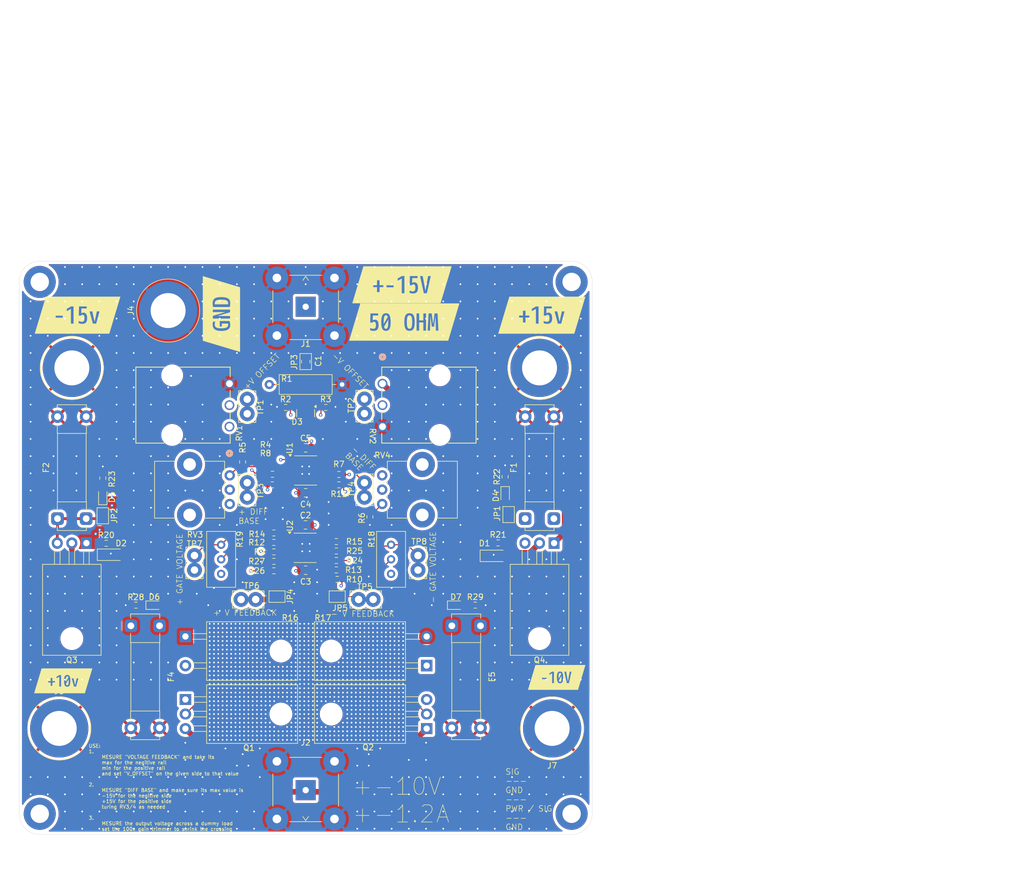
<source format=kicad_pcb>
(kicad_pcb (version 20241229) (generator "pcbnew") (generator_version "9.0")
  (layers (0 "F.Cu" signal) (4 "In1.Cu" signal) (6 "In2.Cu" signal) (2 "B.Cu" signal) (13 "F.Paste" user) (15 "B.Paste" user) (5 "F.SilkS" user "F.Silkscreen") (7 "B.SilkS" user "B.Silkscreen") (1 "F.Mask" user) (3 "B.Mask" user) (25 "Edge.Cuts" user))
  (net 0 "")
  (net 1 "-15V")
  (net 2 "GND")
  (net 3 "Net-(R4-Pad2)")
  (net 4 "Net-(R7-Pad2)")
  (net 5 "+15V")
  (net 7 "Net-(U1A--)")
  (net 8 "Net-(JP3-B)")
  (net 10 "Net-(U1B-+)")
  (net 11 "Net-(U1A-+)")
  (net 12 "Net-(U1B--)")
  (net 13 "Net-(R13-Pad1)")
  (net 14 "Net-(U2A--)")
  (net 15 "Net-(R12-Pad1)")
  (net 16 "Net-(U2B-+)")
  (net 17 "Net-(J1-In)")
  (net 18 "Net-(J2-In)")
  (net 19 "Net-(D3-A)")
  (net 20 "Net-(D3-K-Pad1)")
  (net 21 "Net-(JP1-B)")
  (net 22 "Net-(J3-Pin_1)")
  (net 23 "Net-(JP2-A)")
  (net 24 "Net-(J5-Pin_1)")
  (net 25 "Net-(Q1-G)")
  (net 26 "Net-(J6-Pin_1)")
  (net 27 "Net-(Q2-G)")
  (net 28 "+10V")
  (net 29 "Net-(D2-K)")
  (net 30 "Net-(D1-A)")
  (net 31 "Net-(R15-Pad1)")
  (net 32 "Net-(R14-Pad1)")
  (net 33 "-10V")
  (net 34 "Net-(J7-Pin_1)")
  (net 35 "Net-(JP4-A)")
  (net 36 "Net-(JP5-B)")
  (net 37 "Net-(R26-Pad2)")
  (net 38 "Net-(R24-Pad2)")
  (net 39 "Net-(JP4-B)")
  (net 40 "Net-(JP5-A)")
  (net 41 "Net-(D4-K)")
  (net 42 "Net-(D5-A)")
  (net 43 "Net-(D6-K)")
  (net 44 "Net-(D7-A)")
  (footprint "Capacitor_SMD:C_0805_2012Metric" (layer "F.Cu") (at 159 100.4)
    (property "Reference" "C4")
    (property "Value" "1u")
  )
  (footprint "Resistor_SMD:R_0603_1608Metric" (layer "F.Cu") (at 188.5875 120)
    (property "Reference" "R29")
    (property "Value" "1k")
  )
  (footprint "Resistor_SMD:R_0603_1608Metric" (layer "F.Cu") (at 153.45 110.7 180)
    (property "Reference" "R9")
    (property "Value" "1k")
  )
  (footprint "Resistor_SMD:R_0603_1608Metric" (layer "F.Cu") (at 153.45 109.05)
    (property "Reference" "R12")
    (property "Value" "92k")
  )
  (footprint "Package_TO_SOT_THT:TO-220-3_Horizontal_TabDown" (layer "F.Cu") (at 120.74 109.17 180)
    (property "Reference" "Q3")
    (property "Value" "NMOS")
  )
  (footprint "TestPoint:TestPoint_Bridge_Pitch2.54mm_Drill1.3mm" (layer "F.Cu") (at 169.25 84.029999 -90)
    (property "Reference" "TP2")
    (property "Value" "TestPoint")
  )
  (footprint "Capacitor_SMD:C_0805_2012Metric" (layer "F.Cu") (at 158.97 106)
    (property "Reference" "C2")
    (property "Value" "1u")
  )
  (footprint "Fuse:Fuseholder_Clip-5x20mm_Bel_FC-203-22_Lateral_P17.80x5.00mm_D1.17mm_Horizontal" (layer "F.Cu") (at 115.7 104.9 90)
    (property "Reference" "F2")
    (property "Value" "Fuse")
  )
  (footprint "kibuzzard-68929CB0" (layer "F.Cu") (at 202.8 132.6)
    (property "Reference" "kibuzzard-68929CB0" (hide yes))
    (property "Value" "G***" (hide yes))
  )
  (footprint "Package_SO:SOIC-8-1EP_3.9x4.9mm_P1.27mm_EP2.29x3mm_ThermalVias" (layer "F.Cu") (at 159 96.5)
    (property "Reference" "U1")
    (property "Value" "Opamp_Dual")
  )
  (footprint "Resistor_SMD:R_0603_1608Metric" (layer "F.Cu") (at 192.575 109.13)
    (property "Reference" "R21")
    (property "Value" "92k")
  )
  (footprint "TestPoint:TestPoint_Bridge_Pitch2.54mm_Drill1.3mm" (layer "F.Cu") (at 147.73 119)
    (property "Reference" "TP6")
    (property "Value" "TestPoint")
  )
  (footprint "Resistor_SMD:R_0603_1608Metric" (layer "F.Cu") (at 124.2 109.2)
    (property "Reference" "R20")
    (property "Value" "92k")
  )
  (footprint "Capacitor_SMD:C_0805_2012Metric" (layer "F.Cu") (at 159 92.555)
    (property "Reference" "C5")
    (property "Value" "1u")
  )
  (footprint "Resistor_SMD:R_0603_1608Metric" (layer "F.Cu") (at 153.45 112.35)
    (property "Reference" "R27")
    (property "Value" "27k")
  )
  (footprint "TestPoint:TestPoint_Bridge_Pitch2.54mm_Drill1.3mm" (layer "F.Cu") (at 139.6 113.870001 90)
    (property "Reference" "TP7")
    (property "Value" "TestPoint")
  )
  (footprint "TestPoint:TestPoint_Bridge_Pitch2.54mm_Drill1.3mm" (layer "F.Cu") (at 169.25 98.629999 -90)
    (property "Reference" "TP4")
    (property "Value" "TestPoint")
  )
  (footprint "Fuse:Fuseholder_Clip-5x20mm_Bel_FC-203-22_Lateral_P17.80x5.00mm_D1.17mm_Horizontal" (layer "F.Cu") (at 189.5 123.6 -90)
    (property "Reference" "F5")
    (property "Value" "Fuse")
  )
  (footprint "Diode_SMD:D_SOD-123" (layer "F.Cu") (at 191.8 111.4)
    (property "Reference" "D1")
    (property "Value" "D_Zener")
  )
  (footprint "kibuzzard-68929C42" (layer "F.Cu") (at 200.2 69.4)
    (property "Reference" "kibuzzard-68929C42" (hide yes))
    (property "Value" "G***" (hide yes))
  )
  (footprint "Resistor_SMD:R_0603_1608Metric" (layer "F.Cu") (at 193.8 97.6 90)
    (property "Reference" "R22")
    (property "Value" "1k")
  )
  (footprint "Resistor_SMD:R_0603_1608Metric" (layer "F.Cu") (at 123.6 97.825001 90)
    (property "Reference" "R23")
    (property "Value" "1k")
  )
  (footprint "Diode_SMD:D_0603_1608Metric" (layer "F.Cu") (at 123.6 100.987501 90)
    (property "Reference" "D5")
    (property "Value" "LED")
  )
  (footprint "MountingHole:MountingHole_3.2mm_M3_DIN965_Pad" (layer "F.Cu") (at 112.6 156.4)
    (property "Reference" "H4" (hide yes))
    (property "Value" "MountingHole_Pad")
  )
  (footprint "Connector_Coaxial:BNC_TEConnectivity_1478035_Horizontal" (layer "F.Cu") (at 159 67.935)
    (property "Reference" "J1")
    (property "Value" "Conn_Coaxial")
  )
  (footprint "Resistor_SMD:R_0603_1608Metric" (layer "F.Cu") (at 164.8 99 180)
    (property "Reference" "R11")
    (property "Value" "100k")
  )
  (footprint "TestPoint:TestPoint_Bridge_Pitch2.54mm_Drill1.3mm" (layer "F.Cu") (at 148.8 86.6 90)
    (property "Reference" "TP1")
    (property "Value" "TestPoint")
  )
  (footprint "TestPoint:TestPoint_Bridge_Pitch2.54mm_Drill1.3mm" (layer "F.Cu") (at 178.6 113.87 90)
    (property "Reference" "TP8")
    (property "Value" "TestPoint")
  )
  (footprint "Package_TO_SOT_THT:TO-220-3_Horizontal_TabDown" (layer "F.Cu") (at 202.34 109.17 180)
    (property "Reference" "Q4")
    (property "Value" "PMOS")
  )
  (footprint "Capacitor_SMD:C_0805_2012Metric" (layer "F.Cu") (at 159 77.5 90)
    (property "Reference" "C1")
    (property "Value" "1u")
  )
  (footprint "MountingHole:MountingHole_3.2mm_M3_DIN965_Pad" (layer "F.Cu") (at 205.4 63.6)
    (property "Reference" "H2" (hide yes))
    (property "Value" "MountingHole_Pad")
  )
  (footprint "kibuzzard-68929C81" (layer "F.Cu") (at 176.2 70.6)
    (property "Reference" "kibuzzard-68929C81" (hide yes))
    (property "Value" "G***" (hide yes))
  )
  (footprint "Jumper:SolderJumper-2_P1.3mm_Open_TrianglePad1.0x1.5mm" (layer "F.Cu") (at 154 118.5)
    (property "Reference" "JP4")
    (property "Value" "Jumper_2_Open")
  )
  (footprint "Connector:Banana_Jack_1Pin" (layer "F.Cu") (at 116 141.5)
    (property "Reference" "J6")
    (property "Value" "Conn_01x01_Socket")
  )
  (footprint "Fuse:Fuseholder_Clip-5x20mm_Bel_FC-203-22_Lateral_P17.80x5.00mm_D1.17mm_Horizontal" (layer "F.Cu") (at 197.3 104.9 90)
    (property "Reference" "F1")
    (property "Value" "Fuse")
  )
  (footprint "Resistor_SMD:R_0603_1608Metric" (layer "F.Cu") (at 164.5 115.5)
    (property "Reference" "R10")
    (property "Value" "1k")
  )
  (footprint "Resistor_SMD:R_0603_1608Metric" (layer "F.Cu") (at 164.35 108.905)
    (property "Reference" "R15")
    (property "Value" "10")
  )
  (footprint "Potentiometer_THT:Potentiometer_Bourns_3296W_Vertical" (layer "F.Cu") (at 144.25 109.46 90)
    (property "Reference" "R19")
    (property "Value" "10k")
  )
  (footprint "Resistor_SMD:R_0603_1608Metric" (layer "F.Cu") (at 164.35 110.55)
    (property "Reference" "R25")
    (property "Value" "27k")
  )
  (footprint "Fuse:Fuseholder_Clip-5x20mm_Bel_FC-203-22_Lateral_P17.80x5.00mm_D1.17mm_Horizontal" (layer "F.Cu") (at 133.5 123.6 -90)
    (property "Reference" "F4")
    (property "Value" "Fuse")
  )
  (footprint "Package_SO:SOIC-8-1EP_3.9x4.9mm_P1.27mm_EP2.29x3mm_ThermalVias" (layer "F.Cu") (at 158.9 110)
    (property "Reference" "U2")
    (property "Value" "Opamp_Dual")
  )
  (footprint "Jumper:SolderJumper-2_P1.3mm_Open_TrianglePad1.0x1.5mm" (layer "F.Cu") (at 164.5 118.5)
    (property "Reference" "JP5")
    (property "Value" "Jumper_2_Open")
  )
  (footprint "Resistor_SMD:R_0603_1608Metric" (layer "F.Cu") (at 164.8 97.2)
    (property "Reference" "R7")
    (property "Value" "100k")
  )
  (footprint "Potentiometer_THT:Potentiometer_Bourns_PTV09A-1_Single_Vertical" (layer "F.Cu") (at 145.75 97.35 180)
    (property "Reference" "RV3")
    (property "Value" "10k")
  )
  (footprint "kibuzzard-68929C79" (layer "F.Cu") (at 175.8 64.1)
    (property "Reference" "kibuzzard-68929C79" (hide yes))
    (property "Value" "G***" (hide yes))
  )
  (footprint "Connector_Coaxial:BNC_TEConnectivity_1478035_Horizontal" (layer "F.Cu") (at 159 152.275 180)
    (property "Reference" "J2")
    (property "Value" "Conn_Coaxial")
  )
  (footprint "kibuzzard-68929C8D" (layer "F.Cu") (at 144.3 69.2 90)
    (property "Reference" "kibuzzard-68929C8D" (hide yes))
    (property "Value" "G***" (hide yes))
  )
  (footprint "Diode_SMD:D_0603_1608Metric" (layer "F.Cu") (at 132.6 120)
    (property "Reference" "D6")
    (property "Value" "LED")
  )
  (footprint "Jumper:SolderJumper-2_P1.3mm_Open_TrianglePad1.0x1.5mm" (layer "F.Cu") (at 123.6 104.4 90)
    (property "Reference" "JP2")
    (property "Value" "Jumper_2_Open")
  )
  (footprint "Connector:Banana_Jack_1Pin" (layer "F.Cu") (at 118.2 78.6)
    (property "Reference" "J5")
    (property "Value" "Conn_01x01_Socket")
  )
  (footprint "kibuzzard-68929CA4" (layer "F.Cu") (at 116.7 133.2)
    (property "Reference" "kibuzzard-68929CA4" (hide yes))
    (property "Value" "G***" (hide yes))
  )
  (footprint "Resistor_SMD:R_0603_1608Metric" (layer "F.Cu") (at 153.21 97.155 180)
    (property "Reference" "R4")
    (property "Value" "100k")
  )
  (footprint "Capacitor_SMD:C_0805_2012Metric" (layer "F.Cu") (at 159 113.9)
    (property "Reference" "C3")
    (property "Value" "1u")
  )
  (footprint "Resistor_SMD:R_0603_1608Metric" (layer "F.Cu") (at 148 95 90)
    (property "Reference" "R5")
    (property "Value" "1k")
  )
  (footprint "Jumper:SolderJumper-2_P1.3mm_Open_TrianglePad1.0x1.5mm" (layer "F.Cu") (at 159 77.5 -90)
    (property "Reference" "JP3")
    (property "Value" "Jumper_2_Open")
  )
  (footprint "footprints:POT_P120PK-x25_TTE" (layer "F.Cu") (at 145.7 88.85 90)
    (property "Reference" "RV1")
    (property "Value" "10k")
  )
  (footprint "Package_TO_SOT_THT:TO-220-2_Horizontal_TabDown" (layer "F.Cu") (at 138.02 125.46 -90)
    (property "Reference" "R16")
    (property "Value" "5R")
  )
  (footprint "Resistor_SMD:R_0603_1608Metric" (layer "F.Cu") (at 155.5 85.5)
    (property "Reference" "R2")
    (property "Value" "92k")
  )
  (footprint "Resistor_SMD:R_0603_1608Metric" (layer "F.Cu") (at 153.455 107.4 180)
    (property "Reference" "R14")
    (property "Value" "10")
  )
  (footprint "footprints:POT_P120PK-x25_TTE" (layer "F.Cu") (at 172.4 81.350001 -90)
    (property "Reference" "RV2")
    (property "Value" "10k")
  )
  (footprint "Resistor_SMD:R_0603_1608Metric" (layer "F.Cu") (at 164.35 112.2)
    (property "Reference" "R24")
    (property "Value" "1k")
  )
  (footprint "Resistor_SMD:R_0603_1608Metric" (layer "F.Cu") (at 164.35 113.85 180)
    (property "Reference" "R13")
    (property "Value" "92k")
  )
  (footprint "Potentiometer_THT:Potentiometer_Bourns_3296W_Vertical" (layer "F.Cu") (at 173.895 109.46 90)
    (property "Reference" "R18")
    (property "Value" "10k")
  )
  (footprint "Connector:Banana_Jack_1Pin" (layer "F.Cu") (at 199.8 78.6)
    (property "Reference" "J3")
    (property "Value" "Conn_01x01_Socket")
  )
  (footprint "Resistor_SMD:R_0603_1608Metric" (layer "F.Cu") (at 129.375 120 180)
    (property "Reference" "R28")
    (property "Value" "1k")
  )
  (footprint "Diode_SMD:D_SOD-123" (layer "F.Cu") (at 125 111.2)
    (property "Reference" "D2")
    (property "Value" "D_Zener")
  )
  (footprint "Diode_SMD:D_0603_1608Metric" (layer "F.Cu") (at 193.8 100.8 -90)
    (property "Reference" "D4")
    (property "Value" "LED")
  )
  (footprint "Package_TO_SOT_THT:TO-220-3_Horizontal_TabDown" (layer "F.Cu") (at 138.02 136.46 -90)
    (property "Reference" "Q1")
    (property "Value" "PMOS")
  )
  (footprint "Potentiometer_THT:Potentiometer_Bourns_PTV09A-1_Single_Vertical" (layer "F.Cu") (at 172.35 102.35)
    (property "Reference" "RV4")
    (property "Value" "10k")
  )
  (footprint "Resistor_SMD:R_0603_1608Metric" (layer "F.Cu") (at 162.5 85.5)
    (property "Reference" "R3")
    (property "Value" "92k")
  )
  (footprint "Diode_SMD:D_0603_1608Metric" (layer "F.Cu") (at 185.2125 120)
    (property "Reference" "D7")
    (property "Value" "LED")
  )
  (footprint "TestPoint:TestPoint_Bridge_Pitch2.54mm_Drill1.3mm" (layer "F.Cu") (at 148.8 101.170001 90)
    (property "Reference" "TP3")
    (property "Value" "TestPoint")
  )
  (footprint "Resistor_SMD:R_0603_1608Metric" (layer "F.Cu") (at 153.455 114 180)
    (property "Reference" "R26")
    (property "Value" "1k")
  )
  (footprint "Resistor_THT:R_Axial_DIN0309_L9.0mm_D3.2mm_P12.70mm_Horizontal" (layer "F.Cu") (at 152.65 81.5)
    (property "Reference" "R1")
    (property "Value" "50")
  )
  (footprint "Package_TO_SOT_SMD:SOT-23" (layer "F.Cu") (at 159 86.5 -90)
    (property "Reference" "D3")
    (property "Value" "BAV99")
  )
  (footprint "TestPoint:TestPoint_Bridge_Pitch2.54mm_Drill1.3mm" (layer "F.Cu") (at 168.23 119)
    (property "Reference" "TP5")
    (property "Value" "TestPoint")
  )
  (footprint "Resistor_SMD:R_0603_1608Metric" (layer "F.Cu") (at 170.2 104.6 -90)
    (property "Reference" "R6")
    (property "Value" "1k")
  )
  (footprint "Connector:Banana_Jack_1Pin" (layer "F.Cu") (at 202 141.5 180)
    (property "Reference" "J7")
    (property "Value" "Conn_01x01_Socket")
  )
  (footprint "Package_TO_SOT_THT:TO-220-2_Horizontal_TabDown" (layer "F.Cu") (at 180.11 130.54 90)
    (property "Reference" "R17")
    (property "Value" "5R")
  )
  (footprint "Package_TO_SOT_THT:TO-220-3_Horizontal_TabDown" (layer "F.Cu") (at 180.11 141.54 90)
    (property "Reference" "Q2")
    (property "Value" "NMOS")
  )
  (footprint "Resistor_SMD:R_0603_1608Metric" (layer "F.Cu") (at 153.175 99)
    (property "Reference" "R8")
    (property "Value" "100k")
  )
  (footprint "Connector:Banana_Jack_1Pin" (layer "F.Cu") (at 135 68.6 90)
    (property "Reference" "J4")
    (property "Value" "Conn_01x01_Socket")
  )
  (footprint "kibuzzard-68929C33" (layer "F.Cu") (at 119.2 69.4)
    (property "Reference" "kibuzzard-68929C33" (hide yes))
    (property "Value" "G***" (hide yes))
  )
  (footprint "Jumper:SolderJumper-2_P1.3mm_Open_TrianglePad1.0x1.5mm" (layer "F.Cu") (at 194.4 104.2 -90)
    (property "Reference" "JP1")
    (property "Value" "Jumper_2_Open")
  )
  (footprint "MountingHole:MountingHole_3.2mm_M3_DIN965_Pad" (layer "F.Cu") (at 112.6 63.6)
    (property "Reference" "H1" (hide yes))
    (property "Value" "MountingHole_Pad")
  )
  (footprint "MountingHole:MountingHole_3.2mm_M3_DIN965_Pad" (layer "F.Cu") (at 205.4 156.4)
    (property "Reference" "H3" (hide yes))
    (property "Value" "MountingHole_Pad")
  )
  (gr_line (start 205.4 60) (end 112.6 60) (stroke (width 0.05)) (layer "Edge.Cuts"))
  (gr_arc (start 205.4 60) (mid 207.945584 61.054416) (end 209 63.6) (stroke (width 0.05)) (layer "Edge.Cuts"))
  (gr_arc (start 112.6 160) (mid 110.054416 158.945584) (end 109 156.4) (stroke (width 0.05)) (layer "Edge.Cuts"))
  (gr_arc (start 109 63.6) (mid 110.054416 61.054416) (end 112.6 60) (stroke (width 0.05)) (layer "Edge.Cuts"))
  (gr_line (start 112.6 160) (end 205.4 160) (stroke (width 0.05)) (layer "Edge.Cuts"))
  (gr_line (start 209 156.4) (end 209 63.6) (stroke (width 0.05)) (layer "Edge.Cuts"))
  (gr_arc (start 209 156.4) (mid 207.945584 158.945584) (end 205.4 160) (stroke (width 0.05)) (layer "Edge.Cuts"))
  (gr_line (start 109 63.6) (end 109 156.4) (stroke (width 0.05)) (layer "Edge.Cuts"))
  (gr_text "-V OFFSET" (at 163.4 76.6 315) (layer "F.SilkS") (effects (font (size 1 1) (thickness 0.1)) (justify left bottom)))
  (gr_text "+ GATE VOLTAGE" (at 137.6 120.1 90) (layer "F.SilkS") (effects (font (size 1 1) (thickness 0.1)) (justify left bottom)))
  (gr_text "+ V FEEDBACK" (at 142.8 121.9 0) (layer "F.SilkS") (effects (font (size 1 1) (thickness 0.1)) (justify left bottom)))
  (gr_text "- GATE VOLTAGE" (at 181.8 119.7 90) (layer "F.SilkS") (effects (font (size 1 1) (thickness 0.1)) (justify left bottom)))
  (gr_text "USE:\n1.\n	MESURE {dblquote}VOLTAGE FEEDBACK{dblquote} and take its \n	max for the negitive rail\n	min for the positive rail\n	and set {dblquote}V_OFFSET{dblquote} on the given side to that value\n\n2.\n	MESURE {dblquote}DIFF BASE{dblquote} and make sure its max value is\n	-15V for the negitive side\n	+15V for the positive side\n	turing RV3/4 as needed\n\n3.\n	MESURE the output voltage across a dummy load\n	set the 100x gain trimmer to shrink the crossing" (at 121.1 159.4 0) (layer "F.SilkS") (effects (font (size 0.6 0.6) (thickness 0.1)) (justify left bottom)))
  (gr_text "- V FEEDBACK" (at 163.3 122.1 0) (layer "F.SilkS") (effects (font (size 1 1) (thickness 0.1)) (justify left bottom)))
  (gr_text "+ DIFF\nBASE" (at 147.2 105.9 0) (layer "F.SilkS") (effects (font (size 1 1) (thickness 0.1)) (justify left bottom)))
  (gr_text "SIG\n---\nGND\n---\nPWR / SIG\n---\nGND" (at 193.8 159.3 0) (layer "F.SilkS") (effects (font (size 1 1) (thickness 0.1)) (justify left bottom)))
  (gr_text "+V OFFSET" (at 148.8 82.6 45) (layer "F.SilkS") (effects (font (size 1 1) (thickness 0.1)) (justify left bottom)))
  (gr_text "- DIFF\nBASE" (at 165.7 94 315) (layer "F.SilkS") (effects (font (size 1 1) (thickness 0.1)) (justify left bottom)))
  (gr_text "+-10V \n+-1.2A" (at 167 158.2 0) (layer "F.SilkS") (effects (font (size 3 3) (thickness 0.1)) (justify left bottom)))
  (segment (start 156.425 112.274999) (end 156.425 111.905) (width 0.2) (layer "F.Cu") (net 1))
  (segment (start 158.05 100.4) (end 156.525 98.875) (width 0.2) (layer "F.Cu") (net 1))
  (segment (start 157.399 113.9) (end 157.299 114) (width 0.2) (layer "F.Cu") (net 1))
  (segment (start 156.525 98.875) (end 156.525 98.405) (width 0.2) (layer "F.Cu") (net 1))
  (segment (start 158.05 100.4) (end 157.299 100.4) (width 0.2) (layer "F.Cu") (net 1))
  (segment (start 158.050001 113.9) (end 157.399 113.9) (width 0.2) (layer "F.Cu") (net 1))
  (segment (start 158.050001 113.9) (end 156.425 112.274999) (width 0.2) (layer "F.Cu") (net 1))
  (via (at 123.055 106.855) (size 0.6) (drill 0.3) (layers "F.Cu" "B.Cu") (net 1))
  (via (at 125.2 102.6) (size 0.6) (drill 0.3) (layers "F.Cu" "B.Cu") (net 1))
  (via (at 157.299 114) (size 0.6) (drill 0.3) (layers "F.Cu" "B.Cu") (net 1))
  (via (at 125.2 101.2) (size 0.6) (drill 0.3) (layers "F.Cu" "B.Cu") (net 1))
  (via (at 122.355 107.555) (size 0.6) (drill 0.3) (layers "F.Cu" "B.Cu") (net 1))
  (via (at 157.299 100.4) (size 0.6) (drill 0.3) (layers "F.Cu" "B.Cu") (net 1))
  (segment (start 170.2 105.425) (end 170.2 106) (width 1) (layer "F.Cu") (net 2))
  (segment (start 159.949999 113.9) (end 160.9 113.9) (width 1) (layer "F.Cu") (net 2))
  (segment (start 158.02 105.18) (end 158.02 106) (width 1) (layer "F.Cu") (net 2))
  (segment (start 159 91.4) (end 157.845 92.555) (width 1) (layer "F.Cu") (net 2))
  (segment (start 159.95 100.4) (end 159.95 100.45) (width 1) (layer "F.Cu") (net 2))
  (segment (start 165.175 110.55) (end 166.55 110.55) (width 1) (layer "F.Cu") (net 2))
  (segment (start 159.95 100.45) (end 159.2 101.2) (width 1) (layer "F.Cu") (net 2))
  (segment (start 154 85.4) (end 154.1 85.5) (width 1) (layer "F.Cu") (net 2))
  (segment (start 154.1 85.5) (end 154.675 85.5) (width 1) (layer "F.Cu") (net 2))
  (segment (start 125.025 109.2) (end 125.025 110.975) (width 1) (layer "F.Cu") (net 2))
  (segment (start 163.325 85.5) (end 164.1 85.5) (width 1) (layer "F.Cu") (net 2))
  (segment (start 191.75 111.15) (end 191.8 111.2) (width 1) (layer "F.Cu") (net 2))
  (segment (start 191.75 109.13) (end 191.75 111.15) (width 1) (layer "F.Cu") (net 2))
  (segment (start 160.9 113.9) (end 161 113.8) (width 1) (layer "F.Cu") (net 2))
  (segment (start 166.55 110.55) (end 166.6 110.6) (width 1) (layer "F.Cu") (net 2))
  (segment (start 158.05 92.555) (end 158.05 92.35) (width 1) (layer "F.Cu") (net 2))
  (segment (start 189.4125 120) (end 190.4 120) (width 1) (layer "F.Cu") (net 2))
  (segment (start 148 94.175) (end 148 93) (width 1) (layer "F.Cu") (net 2))
  (segment (start 123.6 97.000001) (end 123.6 95.8) (width 1) (layer "F.Cu") (net 2))
  (segment (start 193.8 96.775) (end 193.8 95.6) (width 1) (layer "F.Cu") (net 2))
  (segment (start 158.05 92.35) (end 159 91.4) (width 1) (layer "F.Cu") (net 2))
  (segment (start 158.4 104.8) (end 158.02 105.18) (width 1) (layer "F.Cu") (net 2))
  (segment (start 152.625 112.35) (end 151.25 112.35) (width 1) (layer "F.Cu") (net 2))
  (segment (start 128.55 120) (end 127.6 120) (width 1) (layer "F.Cu") (net 2))
  (via (at 180 76) (size 0.6) (drill 0.3) (layers "F.Cu" "B.Cu") (net 2))
  (via (at 150.5 126.25) (size 0.6) (drill 0.3) (layers "F.Cu" "B.Cu") (net 2))
  (via (at 170 142) (size 0.6) (drill 0.3) (layers "F.Cu" "B.Cu") (net 2))
  (via (at 197.961438 155.847636) (size 0.6) (drill 0.3) (layers "F.Cu" "B.Cu") (net 2))
  (via (at 152 124) (size 0.6) (drill 0.3) (layers "F.Cu" "B.Cu") (net 2))
  (via (at 176 127) (size 0.6) (drill 0.3) (layers "F.Cu" "B.Cu") (net 2))
  (via (at 117 159) (size 0.6) (drill 0.3) (layers "F.Cu" "B.Cu") (net 2))
  (via (at 164.75 136) (size 0.6) (drill 0.3) (layers "F.Cu" "B.Cu") (net 2))
  (via (at 155.75 133.75) (size 0.6) (drill 0.3) (layers "F.Cu" "B.Cu") (net 2))
  (via (at 126 159) (size 0.6) (drill 0.3) (layers "F.Cu" "B.Cu") (net 2))
  (via (at 195 159) (size 0.6) (drill 0.3) (layers "F.Cu" "B.Cu") (net 2))
  (via (at 198 100) (size 0.6) (drill 0.3) (layers "F.Cu" "B.Cu") (net 2))
  (via (at 145.25 123.25) (size 0.6) (drill 0.3) (layers "F.Cu" "B.Cu") (net 2))
  (via (at 153.5 131.5) (size 0.6) (drill 0.3) (layers "F.Cu" "B.Cu") (net 2))
  (via (at 166.25 131.5) (size 0.6) (drill 0.3) (layers "F.Cu" "B.Cu") (net 2))
  (via (at 173 126.25) (size 0.6) (drill 0.3) (layers "F.Cu" "B.Cu") (net 2))
  (via (at 149 124.75) (size 0.6) (drill 0.3) (layers "F.Cu" "B.Cu") (net 2))
  (via (at 147 67) (size 0.6) (drill 0.3) (layers "F.Cu" "B.Cu") (net 2))
  (via (at 170.75 141.25) (size 0.6) (drill 0.3) (layers "F.Cu" "B.Cu") (net 2))
  (via (at 174 117) (size 0.6) (drill 0.3) (layers "F.Cu" "B.Cu") (net 2))
  (via (at 144 73) (size 0.6) (drill 0.3) (layers "F.Cu" "B.Cu") (net 2))
  (via (at 166 84) (size 0.6) (drill 0.3) (layers "F.Cu" "B.Cu") (net 2))
  (via (at 150 64) (size 0.6) (drill 0.3) (layers "F.Cu" "B.Cu") (net 2))
  (via (at 142.25 125.5) (size 0.6) (drill 0.3) (layers "F.Cu" "B.Cu") (net 2))
  (via (at 152 129.25) (size 0.6) (drill 0.3) (layers "F.Cu" "B.Cu") (net 2))
  (via (at 152 142) (size 0.6) (drill 0.3) (layers "F.Cu" "B.Cu") (net 2))
  (via (at 141 76) (size 0.6) (drill 0.3) (layers "F.Cu" "B.Cu") (net 2))
  (via (at 171.5 143.5) (size 0.6) (drill 0.3) (layers "F.Cu" "B.Cu") (net 2))
  (via (at 152 132.25) (size 0.6) (drill 0.3) (layers "F.Cu" "B.Cu") (net 2))
  (via (at 148.25 131.5) (size 0.6) (drill 0.3) (layers "F.Cu" "B.Cu") (net 2))
  (via (at 176 133) (size 0.6) (drill 0.3) (layers "F.Cu" "B.Cu") (net 2))
  (via (at 173 141.25) (size 0.6) (drill 0.3) (layers "F.Cu" "B.Cu") (net 2))
  (via (at 147.5 131.5) (size 0.6) (drill 0.3) (layers "F.Cu" "B.Cu") (net 2))
  (via (at 161 113.8) (size 0.6) (drill 0.3) (layers "F.Cu" "B.Cu") (net 2))
  (via (at 159.5 123.25) (size 0.6) (drill 0.3) (layers "F.Cu" "B.Cu") (net 2))
  (via (at 160.25 142.75) (size 0.6) (drill 0.3) (layers "F.Cu" "B.Cu") (net 2))
  (via (at 148.25 143.5) (size 0.6) (drill 0.3) (layers "F.Cu" "B.Cu") (net 2))
  (via (at 149.75 123.25) (size 0.6) (drill 0.3) (layers "F.Cu" "B.Cu") (net 2))
  (via (at 168 73) (size 0.6) (drill 0.3) (layers "F.Cu" "B.Cu") (net 2))
  (via (at 126 156) (size 0.6) (drill 0.3) (layers "F.Cu" "B.Cu") (net 2))
  (via (at 168.5 130.75) (size 0.6) (drill 0.3) (layers "F.Cu" "B.Cu") (net 2))
  (via (at 172.25 139) (size 0.6) (drill 0.3) (layers "F.Cu" "B.Cu") (net 2))
  (via (at 169.25 133) (size 0.6) (drill 0.3) (layers "F.Cu" "B.Cu") (net 2))
  (via (at 167 130) (size 0.6) (drill 0.3) (layers "F.Cu" "B.Cu") (net 2))
  (via (at 159.5 140.5) (size 0.6) (drill 0.3) (layers "F.Cu" "B.Cu") (net 2))
  (via (at 148.25 139) (size 0.6) (drill 0.3) (layers "F.Cu" "B.Cu") (net 2))
  (via (at 147.5 129.25) (size 0.6) (drill 0.3) (layers "F.Cu" "B.Cu") (net 2))
  (via (at 146.75 136) (size 0.6) (drill 0.3) (layers "F.Cu" "B.Cu") (net 2))
  (via (at 111 94) (size 0.6) (drill 0.3) (layers "F.Cu" "B.Cu") (net 2))
  (via (at 167 127) (size 0.6) (drill 0.3) (layers "F.Cu" "B.Cu") (net 2))
  (via (at 160.25 136.75) (size 0.6) (drill 0.3) (layers "F.Cu" "B.Cu") (net 2))
  (via (at 126 91) (size 0.6) (drill 0.3) (layers "F.Cu" "B.Cu") (net 2))
  (via (at 143.75 127.75) (size 0.6) (drill 0.3) (layers "F.Cu" "B.Cu") (net 2))
  (via (at 154.25 125.5) (size 0.6) (drill 0.3) (layers "F.Cu" "B.Cu") (net 2))
  (via (at 145.25 140.5) (size 0.6) (drill 0.3) (layers "F.Cu" "B.Cu") (net 2))
  (via (at 176 125.5) (size 0.6) (drill 0.3) (layers "F.Cu" "B.Cu") (net 2))
  (via (at 168 151) (size 0.6) (drill 0.3) (layers "F.Cu" "B.Cu") (net 2))
  (via (at 158 141.25) (size 0.6) (drill 0.3) (layers "F.Cu" "B.Cu") (net 2))
  (via (at 204 130) (size 0.6) (drill 0.3) (layers "F.Cu" "B.Cu") (net 2))
  (via (at 123 121) (size 0.6) (drill 0.3) (layers "F.Cu" "B.Cu") (net 2))
  (via (at 132 118) (size 0.6) (drill 0.3) (layers "F.Cu" "B.Cu") (net 2))
  (via (at 129 82) (size 0.6) (drill 0.3) (layers "F.Cu" "B.Cu") (net 2))
  (via (at 117 118) (size 0.6) (drill 0.3) (layers "F.Cu" "B.Cu") (net 2))
  (via (at 163.25 124) (size 0.6) (drill 0.3) (layers "F.Cu" "B.Cu") (net 2))
  (via (at 176 136.75) (size 0.6) (drill 0.3) (layers "F.Cu" "B.Cu") (net 2))
  (via (at 166.25 134.5) (size 0.6) (drill 0.3) (layers "F.Cu" "B.Cu") (net 2))
  (via (at 153.5 130.75) (size 0.6) (drill 0.3) (layers "F.Cu" "B.Cu") (net 2))
  (via (at 152.75 142.75) (size 0.6) (drill 0.3) (layers "F.Cu" "B.Cu") (net 2))
  (via (at 157.25 136.75) (size 0.6) (drill 0.3) (layers "F.Cu" "B.Cu") (net 2))
  (via (at 149.75 135.25) (size 0.6) (drill 0.3) (layers "F.Cu" "B.Cu") (net 2))
  (via (at 165.5 142) (size 0.6) (drill 0.3) (layers "F.Cu" "B.Cu") (net 2))
  (via (at 171.5 141.25) (size 0.6) (drill 0.3) (layers "F.Cu" "B.Cu") (net 2))
  (via (at 158.75 134.5) (size 0.6) (drill 0.3) (layers "F.Cu" "B.Cu") (net 2))
  (via (at 191.8 111.2) (size 0.6) (drill 0.3) (layers "F.Cu" "B.Cu") (net 2))
  (via (at 164 133.75) (size 0.6) (drill 0.3) (layers "F.Cu" "B.Cu") (net 2))
  (via (at 175.25 141.25) (size 0.6) (drill 0.3) (layers "F.Cu" "B.Cu") (net 2))
  (via (at 164.75 132.25) (size 0.6) (drill 0.3) (layers "F.Cu" "B.Cu") (net 2))
  (via (at 159.5 127.75) (size 0.6) (drill 0.3) (layers "F.Cu" "B.Cu") (net 2))
  (via (at 161.75 136.75) (size 0.6) (drill 0.3) (layers "F.Cu" "B.Cu") (net 2))
  (via (at 143.75 123.25) (size 0.6) (drill 0.3) (layers "F.Cu" "B.Cu") (net 2))
  (via (at 158.75 136) (size 0.6) (drill 0.3) (layers "F.Cu" "B.Cu") (net 2))
  (via (at 195 67) (size 0.6) (drill 0.3) (layers "F.Cu" "B.Cu") (net 2))
  (via (at 168.5 129.25) (size 0.6) (drill 0.3) (layers "F.Cu" "B.Cu") (net 2))
  (via (at 120 124) (size 0.6) (drill 0.3) (layers "F.Cu" "B.Cu") (net 2))
  (via (at 143 124.75) (size 0.6) (drill 0.3) (layers "F.Cu" "B.Cu") (net 2))
  (via (at 161 136.75) (size 0.6) (drill 0.3) (layers "F.Cu" "B.Cu") (net 2))
  (via (at 165.5 133.75) (size 0.6) (drill 0.3) (layers "F.Cu" "B.Cu") (net 2))
  (via (at 123 118) (size 0.6) (drill 0.3) (layers "F.Cu" "B.Cu") (net 2))
  (via (at 174.5 139) (size 0.6) (drill 0.3) (layers "F.Cu" "B.Cu") (net 2))
  (via (at 146 126.25) (size 0.6) (drill 0.3) (layers "F.Cu" "B.Cu") (net 2))
  (via (at 158 130.75) (size 0.6) (drill 0.3) (layers "F.Cu" "B.Cu") (net 2))
  (via (at 160.25 139.75) (size 0.6) (drill 0.3) (layers "F.Cu" "B.Cu") (net 2))
  (via (at 132 133) (size 0.6) (drill 0.3) (layers "F.Cu" "B.Cu") (net 2))
  (via (at 186 106) (size 0.6) (drill 0.3) (layers "F.Cu" "B.Cu") (net 2))
  (via (at 143.75 129.25) (size 0.6) (drill 0.3) (layers "F.Cu" "B.Cu") (net 2))
  (via (at 163.25 143.5) (size 0.6) (drill 0.3) (layers "F.Cu" "B.Cu") (net 2))
  (via (at 138 88) (size 0.6) (drill 0.3) (layers "F.Cu" "B.Cu") (net 2))
  (via (at 192 79) (size 0.6) (drill 0.3) (layers "F.Cu" "B.Cu") (net 2))
  (via (at 201 121) (size 0.6) (drill 0.3) (layers "F.Cu" "B.Cu") (net 2))
  (via (at 166.25 125.5) (size 0.6) (drill 0.3) (layers "F.Cu" "B.Cu") (net 2))
  (via (at 174 76) (size 0.6) (drill 0.3) (layers "F.Cu" "B.Cu") (net 2))
  (via (at 150.5 136) (size 0.6) (drill 0.3) (layers "F.Cu" "B.Cu") (net 2))
  (via (at 154.25 132.25) (size 0.6) (drill 0.3) (layers "F.Cu" "B.Cu") (net 2))
  (via (at 168 76) (size 0.6) (drill 0.3) (layers "F.Cu" "B.Cu") (net 2))
  (via (at 157.25 129.25) (size 0.6) (drill 0.3) (layers "F.Cu" "B.Cu") (net 2))
  (via (at 143 130.75) (size 0.6) (drill 0.3) (layers "F.Cu" "B.Cu") (net 2))
  (via (at 149.75 124) (size 0.6) (drill 0.3) (layers "F.Cu" "B.Cu") (net 2))
  (via (at 129 79) (size 0.6) (drill 0.3) (layers "F.Cu" "B.Cu") (net 2))
  (via (at 170 140.5) (size 0.6) (drill 0.3) (layers "F.Cu" "B.Cu") (net 2))
  (via (at 186 73) (size 0.6) (drill 0.3) (layers "F.Cu" "B.Cu") (net 2))
  (via (at 144 76) (size 0.6) (drill 0.3) (layers "F.Cu" "B.Cu") (net 2))
  (via (at 167 143.5) (size 0.6) (drill 0.3) (layers "F.Cu" "B.Cu") (net 2))
  (via (at 152.75 126.25) (size 0.6) (drill 0.3) (layers "F.Cu" "B.Cu") (net 2))
  (via (at 171 64) (size 0.6) (drill 0.3) (layers "F.Cu" "B.Cu") (net 2))
  (via (at 201 156) (size 0.6) (drill 0.3) (layers "F.Cu" "B.Cu") (net 2))
  (via (at 148 146) (size 0.6) (drill 0.3) (layers "F.Cu" "B.Cu") (net 2))
  (via (at 166.25 130) (size 0.6) (drill 0.3) (layers "F.Cu" "B.Cu") (net 2))
  (via (at 183 70) (size 0.6) (drill 0.3) (layers "F.Cu" "B.Cu") (net 2))
  (via (at 163.25 132.25) (size 0.6) (drill 0.3) (layers "F.Cu" "B.Cu") (net 2))
  (via (at 189 91) (size 0.6) (drill 0.3) (layers "F.Cu" "B.Cu") (net 2))
  (via (at 160.25 137.5) (size 0.6) (drill 0.3) (layers "F.Cu" "B.Cu") (net 2))
  (via (at 114 115) (size 0.6) (drill 0.3) (layers "F.Cu" "B.Cu") (net 2))
  (via (at 114 130) (size 0.6) (drill 0.3) (layers "F.Cu" "B.Cu") (net 2))
  (via (at 143 124) (size 0.6) (drill 0.3) (layers "F.Cu" "B.Cu") (net 2))
  (via (at 152.75 143.5) (size 0.6) (drill 0.3) (layers "F.Cu" "B.Cu") (net 2))
  (via (at 146 136) (size 0.6) (drill 0.3) (layers "F.Cu" "B.Cu") (net 2))
  (via (at 120 121) (size 0.6) (drill 0.3) (layers "F.Cu" "B.Cu") (net 2))
  (via (at 207 82) (size 0.6) (drill 0.3) (layers "F.Cu" "B.Cu") (net 2))
  (via (at 165 67) (size 0.6) (drill 0.3) (layers "F.Cu" "B.Cu") (net 2))
  (via (at 172.25 140.5) (size 0.6) (drill 0.3) (layers "F.Cu" "B.Cu") (net 2))
  (via (at 166.25 135.25) (size 0.6) (drill 0.3) (layers "F.Cu" "B.Cu") (net 2))
  (via (at 142.25 140.5) (size 0.6) (drill 0.3) (layers "F.Cu" "B.Cu") (net 2))
  (via (at 172.25 124) (size 0.6) (drill 0.3) (layers "F.Cu" "B.Cu") (net 2))
  (via (at 161.75 133) (size 0.6) (drill 0.3) (layers "F.Cu" "B.Cu") (net 2))
  (via (at 174.5 132.25) (size 0.6) (drill 0.3) (layers "F.Cu" "B.Cu") (net 2))
  (via (at 147 121) (size 0.6) (drill 0.3) (layers "F.Cu" "B.Cu") (net 2))
  (via (at 183 159) (size 0.6) (drill 0.3) (layers "F.Cu" "B.Cu") (net 2))
  (via (at 149 125.5) (size 0.6) (drill 0.3) (layers "F.Cu" "B.Cu") (net 2))
  (via (at 147.5 135.25) (size 0.6) (drill 0.3) (layers "F.Cu" "B.Cu") (net 2))
  (via (at 141 61) (size 0.6) (drill 0.3) (layers "F.Cu" "B.Cu") (net 2))
  (via (at 160.25 131.5) (size 0.6) (drill 0.3) (layers "F.Cu" "B.Cu") (net 2))
  (via (at 170.75 124) (size 0.6) (drill 0.3) (layers "F.Cu" "B.Cu") (net 2))
  (via (at 175.25 133) (size 0.6) (drill 0.3) (layers "F.Cu" "B.Cu") (net 2))
  (via (at 159.5 143.5) (size 0.6) (drill 0.3) (layers "F.Cu" "B.Cu") (net 2))
  (via (at 132 94) (size 0.6) (drill 0.3) (layers "F.Cu" "B.Cu") (net 2))
  (via (at 148.25 123.25) (size 0.6) (drill 0.3) (layers "F.Cu" "B.Cu") (net 2))
  (via (at 135 82) (size 0.6) (drill 0.3) (layers "F.Cu" "B.Cu") (net 2))
  (via (at 173 139.75) (size 0.6) (drill 0.3) (layers "F.Cu" "B.Cu") (net 2))
  (via (at 174 156) (size 0.6) (drill 0.3) (layers "F.Cu" "B.Cu") (net 2))
  (via (at 138 76) (size 0.6) (drill 0.3) (layers "F.Cu" "B.Cu") (net 2))
  (via (at 151.25 133.75) (size 0.6) (drill 0.3) (layers "F.Cu" "B.Cu") (net 2))
  (via (at 164.75 142) (size 0.6) (drill 0.3) (layers "F.Cu" "B.Cu") (net 2))
  (via (at 123 70) (size 0.6) (drill 0.3) (layers "F.Cu" "B.Cu") (net 2))
  (via (at 161.75 134.5) (size 0.6) (drill 0.3) (layers "F.Cu" "B.Cu") (net 2))
  (via (at 186 109) (size 0.6) (drill 0.3) (layers "F.Cu" "B.Cu") (net 2))
  (via (at 163.25 131.5) (size 0.6) (drill 0.3) (layers "F.Cu" "B.Cu") (net 2))
  (via (at 143.75 130.75) (size 0.6) (drill 0.3) (layers "F.Cu" "B.Cu") (net 2))
  (via (at 159.5 132.25) (size 0.6) (drill 0.3) (layers "F.Cu" "B.Cu") (net 2))
  (via (at 170.75 140.5) (size 0.6) (drill 0.3) (layers "F.Cu" "B.Cu") (net 2))
  (via (at 165.5 132.25) (size 0.6) (drill 0.3) (layers "F.Cu" "B.Cu") (net 2))
  (via (at 174 159) (size 0.6) (drill 0.3) (layers "F.Cu" "B.Cu") (net 2))
  (via (at 180 91) (size 0.6) (drill 0.3) (layers "F.Cu" "B.Cu") (net 2))
  (via (at 135 115) (size 0.6) (drill 0.3) (layers "F.Cu" "B.Cu") (net 2))
  (via (at 173.75 139.75) (size 0.6) (drill 0.3) (layers "F.Cu" "B.Cu") (net 2))
  (via (at 147.5 130) (size 0.6) (drill 0.3) (layers "F.Cu" "B.Cu") (net 2))
  (via (at 126 61) (size 0.6) (drill 0.3) (layers "F.Cu" "B.Cu") (net 2))
  (via (at 186 82) (size 0.6) (drill 0.3) (layers "F.Cu" "B.Cu") (net 2))
  (via (at 144.5 133) (size 0.6) (drill 0.3) (layers "F.Cu" "B.Cu") (net 2))
  (via (at 146 134.5) (size 0.6) (drill 0.3) (layers "F.Cu" "B.Cu") (net 2))
  (via (at 159.5 124.75) (size 0.6) (drill 0.3) (layers "F.Cu" "B.Cu") (net 2))
  (via (at 142.25 133) (size 0.6) (drill 0.3) (layers "F.Cu" "B.Cu") (net 2))
  (via (at 146.75 131.5) (size 0.6) (drill 0.3) (layers "F.Cu" "B.Cu") (net 2))
  (via (at 201 67) (size 0.6) (drill 0.3) (layers "F.Cu" "B.Cu") (net 2))
  (via (at 173.75 141.25) (size 0.6) (drill 0.3) (layers "F.Cu" "B.Cu") (net 2))
  (via (at 153 88) (size 0.6) (drill 0.3) (layers "F.Cu" "B.Cu") (net 2))
  (via (at 123 153) (size 0.6) (drill 0.3) (layers "F.Cu" "B.Cu") (net 2))
  (via (at 159.5 142.75) (size 0.6) (drill 0.3) (layers "F.Cu" "B.Cu") (net 2))
  (via (at 180 159) (size 0.6) (drill 0.3) (layers "F.Cu" "B.Cu") (net 2))
  (via (at 145.25 129.25) (size 0.6) (drill 0.3) (layers "F.Cu" "B.Cu") (net 2))
  (via (at 147 76) (size 0.6) (drill 0.3) (layers "F.Cu" "B.Cu") (net 2))
  (via (at 161 129.25) (size 0.6) (drill 0.3) (layers "F.Cu" "B.Cu") (net 2))
  (via (at 168.5 136.75) (size 0.6) (drill 0.3) (layers "F.Cu" "B.Cu") (net 2))
  (via (at 173 134.5) (size 0.6) (drill 0.3) (layers "F.Cu" "B.Cu") (net 2))
  (via (at 183 153) (size 0.6) (drill 0.3) (layers "F.Cu" "B.Cu") (net 2))
  (via (at 172.25 134.5) (size 0.6) (drill 0.3) (layers "F.Cu" "B.Cu") (net 2))
  (via (at 129 70) (size 0.6) (drill 0.3) (layers "F.Cu" "B.Cu") (net 2))
  (via (at 168.5 133) (size 0.6) (drill 0.3) (layers "F.Cu" "B.Cu") (net 2))
  (via (at 148.25 137.5) (size 0.6) (drill 0.3) (layers "F.Cu" "B.Cu") (net 2))
  (via (at 168.5 132.25) (size 0.6) (drill 0.3) (layers "F.Cu" "B.Cu") (net 2))
  (via (at 161.75 130.75) (size 0.6) (drill 0.3) (layers "F.Cu" "B.Cu") (net 2))
  (via (at 169.25 124.75) (size 0.6) (drill 0.3) (layers "F.Cu" "B.Cu") (net 2))
  (via (at 120 133) (size 0.6) (drill 0.3) (layers "F.Cu" "B.Cu") (net 2))
  (via (at 175.25 136) (size 0.6) (drill 0.3) (layers "F.Cu" "B.Cu") (net 2))
  (via (at 207 121) (size 0.6) (drill 0.3) (layers "F.Cu" "B.Cu") (net 2))
  (via (at 186 61) (size 0.6) (drill 0.3) (layers "F.Cu" "B.Cu") (net 2))
  (via (at 169.25 124) (size 0.6) (drill 0.3) (layers "F.Cu" "B.Cu") (net 2))
  (via (at 160.25 134.5) (size 0.6) (drill 0.3) (layers "F.Cu" "B.Cu") (net 2))
  (via (at 172.25 130.75) (size 0.6) (drill 0.3) (layers "F.Cu" "B.Cu") (net 2))
  (via (at 132 100) (size 0.6) (drill 0.3) (layers "F.Cu" "B.Cu") (net 2))
  (via (at 161 127.75) (size 0.6) (drill 0.3) (layers "F.Cu" "B.Cu") (net 2))
  (via (at 158.75 137.5) (size 0.6) (drill 0.3) (layers "F.Cu" "B.Cu") (net 2))
  (via (at 175.25 139) (size 0.6) (drill 0.3) (layers "F.Cu" "B.Cu") (net 2))
  (via (at 166.25 133) (size 0.6) (drill 0.3) (layers "F.Cu" "B.Cu") (net 2))
  (via (at 156.5 130.75) (size 0.6) (drill 0.3) (layers "F.Cu" "B.Cu") (net 2))
  (via (at 158 137.5) (size 0.6) (drill 0.3) (layers "F.Cu" "B.Cu") (net 2))
  (via (at 167 133) (size 0.6) (drill 0.3) (layers "F.Cu" "B.Cu") (net 2))
  (via (at 158.75 141.25) (size 0.6) (drill 0.3) (layers "F.Cu" "B.Cu") (net 2))
  (via (at 152 123.25) (size 0.6) (drill 0.3) (layers "F.Cu" "B.Cu") (net 2))
  (via (at 149 137.5) (size 0.6) (drill 0.3) (layers "F.Cu" "B.Cu") (net 2))
  (via (at 152 139) (size 0.6) (drill 0.3) (layers "F.Cu" "B.Cu") (net 2))
  (via (at 120 153) (size 0.6) (drill 0.3) (layers "F.Cu" "B.Cu") (net 2))
  (via (at 161.75 132.25) (size 0.6) (drill 0.3) (layers "F.Cu" "B.Cu") (net 2))
  (via (at 154.25 143.5) (size 0.6) (drill 0.3) (layers "F.Cu" "B.Cu") (net 2))
  (via (at 173 127) (size 0.6) (drill 0.3) (layers "F.Cu" "B.Cu") (net 2))
  (via (at 149.75 142) (size 0.6) (drill 0.3) (layers "F.Cu" "B.Cu") (net 2))
  (via (at 140 118) (size 0.6) (drill 0.3) (layers "F.Cu" "B.Cu") (net 2))
  (via (at 158 131.5) (size 0.6) (drill 0.3) (layers "F.Cu" "B.Cu") (net 2))
  (via (at 176 138.25) (size 0.6) (drill 0.3) (layers "F.Cu" "B.Cu") (net 2))
  (via (at 155 123.25) (size 0.6) (drill 0.3) (layers "F.Cu" "B.Cu") (net 2))
  (via (at 153 121) (size 0.6) (drill 0.3) (layers "F.Cu" "B.Cu") (net 2))
  (via (at 126 88) (size 0.6) (drill 0.3) (layers "F.Cu" "B.Cu") (net 2))
  (via (at 145.25 141.25) (size 0.6) (drill 0.3) (layers "F.Cu" "B.Cu") (net 2))
  (via (at 147.5 142.75) (size 0.6) (drill 0.3) (layers "F.Cu" "B.Cu") (net 2))
  (via (at 159 73) (size 0.6) (drill 0.3) (layers "F.Cu" "B.Cu") (net 2))
  (via (at 158.75 129.25) (size 0.6) (drill 0.3) (layers "F.Cu" "B.Cu") (net 2))
  (via (at 153.5 135.25) (size 0.6) (drill 0.3) (layers "F.Cu" "B.Cu") (net 2))
  (via (at 167.75 135.25) (size 0.6) (drill 0.3) (layers "F.Cu" "B.Cu") (net 2))
  (via (at 163.25 123.25) (size 0.6) (drill 0.3) (layers "F.Cu" "B.Cu") (net 2))
  (via (at 155 142) (size 0.6) (drill 0.3) (layers "F.Cu" "B.Cu") (net 2))
  (via (at 149.75 139) (size 0.6) (drill 0.3) (layers "F.Cu" "B.Cu") (net 2))
  (via (at 158 133.75) (size 0.6) (drill 0.3) (layers "F.Cu" "B.Cu") (net 2))
  (via (at 167.75 137.5) (size 0.6) (drill 0.3) (layers "F.Cu" "B.Cu") (net 2))
  (via (at 183 94) (size 0.6) (drill 0.3) (layers "F.Cu" "B.Cu") (net 2))
  (via (at 176 142.75) (size 0.6) (drill 0.3) (layers "F.Cu" "B.Cu") (net 2))
  (via (at 154.25 130.75) (size 0.6) (drill 0.3) (layers "F.Cu" "B.Cu") (net 2))
  (via (at 143 127.75) (size 0.6) (drill 0.3) (layers "F.Cu" "B.Cu") (net 2))
  (via (at 143.75 140.5) (size 0.6) (drill 0.3) (layers "F.Cu" "B.Cu") (net 2))
  (via (at 152.75 124) (size 0.6) (drill 0.3) (layers "F.Cu" "B.Cu") (net 2))
  (via (at 143 133.75) (size 0.6) (drill 0.3) (layers "F.Cu" "B.Cu") (net 2))
  (via (at 145.25 135.25) (size 0.6) (drill 0.3) (layers "F.Cu" "B.Cu") (net 2))
  (via (at 154.25 142) (size 0.6) (drill 0.3) (layers "F.Cu" "B.Cu") (net 2))
  (via (at 146.75 123.25) (size 0.6) (drill 0.3) (layers "F.Cu" "B.Cu") (net 2))
  (via (at 111 88) (size 0.6) (drill 0.3) (layers "F.Cu" "B.Cu") (net 2))
  (via (at 190.4 120) (size 0.6) (drill 0.3) (layers "F.Cu" "B.Cu") (net 2))
  (via (at 123 91) (size 0.6) (drill 0.3) (layers "F.Cu" "B.Cu") (net 2))
  (via (at 173 130) (size 0.6) (drill 0.3) (layers "F.Cu" "B.Cu") (net 2))
  (via (at 153 67) (size 0.6) (drill 0.3) (layers "F.Cu" "B.Cu") (net 2))
  (via (at 145.25 136) (size 0.6) (drill 0.3) (layers "F.Cu" "B.Cu") (net 2))
  (via (at 141 70) (size 0.6) (drill 0.3) (layers "F.Cu" "B.Cu") (net 2))
  (via (at 132 115) (size 0.6) (drill 0.3) (layers "F.Cu" "B.Cu") (net 2))
  (via (at 177 79) (size 0.6) (drill 0.3) (layers "F.Cu" "B.Cu") (net 2))
  (via (at 143.75 142) (size 0.6) (drill 0.3) (layers "F.Cu" "B.Cu") (net 2))
  (via (at 120 64) (size 0.6) (drill 0.3) (layers "F.Cu" "B.Cu") (net 2))
  (via (at 192 61) (size 0.6) (drill 0.3) (layers "F.Cu" "B.Cu") (net 2))
  (via (at 176 134.5) (size 0.6) (drill 0.3) (layers "F.Cu" "B.Cu") (net 2))
  (via (at 123 150) (size 0.6) (drill 0.3) (layers "F.Cu" "B.Cu") (net 2))
  (via (at 167.75 140.5) (size 0.6) (drill 0.3) (layers "F.Cu" "B.Cu") (net 2))
  (via (at 150.5 133) (size 0.6) (drill 0.3) (layers "F.Cu" "B.Cu") (net 2))
  (via (at 170 148) (size 0.6) (drill 0.3) (layers "F.Cu" "B.Cu") (net 2))
  (via (at 142.25 138.25) (size 0.6) (drill 0.3) (layers "F.Cu" "B.Cu") (net 2))
  (via (at 198 130) (size 0.6) (drill 0.3) (layers "F.Cu" "B.Cu") (net 2))
  (via (at 160.25 135.25) (size 0.6) (drill 0.3) (layers "F.Cu" "B.Cu") (net 2))
  (via (at 149 143.5) (size 0.6) (drill 0.3) (layers "F.Cu" "B.Cu") (net 2))
  (via (at 143 141.25) (size 0.6) (drill 0.3) (layers "F.Cu" "B.Cu") (net 2))
  (via (at 156.5 135.25) (size 0.6) (drill 0.3) (layers "F.Cu" "B.Cu") (net 2))
  (via (at 150.5 127) (size 0.6) (drill 0.3) (layers "F.Cu" "B.Cu") (net 2))
  (via (at 143.75 134.5) (size 0.6) (drill 0.3) (layers "F.Cu" "B.Cu") (net 2))
  (via (at 135 153) (size 0.6) (drill 0.3) (layers "F.Cu" "B.Cu") (net 2))
  (via (at 192 91) (size 0.6) (drill 0.3) (layers "F.Cu" "B.Cu") (net 2))
  (via (at 144.5 127.75) (size 0.6) (drill 0.3) (layers "F.Cu" "B.Cu") (net 2))
  (via (at 170 136) (size 0.6) (drill 0.3) (layers "F.Cu" "B.Cu") (net 2))
  (via (at 167 130.75) (size 0.6) (drill 0.3) (layers "F.Cu" "B.Cu") (net 2))
  (via (at 167 141.25) (size 0.6) (drill 0.3) (layers "F.Cu" "B.Cu") (net 2))
  (via (at 189 61) (size 0.6) (drill 0.3) (layers "F.Cu" "B.Cu") (net 2))
  (via (at 158.4 97.1) (size 0.6) (drill 0.3) (layers "F.Cu" "B.Cu") (net 2))
  (via (at 144.5 123.25) (size 0.6) (drill 0.3) (layers "F.Cu" "B.Cu") (net 2))
  (via (at 174 91) (size 0.6) (drill 0.3) (layers "F.Cu" "B.Cu") (net 2))
  (via (at 166.25 128.5) (size 0.6) (drill 0.3) (layers "F.Cu" "B.Cu") (net 2))
  (via (at 195 64) (size 0.6) (drill 0.3) (layers "F.Cu" "B.Cu") (net 2))
  (via (at 207 124) (size 0.6) (drill 0.3) (layers "F.Cu" "B.Cu") (net 2))
  (via (at 174.5 142) (size 0.6) (drill 0.3) (layers "F.Cu" "B.Cu") (net 2))
  (via (at 164 142.75) (size 0.6) (drill 0.3) (layers "F.Cu" "B.Cu") (net 2))
  (via (at 147.5 141.25) (size 0.6) (drill 0.3) (layers "F.Cu" "B.Cu") (net 2))
  (via (at 204 124) (size 0.6) (drill 0.3) (layers "F.Cu" "B.Cu") (net 2))
  (via (at 152.75 140.5) (size 0.6) (drill 0.3) (layers "F.Cu" "B.Cu") (net 2))
  (via (at 117 61) (size 0.6) (drill 0.3) (layers "F.Cu" "B.Cu") (net 2))
  (via (at 147.5 133.75) (size 0.6) (drill 0.3) (layers "F.Cu" "B.Cu") (net 2))
  (via (at 123 64) (size 0.6) (drill 0.3) (layers "F.Cu" "B.Cu") (net 2))
  (via (at 156.5 133) (size 0.6) (drill 0.3) (layers "F.Cu" "B.Cu") (net 2))
  (via (at 165.5 140.5) (size 0.6) (drill 0.3) (layers "F.Cu" "B.Cu") (net 2))
  (via (at 144.5 130.75) (size 0.6) (drill 0.3) (layers "F.Cu" "B.Cu") (net 2))
  (via (at 174 103) (size 0.6) (drill 0.3) (layers "F.Cu" "B.Cu") (net 2))
  (via (at 159.5 124) (size 0.6) (drill 0.3) (layers "F.Cu" "B.Cu") (net 2))
  (via (at 111 73) (size 0.6) (drill 0.3) (layers "F.Cu" "B.Cu") (net 2))
  (via (at 144.5 126.25) (size 0.6) (drill 0.3) (layers "F.Cu" "B.Cu") (net 2))
  (via (at 149 128.5) (size 0.6) (drill 0.3) (layers "F.Cu" "B.Cu") (net 2))
  (via (at 157.25 128.5) (size 0.6) (drill 0.3) (layers "F.Cu" "B.Cu") (net 2))
  (via (at 158.75 143.5) (size 0.6) (drill 0.3) (layers "F.Cu" "B.Cu") (net 2))
  (via (at 148.25 139.75) (size 0.6) (drill 0.3) (layers "F.Cu" "B.Cu") (net 2))
  (via (at 168.5 126.25) (size 0.6) (drill 0.3) (layers "F.Cu" "B.Cu") (net 2))
  (via (at 145 145) (size 0.6) (drill 0.3) (layers "F.Cu" "B.Cu") (net 2))
  (via (at 170.75 132.25) (size 0.6) (drill 0.3) (layers "F.Cu" "B.Cu") (net 2))
  (via (at 207 109) (size 0.6) (drill 0.3) (layers "F.Cu" "B.Cu") (net 2))
  (via (at 180 147) (size 0.6) (drill 0.3) (layers "F.Cu" "B.Cu") (net 2))
  (via (at 158.75 130) (size 0.6) (drill 0.3) (layers "F.Cu" "B.Cu") (net 2))
  (via (at 204 97) (size 0.6) (drill 0.3) (layers "F.Cu" "B.Cu") (net 2))
  (via (at 138 144) (size 0.6) (drill 0.3) (layers "F.Cu" "B.Cu") (net 2))
  (via (at 198 61) (size 0.6) (drill 0.3) (layers "F.Cu" "B.Cu") (net 2))
  (via (at 170 125.5) (size 0.6) (drill 0.3) (layers "F.Cu" "B.Cu") (net 2))
  (via (at 143.75 136) (size 0.6) (drill 0.3) (layers "F.Cu" "B.Cu") (net 2))
  (via (at 169.25 141.25) (size 0.6) (drill 0.3) (layers "F.Cu" "B.Cu") (net 2))
  (via (at 159.5 133.75) (size 0.6) (drill 0.3) (layers "F.Cu" "B.Cu") (net 2))
  (via (at 173.75 142) (size 0.6) (drill 0.3) (layers "F.Cu" "B.Cu") (net 2))
  (via (at 145.25 128.5) (size 0.6) (drill 0.3) (layers "F.Cu" "B.Cu") (net 2))
  (via (at 174 79) (size 0.6) (drill 0.3) (layers "F.Cu" "B.Cu") (net 2))
  (via (at 143 127) (size 0.6) (drill 0.3) (layers "F.Cu" "B.Cu") (net 2))
  (via (at 167.75 130.75) (size 0.6) (drill 0.3) (layers "F.Cu" "B.Cu") (net 2))
  (via (at 164 143.5) (size 0.6) (drill 0.3) (layers "F.Cu" "B.Cu") (net 2))
  (via (at 159.5 131.5) (size 0.6) (drill 0.3) (layers "F.Cu" "B.Cu") (net 2))
  (via (at 157.25 130.75) (size 0.6) (drill 0.3) (layers "F.Cu" "B.Cu") (net 2))
  (via (at 145.25 127) (size 0.6) (drill 0.3) (layers "F.Cu" "B.Cu") (net 2))
  (via (at 143.75 127) (size 0.6) (drill 0.3) (layers "F.Cu" "B.Cu") (net 2))
  (via (at 150.5 135.25) (size 0.6) (drill 0.3) (layers "F.Cu" "B.Cu") (net 2))
  (via (at 172.25 136.75) (size 0.6) (drill 0.3) (layers "F.Cu" "B.Cu") (net 2))
  (via (at 143 143.5) (size 0.6) (drill 0.3) (layers "F.Cu" "B.Cu") (net 2))
  (via (at 120 130) (size 0.6) (drill 0.3) (layers "F.Cu" "B.Cu") (net 2))
  (via (at 183 112) (size 0.6) (drill 0.3) (layers "F.Cu" "B.Cu") (net 2))
  (via (at 152 126.25) (size 0.6) (drill 0.3) (layers "F.Cu" "B.Cu") (net 2))
  (via (at 174.5 142.75) (size 0.6) (drill 0.3) (layers "F.Cu" "B.Cu") (net 2))
  (via (at 155 124) (size 0.6) (drill 0.3) (layers "F.Cu" "B.Cu") (net 2))
  (via (at 145.25 124) (size 0.6) (drill 0.3) (layers "F.Cu" "B.Cu") (net 2))
  (via (at 148.25 126.25) (size 0.6) (drill 0.3) (layers "F.Cu" "B.Cu") (net 2))
  (via (at 143.75 133.75) (size 0.6) (drill 0.3) (layers "F.Cu" "B.Cu") (net 2))
  (via (at 157.25 131.5) (size 0.6) (drill 0.3) (layers "F.Cu" "B.Cu") (net 2))
  (via (at 189 97) (size 0.6) (drill 0.3) (layers "F.Cu" "B.Cu") (net 2))
  (via (at 138 159) (size 0.6) (drill 0.3) (layers "F.Cu" "B.Cu") (net 2))
  (via (at 114 67) (size 0.6) (drill 0.3) (layers "F.Cu" "B.Cu") (net 2))
  (via (at 142.25 142.75) (size 0.6) (drill 0.3) (layers "F.Cu" "B.Cu") (net 2))
  (via (at 160.25 128.5) (size 0.6) (drill 0.3) (layers "F.Cu" "B.Cu") (net 2))
  (via (at 166.25 123.25) (size 0.6) (drill 0.3) (layers "F.Cu" "B.Cu") (net 2))
  (via (at 146.75 132.25) (size 0.6) (drill 0.3) (layers "F.Cu" "B.Cu") (net 2))
  (via (at 192 153) (size 0.6) (drill 0.3) (layers "F.Cu" "B.Cu") (net 2))
  (via (at 157.25 137.5) (size 0.6) (drill 0.3) (layers "F.Cu" "B.Cu") (net 2))
  (via (at 170 133.75) (size 0.6) (drill 0.3) (layers "F.Cu" "B.Cu") (net 2))
  (via (at 146 135.25) (size 0.6) (drill 0.3) (layers "F.Cu" "B.Cu") (net 2))
  (via (at 192 64) (size 0.6) (drill 0.3) (layers "F.Cu" "B.Cu") (net 2))
  (via (at 146 136.75) (size 0.6) (drill 0.3) (layers "F.Cu" "B.Cu") (net 2))
  (via (at 175.25 140.5) (size 0.6) (drill 0.3) (layers "F.Cu" "B.Cu") (net 2))
  (via (at 164.75 131.5) (size 0.6) (drill 0.3) (layers "F.Cu" "B.Cu") (net 2))
  (via (at 177 153) (size 0.6) (drill 0.3) (layers "F.Cu" "B.Cu") (net 2))
  (via (at 126 133) (size 0.6) (drill 0.3) (layers "F.Cu" "B.Cu") (net 2))
  (via (at 173 136) (size 0.6) (drill 0.3) (layers "F.Cu" "B.Cu") (net 2))
  (via (at 132 156) (size 0.6) (drill 0.3) (layers "F.Cu" "B.Cu") (net 2))
  (via (at 201 100) (size 0.6) (drill 0.3) (layers "F.Cu" "B.Cu") (net 2))
  (via (at 175.25 136.75) (size 0.6) (drill 0.3) (layers "F.Cu" "B.Cu") (net 2))
  (via (at 127.6 120) (size 0.6) (drill 0.3) (layers "F.Cu" "B.Cu") (net 2))
  (via (at 198 94) (size 0.6) (drill 0.3) (layers "F.Cu" "B.Cu") (net 2))
  (via (at 147 153) (size 0.6) (drill 0.3) (layers "F.Cu" "B.Cu") (net 2))
  (via (at 175.25 132.25) (size 0.6) (drill 0.3) (layers "F.Cu" "B.Cu") (net 2))
  (via (at 189 153) (size 0.6) (drill 0.3) (layers "F.Cu" "B.Cu") (net 2))
  (via (at 126 70) (size 0.6) (drill 0.3) (layers "F.Cu" "B.Cu") (net 2))
  (via (at 148.25 140.5) (size 0.6) (drill 0.3) (layers "F.Cu" "B.Cu") (net 2))
  (via (at 151.25 139.75) (size 0.6) (drill 0.3) (layers "F.Cu" "B.Cu") (net 2))
  (via (at 144.5 141.25) (size 0.6) (drill 0.3) (layers "F.Cu" "B.Cu") (net 2))
  (via (at 168 61) (size 0.6) (drill 0.3) (layers "F.Cu" "B.Cu") (net 2))
  (via (at 169.25 140.5) (size 0.6) (drill 0.3) (layers "F.Cu" "B.Cu") (net 2))
  (via (at 172.25 125.5) (size 0.6) (drill 0.3) (layers "F.Cu" "B.Cu") (net 2))
  (via (at 195 115) (size 0.6) (drill 0.3) (layers "F.Cu" "B.Cu") (net 2))
  (via (at 152.75 136) (size 0.6) (drill 0.3) (layers "F.Cu" "B.Cu") (net 2))
  (via (at 132 97) (size 0.6) (drill 0.3) (layers "F.Cu" "B.Cu") (net 2))
  (via (at 183 64) (size 0.6) (drill 0.3) (layers "F.Cu" "B.Cu") (net 2))
  (via (at 148.25 136.75) (size 0.6) (drill 0.3) (layers "F.Cu" "B.Cu") (net 2))
  (via (at 162 91) (size 0.6) (drill 0.3) (layers "F.Cu" "B.Cu") (net 2))
  (via (at 166.6 110.6) (size 0.6) (drill 0.3) (layers "F.Cu" "B.Cu") (net 2))
  (via (at 173 131.5) (size 0.6) (drill 0.3) (layers "F.Cu" "B.Cu") (net 2))
  (via (at 150.5 140.5) (size 0.6) (drill 0.3) (layers "F.Cu" "B.Cu") (net 2))
  (via (at 151.25 127.75) (size 0.6) (drill 0.3) (layers "F.Cu" "B.Cu") (net 2))
  (via (at 114 73) (size 0.6) (drill 0.3) (layers "F.Cu" "B.Cu") (net 2))
  (via (at 154.25 133.75) (size 0.6) (drill 0.3) (layers "F.Cu" "B.Cu") (net 2))
  (via (at 161 143.5) (size 0.6) (drill 0.3) (layers "F.Cu" "B.Cu") (net 2))
  (via (at 173.75 127.75) (size 0.6) (drill 0.3) (layers "F.Cu" "B.Cu") (net 2))
  (via (at 171 159) (size 0.6) (drill 0.3) (layers "F.Cu" "B.Cu") (net 2))
  (via (at 153.5 134.5) (size 0.6) (drill 0.3) (layers "F.Cu" "B.Cu") (net 2))
  (via (at 164 134.5) (size 0.6) (drill 0.3) (layers "F.Cu" "B.Cu") (net 2))
  (via (at 204 94) (size 0.6) (drill 0.3) (layers "F.Cu" "B.Cu") (net 2))
  (via (at 170.75 128.5) (size 0.6) (drill 0.3) (layers "F.Cu" "B.Cu") (net 2))
  (via (at 111 85) (size 0.6) (drill 0.3) (layers "F.Cu" "B.Cu") (net 2))
  (via (at 141 64) (size 0.6) (drill 0.3) (layers "F.Cu" "B.Cu") (net 2))
  (via (at 155.75 143.5) (size 0.6) (drill 0.3) (layers "F.Cu" "B.Cu") (net 2))
  (via (at 166.25 139) (size 0.6) (drill 0.3) (layers "F.Cu" "B.Cu") (net 2))
  (via (at 156.5 132.25) (size 0.6) (drill 0.3) (layers "F.Cu" "B.Cu") (net 2))
  (via (at 172.25 141.25) (size 0.6) (drill 0.3) (layers "F.Cu" "B.Cu") (net 2))
  (via (at 168.5 142) (size 0.6) (drill 0.3) (layers "F.Cu" "B.Cu") (net 2))
  (via (at 142.25 133.75) (size 0.6) (drill 0.3) (layers "F.Cu" "B.Cu") (net 2))
  (via (at 147.5 123.25) (size 0.6) (drill 0.3) (layers "F.Cu" "B.Cu") (net 2))
  (via (at 155 143.5) (size 0.6) (drill 0.3) (layers "F.Cu" "B.Cu") (net 2))
  (via (at 172.25 136) (size 0.6) (drill 0.3) (layers "F.Cu" "B.Cu") (net 2))
  (via (at 175.25 133.75) (size 0.6) (drill 0.3) (layers "F.Cu" "B.Cu") (net 2))
  (via (at 117 153) (size 0.6) (drill 0.3) (layers "F.Cu" "B.Cu") (net 2))
  (via (at 192 115) (size 0.6) (drill 0.3) (layers "F.Cu" "B.Cu") (net 2))
  (via (at 165.5 134.5) (size 0.6) (drill 0.3) (layers "F.Cu" "B.Cu") (net 2))
  (via (at 167 133.75) (size 0.6) (drill 0.3) (layers "F.Cu" "B.Cu") (net 2))
  (via (at 145.25 132.25) (size 0.6) (drill 0.3) (layers "F.Cu" "B.Cu") (net 2))
  (via (at 171.5 130) (size 0.6) (drill 0.3) (layers "F.Cu" "B.Cu") (net 2))
  (via (at 174 88) (size 0.6) (drill 0.3) (layers "F.Cu" "B.Cu") (net 2))
  (via (at 170 136.75) (size 0.6) (drill 0.3) (layers "F.Cu" "B.Cu") (net 2))
  (via (at 170 130.75) (size 0.6) (drill 0.3) (layers "F.Cu" "B.Cu") (net 2))
  (via (at 195 156) (size 0.6) (drill 0.3) (layers "F.Cu" "B.Cu") (net 2))
  (via (at 180 100) (size 0.6) (drill 0.3) (layers "F.Cu" "B.Cu") (net 2))
  (via (at 207 115) (size 0.6) (drill 0.3) (layers "F.Cu" "B.Cu") (net 2))
  (via (at 192 118) (size 0.6) (drill 0.3) (layers "F.Cu" "B.Cu") (net 2))
  (via (at 160.25 124) (size 0.6) (drill 0.3) (layers "F.Cu" "B.Cu") (net 2))
  (via (at 160.25 123.25) (size 0.6) (drill 0.3) (layers "F.Cu" "B.Cu") (net 2))
  (via (at 195 61) (size 0.6) (drill 0.3) (layers "F.Cu" "B.Cu") (net 2))
  (via (at 132 159) (size 0.6) (drill 0.3) (layers "F.Cu" "B.Cu") (net 2))
  (via (at 174.5 129.25) (size 0.6) (drill 0.3) (layers "F.Cu" "B.Cu") (net 2))
  (via (at 159.5 139) (size 0.6) (drill 0.3) (layers "F.Cu" "B.Cu") (net 2))
  (via (at 149 133) (size 0.6) (drill 0.3) (layers "F.Cu" "B.Cu") (net 2))
  (via (at 195 150) (size 0.6) (drill 0.3) (layers "F.Cu" "B.Cu") (net 2))
  (via (at 170.75 138.25) (size 0.6) (drill 0.3) (layers "F.Cu" "B.Cu") (net 2))
  (via (at 159.5 126.25) (size 0.6) (drill 0.3) (layers "F.Cu" "B.Cu") (net 2))
  (via (at 161 130.75) (size 0.6) (drill 0.3) (layers "F.Cu" "B.Cu") (net 2))
  (via (at 163.25 133.75) (size 0.6) (drill 0.3) (layers "F.Cu" "B.Cu") (net 2))
  (via (at 147.5 137.5) (size 0.6) (drill 0.3) (layers "F.Cu" "B.Cu") (net 2))
  (via (at 155 130.75) (size 0.6) (drill 0.3) (layers "F.Cu" "B.Cu") (net 2))
  (via (at 166.25 136.75) (size 0.6) (drill 0.3) (layers "F.Cu" "B.Cu") (net 2))
  (via (at 165.5 129.25) (size 0.6) (drill 0.3) (layers "F.Cu" "B.Cu") (net 2))
  (via (at 146.75 133.75) (size 0.6) (drill 0.3) (layers "F.Cu" "B.Cu") (net 2))
  (via (at 157.25 125.5) (size 0.6) (drill 0.3) (layers "F.Cu" "B.Cu") (net 2))
  (via (at 135 61) (size 0.6) (drill 0.3) (layers "F.Cu" "B.Cu") (net 2))
  (via (at 135 100) (size 0.6) (drill 0.3) (layers "F.Cu" "B.Cu") (net 2))
  (via (at 143.75 128.5) (size 0.6) (drill 0.3) (layers "F.Cu" "B.Cu") (net 2))
  (via (at 167.75 124) (size 0.6) (drill 0.3) (layers "F.Cu" "B.Cu") (net 2))
  (via (at 148.25 135.25) (size 0.6) (drill 0.3) (layers "F.Cu" "B.Cu") (net 2))
  (via (at 155.75 135.25) (size 0.6) (drill 0.3) (layers "F.Cu" "B.Cu") (net 2))
  (via (at 138 156) (size 0.6) (drill 0.3) (layers "F.Cu" "B.Cu") (net 2))
  (via (at 167.75 139) (size 0.6) (drill 0.3) (layers "F.Cu" "B.Cu") (net 2))
  (via (at 160.25 132.25) (size 0.6) (drill 0.3) (layers "F.Cu" "B.Cu") (net 2))
  (via (at 150 159) (size 0.6) (drill 0.3) (layers "F.Cu" "B.Cu") (net 2))
  (via (at 173.75 137.5) (size 0.6) (drill 0.3) (layers "F.Cu" "B.Cu") (net 2))
  (via (at 170.75 137.5) (size 0.6) (drill 0.3) (layers "F.Cu" "B.Cu") (net 2))
  (via (at 138 100) (size 0.6) (drill 0.3) (layers "F.Cu" "B.Cu") (net 2))
  (via (at 156.5 136.75) (size 0.6) (drill 0.3) (layers "F.Cu" "B.Cu") (net 2))
  (via (at 158.75 132.25) (size 0.6) (drill 0.3) (layers "F.Cu" "B.Cu") (net 2))
  (via (at 138 150) (size 0.6) (drill 0.3) (layers "F.Cu" "B.Cu") (net 2))
  (via (at 154.25 135.25) (size 0.6) (drill 0.3) (layers "F.Cu" "B.Cu") (net 2))
  (via (at 171.5 137.5) (size 0.6) (drill 0.3) (layers "F.Cu" "B.Cu") (net 2))
  (via (at 141 91) (size 0.6) (drill 0.3) (layers "F.Cu" "B.Cu") (net 2))
  (via (at 170 124) (size 0.6) (drill 0.3) (layers "F.Cu" "B.Cu") (net 2))
  (via (at 171.5 142.75) (size 0.6) (drill 0.3) (layers "F.Cu" "B.Cu") (net 2))
  (via (at 149.75 130) (size 0.6) (drill 0.3) (layers "F.Cu" "B.Cu") (net 2))
  (via (at 146.75 127.75) (size 0.6) (drill 0.3) (layers "F.Cu" "B.Cu") (net 2))
  (via (at 167.75 127) (size 0.6) (drill 0.3) (layers "F.Cu" "B.Cu") (net 2))
  (via (at 129 97) (size 0.6) (drill 0.3) (layers "F.Cu" "B.Cu") (net 2))
  (via (at 160.25 130.75) (size 0.6) (drill 0.3) (layers "F.Cu" "B.Cu") (net 2))
  (via (at 119 94) (size 0.6) (drill 0.3) (layers "F.Cu" "B.Cu") (net 2))
  (via (at 163 104) (size 0.6) (drill 0.3) (layers "F.Cu" "B.Cu") (net 2))
  (via (at 142.25 129.25) (size 0.6) (drill 0.3) (layers "F.Cu" "B.Cu") (net 2))
  (via (at 152 103) (size 0.6) (drill 0.3) (layers "F.Cu" "B.Cu") (net 2))
  (via (at 204 153) (size 0.6) (drill 0.3) (layers "F.Cu" "B.Cu") (net 2))
  (via (at 143 136.75) (size 0.6) (drill 0.3) (layers "F.Cu" "B.Cu") (net 2))
  (via (at 161 140.5) (size 0.6) (drill 0.3) (layers "F.Cu" "B.Cu") (net 2))
  (via (at 171.5 132.25) (size 0.6) (drill 0.3) (layers "F.Cu" "B.Cu") (net 2))
  (via (at 135 103) (size 0.6) (drill 0.3) (layers "F.Cu" "B.Cu") (net 2))
  (via (at 144 153) (size 0.6) (drill 0.3) (layers "F.Cu" "B.Cu") (net 2))
  (via (at 152.75 133.75) (size 0.6) (drill 0.3) (layers "F.Cu" "B.Cu") (net 2))
  (via (at 177 156) (size 0.6) (drill 0.3) (layers "F.Cu" "B.Cu") (net 2))
  (via (at 156.5 137.5) (size 0.6) (drill 0.3) (layers "F.Cu" "B.Cu") (net 2))
  (via (at 172.25 139.75) (size 0.6) (drill 0.3) (layers "F.Cu" "B.Cu") (net 2))
  (via (at 153.5 132.25) (size 0.6) (drill 0.3) (layers "F.Cu" "B.Cu") (net 2))
  (via (at 144.5 138.25) (size 0.6) (drill 0.3) (layers "F.Cu" "B.Cu") (net 2))
  (via (at 146 141.25) (size 0.6) (drill 0.3) (layers "F.Cu" "B.Cu") (net 2))
  (via (at 170.75 134.5) (size 0.6) (drill 0.3) (layers "F.Cu" "B.Cu") (net 2))
  (via (at 189 115) (size 0.6) (drill 0.3) (layers "F.Cu" "B.Cu") (net 2))
  (via (at 141 73) (size 0.6) (drill 0.3) (layers "F.Cu" "B.Cu") (net 2))
  (via (at 157.25 140.5) (size 0.6) (drill 0.3) (layers "F.Cu" "B.Cu") (net 2))
  (via (at 164 136.75) (size 0.6) (drill 0.3) (layers "F.Cu" "B.Cu") (net 2))
  (via (at 159.5 136) (size 0.6) (drill 0.3) (layers "F.Cu" "B.Cu") (net 2))
  (via (at 111 127) (size 0.6) (drill 0.3) (layers "F.Cu" "B.Cu") (net 2))
  (via (at 148.25 125.5) (size 0.6) (drill 0.3) (layers "F.Cu" "B.Cu") (net 2))
  (via (at 167 136.75) (size 0.6) (drill 0.3) (layers "F.Cu" "B.Cu") (net 2))
  (via (at 144.5 137.5) (size 0.6) (drill 0.3) (layers "F.Cu" "B.Cu") (net 2))
  (via (at 143.75 132.25) (size 0.6) (drill 0.3) (layers "F.Cu" "B.Cu") (net 2))
  (via (at 150.5 136.75) (size 0.6) (drill 0.3) (layers "F.Cu" "B.Cu") (net 2))
  (via (at 167.75 131.5) (size 0.6) (drill 0.3) (layers "F.Cu" "B.Cu") (net 2))
  (via (at 158 126.25) (size 0.6) (drill 0.3) (layers "F.Cu" "B.Cu") (net 2))
  (via (at 165.5 143.5) (size 0.6) (drill 0.3) (layers "F.Cu" "B.Cu") (net 2))
  (via (at 176 131.5) (size 0.6) (drill 0.3) (layers "F.Cu" "B.Cu") (net 2))
  (via (at 143.75 124) (size 0.6) (drill 0.3) (layers "F.Cu" "B.Cu") (net 2))
  (via (at 147.5 128.5) (size 0.6) (drill 0.3) (layers "F.Cu" "B.Cu") (net 2))
  (via (at 144 70) (size 0.6) (drill 0.3) (layers "F.Cu" "B.Cu") (net 2))
  (via (at 153.5 124) (size 0.6) (drill 0.3) (layers "F.Cu" "B.Cu") (net 2))
  (via (at 132 85) (size 0.6) (drill 0.3) (layers "F.Cu" "B.Cu") (net 2))
  (via (at 170 115) (size 0.6) (drill 0.3) (layers "F.Cu" "B.Cu") (net 2))
  (via (at 173 139) (size 0.6) (drill 0.3) (layers "F.Cu" "B.Cu") (net 2))
  (via (at 166.25 141.25) (size 0.6) (drill 0.3) (layers "F.Cu" "B.Cu") (net 2))
  (via (at 201 150) (size 0.6) (drill 0.3) (layers "F.Cu" "B.Cu") (net 2))
  (via (at 155.75 132.25) (size 0.6) (drill 0.3) (layers "F.Cu" "B.Cu") (net 2))
  (via (at 150.5 125.5) (size 0.6) (drill 0.3) (layers "F.Cu" "B.Cu") (net 2))
  (via (at 149.75 132.25) (size 0.6) (drill 0.3) (layers "F.Cu" "B.Cu") (net 2))
  (via (at 161 142.75) (size 0.6) (drill 0.3) (layers "F.Cu" "B.Cu") (net 2))
  (via (at 174 73) (size 0.6) (drill 0.3) (layers "F.Cu" "B.Cu") (net 2))
  (via (at 189 88) (size 0.6) (drill 0.3) (layers "F.Cu" "B.Cu") (net 2))
  (via (at 173.75 136.75) (size 0.6) (drill 0.3) (layers "F.Cu" "B.Cu") (net 2))
  (via (at 149.75 125.5) (size 0.6) (drill 0.3) (layers "F.Cu" "B.Cu") (net 2))
  (via (at 146 127) (size 0.6) (drill 0.3) (layers "F.Cu" "B.Cu") (net 2))
  (via (at 169.25 138.25) (size 0.6) (drill 0.3) (layers "F.Cu" "B.Cu") (net 2))
  (via (at 155.75 123.25) (size 0.6) (drill 0.3) (layers "F.Cu" "B.Cu") (net 2))
  (via (at 180 156) (size 0.6) (drill 0.3) (layers "F.Cu" "B.Cu") (net 2))
  (via (at 149 130.75) (size 0.6) (drill 0.3) (layers "F.Cu" "B.Cu") (net 2))
  (via (at 195 153) (size 0.6) (drill 0.3) (layers "F.Cu" "B.Cu") (net 2))
  (via (at 178 118) (size 0.6) (drill 0.3) (layers "F.Cu" "B.Cu") (net 2))
  (via (at 162.5 142) (size 0.6) (drill 0.3) (layers "F.Cu" "B.Cu") (net 2))
  (via (at 198 150) (size 0.6) (drill 0.3) (layers "F.Cu" "B.Cu") (net 2))
  (via (at 150.5 128.5) (size 0.6) (drill 0.3) (layers "F.Cu" "B.Cu") (net 2))
  (via (at 174.5 123.25) (size 0.6) (drill 0.3) (layers "F.Cu" "B.Cu") (net 2))
  (via (at 166.25 142) (size 0.6) (drill 0.3) (layers "F.Cu" "B.Cu") (net 2))
  (via (at 141 159) (size 0.6) (drill 0.3) (layers "F.Cu" "B.Cu") (net 2))
  (via (at 170 126.25) (size 0.6) (drill 0.3) (layers "F.Cu" "B.Cu") (net 2))
  (via (at 148.25 132.25) (size 0.6) (drill 0.3) (layers "F.Cu" "B.Cu") (net 2))
  (via (at 149.75 138.25) (size 0.6) (drill 0.3) (layers "F.Cu" "B.Cu") (net 2))
  (via (at 151.25 128.5) (size 0.6) (drill 0.3) (layers "F.Cu" "B.Cu") (net 2))
  (via (at 161 124) (size 0.6) (drill 0.3) (layers "F.Cu" "B.Cu") (net 2))
  (via (at 170.75 127.75) (size 0.6) (drill 0.3) (layers "F.Cu" "B.Cu") (net 2))
  (via (at 129 100) (size 0.6) (drill 0.3) (layers "F.Cu" "B.Cu") (net 2))
  (via (at 143 139.75) (size 0.6) (drill 0.3) (layers "F.Cu" "B.Cu") (net 2))
  (via (at 148.25 142) (size 0.6) (drill 0.3) (layers "F.Cu" "B.Cu") (net 2))
  (via (at 158.75 126.25) (size 0.6) (drill 0.3) (layers "F.Cu" "B.Cu") (net 2))
  (via (at 135 118) (size 0.6) (drill 0.3) (layers "F.Cu" "B.Cu") (net 2))
  (via (at 170.75 130) (size 0.6) (drill 0.3) (layers "F.Cu" "B.Cu") (net 2))
  (via (at 207 70) (size 0.6) (drill 0.3) (layers "F.Cu" "B.Cu") (net 2))
  (via (at 161 118) (size 0.6) (drill 0.3) (layers "F.Cu" "B.Cu") (net 2))
  (via (at 135 97) (size 0.6) (drill 0.3) (layers "F.Cu" "B.Cu") (net 2))
  (via (at 168 145) (size 0.6) (drill 0.3) (layers "F.Cu" "B.Cu") (net 2))
  (via (at 173.75 131.5) (size 0.6) (drill 0.3) (layers "F.Cu" "B.Cu") (net 2))
  (via (at 145.25 138.25) (size 0.6) (drill 0.3) (layers "F.Cu" "B.Cu") (net 2))
  (via (at 157.25 143.5) (size 0.6) (drill 0.3) (layers "F.Cu" "B.Cu") (net 2))
  (via (at 146 128.5) (size 0.6) (drill 0.3) (layers "F.Cu" "B.Cu") (net 2))
  (via (at 142.25 143.5) (size 0.6) (drill 0.3) (layers "F.Cu" "B.Cu") (net 2))
  (via (at 159.5 138.25) (size 0.6) (drill 0.3) (layers "F.Cu" "B.Cu") (net 2))
  (via (at 166.25 139.75) (size 0.6) (drill 0.3) (layers "F.Cu" "B.Cu") (net 2))
  (via (at 155 125.5) (size 0.6) (drill 0.3) (layers "F.Cu" "B.Cu") (net 2))
  (via (at 158 142) (size 0.6) (drill 0.3) (layers "F.Cu" "B.Cu") (net 2))
  (via (at 170 123.25) (size 0.6) (drill 0.3) (layers "F.Cu" "B.Cu") (net 2))
  (via (at 159.5 137.5) (size 0.6) (drill 0.3) (layers "F.Cu" "B.Cu") (net 2))
  (via (at 170.75 133.75) (size 0.6) (drill 0.3) (layers "F.Cu" "B.Cu") (net 2))
  (via (at 159.6 95.8) (size 0.6) (drill 0.3) (layers "F.Cu" "B.Cu") (net 2))
  (via (at 158 143.5) (size 0.6) (drill 0.3) (layers "F.Cu" "B.Cu") (net 2))
  (via (at 154.25 136) (size 0.6) (drill 0.3) (layers "F.Cu" "B.Cu") (net 2))
  (via (at 158.75 131.5) (size 0.6) (drill 0.3) (layers "F.Cu" "B.Cu") (net 2))
  (via (at 145.25 136.75) (size 0.6) (drill 0.3) (layers "F.Cu" "B.Cu") (net 2))
  (via (at 174.5 138.25) (size 0.6) (drill 0.3) (layers "F.Cu" "B.Cu") (net 2))
  (via (at 168.5 131.5) (size 0.6) (drill 0.3) (layers "F.Cu" "B.Cu") (net 2))
  (via (at 132 112) (size 0.6) (drill 0.3) (layers "F.Cu" "B.Cu") (net 2))
  (via (at 143 136) (size 0.6) (drill 0.3) (layers "F.Cu" "B.Cu") (net 2))
  (via (at 195 94) (size 0.6) (drill 0.3) (layers "F.Cu" "B.Cu") (net 2))
  (via (at 167 125.5) (size 0.6) (drill 0.3) (layers "F.Cu" "B.Cu") (net 2))
  (via (at 170 128.5) (size 0.6) (drill 0.3) (layers "F.Cu" "B.Cu") (net 2))
  (via (at 120 150) (size 0.6) (drill 0.3) (layers "F.Cu" "B.Cu") (net 2))
  (via (at 158.75 133) (size 0.6) (drill 0.3) (layers "F.Cu" "B.Cu") (net 2))
  (via (at 158.75 125.5) (size 0.6) (drill 0.3) (layers "F.Cu" "B.Cu") (net 2))
  (via (at 146.75 136.75) (size 0.6) (drill 0.3) (layers "F.Cu" "B.Cu") (net 2))
  (via (at 163.25 130.75) (size 0.6) (drill 0.3) (layers "F.Cu" "B.Cu") (net 2))
  (via (at 173 137.5) (size 0.6) (drill 0.3) (layers "F.Cu" "B.Cu") (net 2))
  (via (at 186 76) (size 0.6) (drill 0.3) (layers "F.Cu" "B.Cu") (net 2))
  (via (at 150.5 134.5) (size 0.6) (drill 0.3) (layers "F.Cu" "B.Cu") (net 2))
  (via (at 143.75 133) (size 0.6) (drill 0.3) (layers "F.Cu" "B.Cu") (net 2))
  (via (at 114 150) (size 0.6) (drill 0.3) (layers "F.Cu" "B.Cu") (net 2))
  (via (at 157 118) (size 0.6) (drill 0.3) (layers "F.Cu" "B.Cu") (net 2))
  (via (at 152.75 131.5) (size 0.6) (drill 0.3) (layers "F.Cu" "B.Cu") (net 2))
  (via (at 144 121) (size 0.6) (drill 0.3) (layers "F.Cu" "B.Cu") (net 2))
  (via (at 170.75 142.75) (size 0.6) (drill 0.3) (layers "F.Cu" "B.Cu") (net 2))
  (via (at 164 125.5) (size 0.6) (drill 0.3) (layers "F.Cu" "B.Cu") (net 2))
  (via (at 158.4 95.8) (size 0.6) (drill 0.3) (layers "F.Cu" "B.Cu") (net 2))
  (via (at 201 133) (size 0.6) (drill 0.3) (layers "F.Cu" "B.Cu") (net 2))
  (via (at 151.25 124) (size 0.6) (drill 0.3) (layers "F.Cu" "B.Cu") (net 2))
  (via (at 171.5 124.75) (size 0.6) (drill 0.3) (layers "F.Cu" "B.Cu") (net 2))
  (via (at 117 64) (size 0.6) (drill 0.3) (layers "F.Cu" "B.Cu") (net 2))
  (via (at 171.5 126.25) (size 0.6) (drill 0.3) (layers "F.Cu" "B.Cu") (net 2))
  (via (at 180 67) (size 0.6) (drill 0.3) (layers "F.Cu" "B.Cu") (net 2))
  (via (at 158.4 104.8) (size 0.6) (drill 0.3) (layers "F.Cu" "B.Cu") (net 2))
  (via (at 166.25 143.5) (size 0.6) (drill 0.3) (layers "F.Cu" "B.Cu") (net 2))
  (via (at 168.5 141.25) (size 0.6) (drill 0.3) (layers "F.Cu" "B.Cu") (net 2))
  (via (at 158 123.25) (size 0.6) (drill 0.3) (layers "F.Cu" "B.Cu") (net 2))
  (via (at 132 106) (size 0.6) (drill 0.3) (layers "F.Cu" "B.Cu") (net 2))
  (via (at 150.5 139.75) (size 0.6) (drill 0.3) (layers "F.Cu" "B.Cu") (net 2))
  (via (at 170 139) (size 0.6) (drill 0.3) (layers "F.Cu" "B.Cu") (net 2))
  (via (at 161 116) (size 0.6) (drill 0.3) (layers "F.Cu" "B.Cu") (net 2))
  (via (at 183 73) (size 0.6) (drill 0.3) (layers "F.Cu" "B.Cu") (net 2))
  (via (at 189 73) (size 0.6) (drill 0.3) (layers "F.Cu" "B.Cu") (net 2))
  (via (at 175.25 130) (size 0.6) (drill 0.3) (layers "F.Cu" "B.Cu") (net 2))
  (via (at 177 100) (size 0.6) (drill 0.3) (layers "F.Cu" "B.Cu") (net 2))
  (via (at 149 126.25) (size 0.6) (drill 0.3) (layers "F.Cu" "B.Cu") (net 2))
  (via (at 174 97) (size 0.6) (drill 0.3) (layers "F.Cu" "B.Cu") (net 2))
  (via (at 159.5 130) (size 0.6) (drill 0.3) (layers "F.Cu" "B.Cu") (net 2))
  (via (at 152 140.5) (size 0.6) (drill 0.3) (layers "F.Cu" "B.Cu") (net 2))
  (via (at 151.25 125.5) (size 0.6) (drill 0.3) (layers "F.Cu" "B.Cu") (net 2))
  (via (at 173 132.25) (size 0.6) (drill 0.3) (layers "F.Cu" "B.Cu") (net 2))
  (via (at 156.5 124.75) (size 0.6) (drill 0.3) (layers "F.Cu" "B.Cu") (net 2))
  (via (at 143 137.5) (size 0.6) (drill 0.3) (layers "F.Cu" "B.Cu") (net 2))
  (via (at 149 139) (size 0.6) (drill 0.3) (layers "F.Cu" "B.Cu") (net 2))
  (via (at 143.75 125.5) (size 0.6) (drill 0.3) (layers "F.Cu" "B.Cu") (net 2))
  (via (at 144 67) (size 0.6) (drill 0.3) (layers "F.Cu" "B.Cu") (net 2))
  (via (at 155 124.75) (size 0.6) (drill 0.3) (layers "F.Cu" "B.Cu") (net 2))
  (via (at 174.5 125.5) (size 0.6) (drill 0.3) (layers "F.Cu" "B.Cu") (net 2))
  (via (at 143.75 136.75) (size 0.6) (drill 0.3) (layers "F.Cu" "B.Cu") (net 2))
  (via (at 156.5 131.5) (size 0.6) (drill 0.3) (layers "F.Cu" "B.Cu") (net 2))
  (via (at 153.5 142) (size 0.6) (drill 0.3) (layers "F.Cu" "B.Cu") (net 2))
  (via (at 144.5 127) (size 0.6) (drill 0.3) (layers "F.Cu" "B.Cu") (net 2))
  (via (at 162.5 136.75) (size 0.6) (drill 0.3) (layers "F.Cu" "B.Cu") (net 2))
  (via (at 144.5 124.75) (size 0.6) (drill 0.3) (layers "F.Cu" "B.Cu") (net 2))
  (via (at 183 61) (size 0.6) (drill 0.3) (layers "F.Cu" "B.Cu") (net 2))
  (via (at 152 139.75) (size 0.6) (drill 0.3) (layers "F.Cu" "B.Cu") (net 2))
  (via (at 177 88) (size 0.6) (drill 0.3) (layers "F.Cu" "B.Cu") (net 2))
  (via (at 176 139.75) (size 0.6) (drill 0.3) (layers "F.Cu" "B.Cu") (net 2))
  (via (at 201 159) (size 0.6) (drill 0.3) (layers "F.Cu" "B.Cu") (net 2))
  (via (at 189 103) (size 0.6) (drill 0.3) (layers "F.Cu" "B.Cu") (net 2))
  (via (at 204 118) (size 0.6) (drill 0.3) (layers "F.Cu" "B.Cu") (net 2))
  (via (at 198 159) (size 0.6) (drill 0.3) (layers "F.Cu" "B.Cu") (net 2))
  (via (at 161 134.5) (size 0.6) (drill 0.3) (layers "F.Cu" "B.Cu") (net 2))
  (via (at 170 132.25) (size 0.6) (drill 0.3) (layers "F.Cu" "B.Cu") (net 2))
  (via (at 145.25 127.75) (size 0.6) (drill 0.3) (layers "F.Cu" "B.Cu") (net 2))
  (via (at 165.5 131.5) (size 0.6) (drill 0.3) (layers "F.Cu" "B.Cu") (net 2))
  (via (at 186 115) (size 0.6) (drill 0.3) (layers "F.Cu" "B.Cu") (net 2))
  (via (at 173 129.25) (size 0.6) (drill 0.3) (layers "F.Cu" "B.Cu") (net 2))
  (via (at 167.75 129.25) (size 0.6) (drill 0.3) (layers "F.Cu" "B.Cu") (net 2))
  (via (at 160.25 143.5) (size 0.6) (drill 0.3) (layers "F.Cu" "B.Cu") (net 2))
  (via (at 173 136.75) (size 0.6) (drill 0.3) (layers "F.Cu" "B.Cu") (net 2))
  (via (at 173.75 130) (size 0.6) (drill 0.3) (layers "F.Cu" "B.Cu") (net 2))
  (via (at 161 131.5) (size 0.6) (drill 0.3) (layers "F.Cu" "B.Cu") (net 2))
  (via (at 161.75 126.25) (size 0.6) (drill 0.3) (layers "F.Cu" "B.Cu") (net 2))
  (via (at 189 130) (size 0.6) (drill 0.3) (layers "F.Cu" "B.Cu") (net 2))
  (via (at 204 121) (size 0.6) (drill 0.3) (layers "F.Cu" "B.Cu") (net 2))
  (via (at 167 132.25) (size 0.6) (drill 0.3) (layers "F.Cu" "B.Cu") (net 2))
  (via (at 175.25 135.25) (size 0.6) (drill 0.3) (layers "F.Cu" "B.Cu") (net 2))
  (via (at 154 85.4) (size 0.6) (drill 0.3) (layers "F.Cu" "B.Cu") (net 2))
  (via (at 180 144) (size 0.6) (drill 0.3) (layers "F.Cu" "B.Cu") (net 2))
  (via (at 166.25 138.25) (size 0.6) (drill 0.3) (layers "F.Cu" "B.Cu") (net 2))
  (via (at 161 136) (size 0.6) (drill 0.3) (layers "F.Cu" "B.Cu") (net 2))
  (via (at 169.25 136.75) (size 0.6) (drill 0.3) (layers "F.Cu" "B.Cu") (net 2))
  (via (at 166.25 133.75) (size 0.6) (drill 0.3) (layers "F.Cu" "B.Cu") (net 2))
  (via (at 149.75 137.5) (size 0.6) (drill 0.3) (layers "F.Cu" "B.Cu") (net 2))
  (via (at 144.5 132.25) (size 0.6) (drill 0.3) (layers "F.Cu" "B.Cu") (net 2))
  (via (at 156 67) (size 0.6) (drill 0.3) (layers "F.Cu" "B.Cu") (net 2))
  (via (at 145.25 143.5) (size 0.6) (drill 0.3) (layers "F.Cu" "B.Cu") (net 2))
  (via (at 192 127) (size 0.6) (drill 0.3) (layers "F.Cu" "B.Cu") (net 2))
  (via (at 161.75 125.5) (size 0.6) (drill 0.3) (layers "F.Cu" "B.Cu") (net 2))
  (via (at 174.5 140.5) (size 0.6) (drill 0.3) (layers "F.Cu" "B.Cu") (net 2))
  (via (at 164 141.25) (size 0.6) (drill 0.3) (layers "F.Cu" "B.Cu") (net 2))
  (via (at 158.75 124) (size 0.6) (drill 0.3) (layers "F.Cu" "B.Cu") (net 2))
  (via (at 167.75 142.75) (size 0.6) (drill 0.3) (layers "F.Cu" "B.Cu") (net 2))
  (via (at 159.2 101.2) (size 0.6) (drill 0.3) (layers "F.Cu" "B.Cu") (net 2))
  (via (at 167 142.75) (size 0.6) (drill 0.3) (layers "F.Cu" "B.Cu") (net 2))
  (via (at 198 115) (size 0.6) (drill 0.3) (layers "F.Cu" "B.Cu") (net 2))
  (via (at 161 125.5) (size 0.6) (drill 0.3) (layers "F.Cu" "B.Cu") (net 2))
  (via (at 161 128.5) (size 0.6) (drill 0.3) (layers "F.Cu" "B.Cu") (net 2))
  (via (at 150.5 139) (size 0.6) (drill 0.3) (layers "F.Cu" "B.Cu") (net 2))
  (via (at 174.5 130.75) (size 0.6) (drill 0.3) (layers "F.Cu" "B.Cu") (net 2))
  (via (at 174.5 131.5) (size 0.6) (drill 0.3) (layers "F.Cu" "B.Cu") (net 2))
  (via (at 173 133) (size 0.6) (drill 0.3) (layers "F.Cu" "B.Cu") (net 2))
  (via (at 175.25 131.5) (size 0.6) (drill 0.3) (layers "F.Cu" "B.Cu") (net 2))
  (via (at 172 145) (size 0.6) (drill 0.3) (layers "F.Cu" "B.Cu") (net 2))
  (via (at 164.75 123.25) (size 0.6) (drill 0.3) (layers "F.Cu" "B.Cu") (net 2))
  (via (at 167 127.75) (size 0.6) (drill 0.3) (layers "F.Cu" "B.Cu") (net 2))
  (via (at 163.25 142) (size 0.6) (drill 0.3) (layers "F.Cu" "B.Cu") (net 2))
  (via (at 141 156) (size 0.6) (drill 0.3) (layers "F.Cu" "B.Cu") (net 2))
  (via (at 173.75 126.25) (size 0.6) (drill 0.3) (layers "F.Cu" "B.Cu") (net 2))
  (via (at 120 118) (size 0.6) (drill 0.3) (layers "F.Cu" "B.Cu") (net 2))
  (via (at 147.5 130.75) (size 0.6) (drill 0.3) (layers "F.Cu" "B.Cu") (net 2))
  (via (at 143 128.5) (size 0.6) (drill 0.3) (layers "F.Cu" "B.Cu") (net 2))
  (via (at 123 156) (size 0.6) (drill 0.3) (layers "F.Cu" "B.Cu") (net 2))
  (via (at 207 103) (size 0.6) (drill 0.3) (layers "F.Cu" "B.Cu") (net 2))
  (via (at 183 97) (size 0.6) (drill 0.3) (layers "F.Cu" "B.Cu") (net 2))
  (via (at 144 97) (size 0.6) (drill 0.3) (layers "F.Cu" "B.Cu") (net 2))
  (via (at 165.5 123.25) (size 0.6) (drill 0.3) (layers "F.Cu" "B.Cu") (net 2))
  (via (at 174.5 137.5) (size 0.6) (drill 0.3) (layers "F.Cu" "B.Cu") (net 2))
  (via (at 135 94) (size 0.6) (drill 0.3) (layers "F.Cu" "B.Cu") (net 2))
  (via (at 151.25 137.5) (size 0.6) (drill 0.3) (layers "F.Cu" "B.Cu") (net 2))
  (via (at 156.5 136) (size 0.6) (drill 0.3) (layers "F.Cu" "B.Cu") (net 2))
  (via (at 192 67) (size 0.6) (drill 0.3) (layers "F.Cu" "B.Cu") (net 2))
  (via (at 146 131.5) (size 0.6) (drill 0.3) (layers "F.Cu" "B.Cu") (net 2))
  (via (at 157.25 142.75) (size 0.6) (drill 0.3) (layers "F.Cu" "B.Cu") (net 2))
  (via (at 168.5 130) (size 0.6) (drill 0.3) (layers "F.Cu" "B.Cu") (net 2))
  (via (at 171 121) (size 0.6) (drill 0.3) (layers "F.Cu" "B.Cu") (net 2))
  (via (at 201.5 123.7) (size 0.6) (drill 0.3) (layers "F.Cu" "B.Cu") (net 2))
  (via (at 173 124) (size 0.6) (drill 0.3) (layers "F.Cu" "B.Cu") (net 2))
  (via (at 204 150) (size 0.6) (drill 0.3) (layers "F.Cu" "B.Cu") (net 2))
  (via (at 157.25 139) (size 0.6) (drill 0.3) (layers "F.Cu" "B.Cu") (net 2))
  (via (at 183 106) (size 0.6) (drill 0.3) (layers "F.Cu" "B.Cu") (net 2))
  (via (at 144.5 136.75) (size 0.6) (drill 0.3) (layers "F.Cu" "B.Cu") (net 2))
  (via (at 147 159) (size 0.6) (drill 0.3) (layers "F.Cu" "B.Cu") (net 2))
  (via (at 169.25 130.75) (size 0.6) (drill 0.3) (layers "F.Cu" "B.Cu") (net 2))
  (via (at 169.25 139.75) (size 0.6) (drill 0.3) (layers "F.Cu" "B.Cu") (net 2))
  (via (at 171.5 133.75) (size 0.6) (drill 0.3) (layers "F.Cu" "B.Cu") (net 2))
  (via (at 175.25 143.5) (size 0.6) (drill 0.3) (layers "F.Cu" "B.Cu") (net 2))
  (via (at 149.75 136.75) (size 0.6) (drill 0.3) (layers "F.Cu" "B.Cu") (net 2))
  (via (at 158 124.75) (size 0.6) (drill 0.3) (layers "F.Cu" "B.Cu") (net 2))
  (via (at 165.5 137.5) (size 0.6) (drill 0.3) (layers "F.Cu" "B.Cu") (net 2))
  (via (at 164 135.25) (size 0.6) (drill 0.3) (layers "F.Cu" "B.Cu") (net 2))
  (via (at 154.25 124) (size 0.6) (drill 0.3) (layers "F.Cu" "B.Cu") (net 2))
  (via (at 173.75 143.5) (size 0.6) (drill 0.3) (layers "F.Cu" "B.Cu") (net 2))
  (via (at 153 70) (size 0.6) (drill 0.3) (layers "F.Cu" "B.Cu") (net 2))
  (via (at 170.2 106) (size 0.6) (drill 0.3) (layers "F.Cu" "B.Cu") (net 2))
  (via (at 152 135.25) (size 0.6) (drill 0.3) (layers "F.Cu" "B.Cu") (net 2))
  (via (at 120 159) (size 0.6) (drill 0.3) (layers "F.Cu" "B.Cu") (net 2))
  (via (at 155.75 124.75) (size 0.6) (drill 0.3) (layers "F.Cu" "B.Cu") (net 2))
  (via (at 152 133.75) (size 0.6) (drill 0.3) (layers "F.Cu" "B.Cu") (net 2))
  (via (at 147.5 124) (size 0.6) (drill 0.3) (layers "F.Cu" "B.Cu") (net 2))
  (via (at 165.5 125.5) (size 0.6) (drill 0.3) (layers "F.Cu" "B.Cu") (net 2))
  (via (at 198 121) (size 0.6) (drill 0.3) (layers "F.Cu" "B.Cu") (net 2))
  (via (at 172.25 127) (size 0.6) (drill 0.3) (layers "F.Cu" "B.Cu") (net 2))
  (via (at 144 156) (size 0.6) (drill 0.3) (layers "F.Cu" "B.Cu") (net 2))
  (via (at 161.75 131.5) (size 0.6) (drill 0.3) (layers "F.Cu" "B.Cu") (net 2))
  (via (at 129 76) (size 0.6) (drill 0.3) (layers "F.Cu" "B.Cu") (net 2))
  (via (at 155 133) (size 0.6) (drill 0.3) (layers "F.Cu" "B.Cu") (net 2))
  (via (at 159.5 142) (size 0.6) (drill 0.3) (layers "F.Cu" "B.Cu") (net 2))
  (via (at 168.5 133.75) (size 0.6) (drill 0.3) (layers "F.Cu" "B.Cu") (net 2))
  (via (at 150.5 124) (size 0.6) (drill 0.3) (layers "F.Cu" "B.Cu") (net 2))
  (via (at 168.5 136) (size 0.6) (drill 0.3) (layers "F.Cu" "B.Cu") (net 2))
  (via (at 155 131.5) (size 0.6) (drill 0.3) (layers "F.Cu" "B.Cu") (net 2))
  (via (at 117 121) (size 0.6) (drill 0.3) (layers "F.Cu" "B.Cu") (net 2))
  (via (at 201 130) (size 0.6) (drill 0.3) (layers "F.Cu" "B.Cu") (net 2))
  (via (at 198 153) (size 0.6) (drill 0.3) (layers "F.Cu" "B.Cu") (net 2))
  (via (at 143 135.25) (size 0.6) (drill 0.3) (layers "F.Cu" "B.Cu") (net 2))
  (via (at 132 79) (size 0.6) (drill 0.3) (layers "F.Cu" "B.Cu") (net 2))
  (via (at 173 138.25) (size 0.6) (drill 0.3) (layers "F.Cu" "B.Cu") (net 2))
  (via (at 173 125.5) (size 0.6) (drill 0.3) (layers "F.Cu" "B.Cu") (net 2))
  (via (at 173.75 132.25) (size 0.6) (drill 0.3) (layers "F.Cu" "B.Cu") (net 2))
  (via (at 167 135.25) (size 0.6) (drill 0.3) (layers "F.Cu" "B.Cu") (net 2))
  (via (at 183 150) (size 0.6) (drill 0.3) (layers "F.Cu" "B.Cu") (net 2))
  (via (at 174 70) (size 0.6) (drill 0.3) (layers "F.Cu" "B.Cu") (net 2))
  (via (at 117 133) (size 0.6) (drill 0.3) (layers "F.Cu" "B.Cu") (net 2))
  (via (at 152 133) (size 0.6) (drill 0.3) (layers "F.Cu" "B.Cu") (net 2))
  (via (at 145.25 131.5) (size 0.6) (drill 0.3) (layers "F.Cu" "B.Cu") (net 2))
  (via (at 176 135.25) (size 0.6) (drill 0.3) (layers "F.Cu" "B.Cu") (net 2))
  (via (at 129 156) (size 0.6) (drill 0.3) (layers "F.Cu" "B.Cu") (net 2))
  (via (at 166 88) (size 0.6) (drill 0.3) (layers "F.Cu" "B.Cu") (net 2))
  (via (at 146.75 139) (size 0.6) (drill 0.3) (layers "F.Cu" "B.Cu") (net 2))
  (via (at 152.75 136.75) (size 0.6) (drill 0.3) (layers "F.Cu" "B.Cu") (net 2))
  (via (at 157.25 136) (size 0.6) (drill 0.3) (layers "F.Cu" "B.Cu") (net 2))
  (via (at 192 88) (size 0.6) (drill 0.3) (layers "F.Cu" "B.Cu") (net 2))
  (via (at 152.75 141.25) (size 0.6) (drill 0.3) (layers "F.Cu" "B.Cu") (net 2))
  (via (at 149 134.5) (size 0.6) (drill 0.3) (layers "F.Cu" "B.Cu") (net 2))
  (via (at 173.75 142.75) (size 0.6) (drill 0.3) (layers "F.Cu" "B.Cu") (net 2))
  (via (at 148.25 142.75) (size 0.6) (drill 0.3) (layers "F.Cu" "B.Cu") (net 2))
  (via (at 170.75 142) (size 0.6) (drill 0.3) (layers "F.Cu" "B.Cu") (net 2))
  (via (at 162.5 142.75) (size 0.6) (drill 0.3) (layers "F.Cu" "B.Cu") (net 2))
  (via (at 168.5 143.5) (size 0.6) (drill 0.3) (layers "F.Cu" "B.Cu") (net 2))
  (via (at 173.75 123.25) (size 0.6) (drill 0.3) (layers "F.Cu" "B.Cu") (net 2))
  (via (at 170.75 136.75) (size 0.6) (drill 0.3) (layers "F.Cu" "B.Cu") (net 2))
  (via (at 192 150) (size 0.6) (drill 0.3) (layers "F.Cu" "B.Cu") (net 2))
  (via (at 149.75 133.75) (size 0.6) (drill 0.3) (layers "F.Cu" "B.Cu") (net 2))
  (via (at 167.75 127.75) (size 0.6) (drill 0.3) (layers "F.Cu" "B.Cu") (net 2))
  (via (at 198 124) (size 0.6) (drill 0.3) (layers "F.Cu" "B.Cu") (net 2))
  (via (at 169.25 123.25) (size 0.6) (drill 0.3) (layers "F.Cu" "B.Cu") (net 2))
  (via (at 189 82) (size 0.6) (drill 0.3) (layers "F.Cu" "B.Cu") (net 2))
  (via (at 172.25 129.25) (size 0.6) (drill 0.3) (layers "F.Cu" "B.Cu") (net 2))
  (via (at 162.5 134.5) (size 0.6) (drill 0.3) (layers "F.Cu" "B.Cu") (net 2))
  (via (at 158 127) (size 0.6) (drill 0.3) (layers "F.Cu" "B.Cu") (net 2))
  (via (at 173.75 127) (size 0.6) (drill 0.3) (layers "F.Cu" "B.Cu") (net 2))
  (via (at 146.75 127) (size 0.6) (drill 0.3) (layers "F.Cu" "B.Cu") (net 2))
  (via (at 177 76) (size 0.6) (drill 0.3) (layers "F.Cu" "B.Cu") (net 2))
  (via (at 167.75 124.75) (size 0.6) (drill 0.3) (layers "F.Cu" "B.Cu") (net 2))
  (via (at 173.75 128.5) (size 0.6) (drill 0.3) (layers "F.Cu" "B.Cu") (net 2))
  (via (at 142.25 142) (size 0.6) (drill 0.3) (layers "F.Cu" "B.Cu") (net 2))
  (via (at 114 124) (size 0.6) (drill 0.3) (layers "F.Cu" "B.Cu") (net 2))
  (via (at 170.75 126.25) (size 0.6) (drill 0.3) (layers "F.Cu" "B.Cu") (net 2))
  (via (at 168.5 135.25) (size 0.6) (drill 0.3) (layers "F.Cu" "B.Cu") (net 2))
  (via (at 119 100) (size 0.6) (drill 0.3) (layers "F.Cu" "B.Cu") (net 2))
  (via (at 149 140.5) (size 0.6) (drill 0.3) (layers "F.Cu" "B.Cu") (net 2))
  (via (at 168.5 142.75) (size 0.6) (drill 0.3) (layers "F.Cu" "B.Cu") (net 2))
  (via (at 207 106) (size 0.6) (drill 0.3) (layers "F.Cu" "B.Cu") (net 2))
  (via (at 161.75 143.5) (size 0.6) (drill 0.3) (layers "F.Cu" "B.Cu") (net 2))
  (via (at 207 118) (size 0.6) (drill 0.3) (layers "F.Cu" "B.Cu") (net 2))
  (via (at 148.25 138.25) (size 0.6) (drill 0.3) (layers "F.Cu" "B.Cu") (net 2))
  (via (at 164.75 124) (size 0.6) (drill 0.3) (layers "F.Cu" "B.Cu") (net 2))
  (via (at 151.25 133) (size 0.6) (drill 0.3) (layers "F.Cu" "B.Cu") (net 2))
  (via (at 173 143.5) (size 0.6) (drill 0.3) (layers "F.Cu" "B.Cu") (net 2))
  (via (at 155.75 142) (size 0.6) (drill 0.3) (layers "F.Cu" "B.Cu") (net 2))
  (via (at 146 123.25) (size 0.6) (drill 0.3) (layers "F.Cu" "B.Cu") (net 2))
  (via (at 161 139.75) (size 0.6) (drill 0.3) (layers "F.Cu" "B.Cu") (net 2))
  (via (at 114 153) (size 0.6) (drill 0.3) (layers "F.Cu" "B.Cu") (net 2))
  (via (at 142.25 124) (size 0.6) (drill 0.3) (layers "F.Cu" "B.Cu") (net 2))
  (via (at 125 111) (size 0.6) (drill 0.3) (layers "F.Cu" "B.Cu") (net 2))
  (via (at 166.25 124.75) (size 0.6) (drill 0.3) (layers "F.Cu" "B.Cu") (net 2))
  (via (at 167.75 133.75) (size 0.6) (drill 0.3) (layers "F.Cu" "B.Cu") (net 2))
  (via (at 111 112) (size 0.6) (drill 0.3) (layers "F.Cu" "B.Cu") (net 2))
  (via (at 173.75 133) (size 0.6) (drill 0.3) (layers "F.Cu" "B.Cu") (net 2))
  (via (at 162.5 133.75) (size 0.6) (drill 0.3) (layers "F.Cu" "B.Cu") (net 2))
  (via (at 111 67) (size 0.6) (drill 0.3) (layers "F.Cu" "B.Cu") (net 2))
  (via (at 143 139) (size 0.6) (drill 0.3) (layers "F.Cu" "B.Cu") (net 2))
  (via (at 151 145) (size 0.6) (drill 0.3) (layers "F.Cu" "B.Cu") (net 2))
  (via (at 126 82) (size 0.6) (drill 0.3) (layers "F.Cu" "B.Cu") (net 2))
  (via (at 175.25 130.75) (size 0.6) (drill 0.3) (layers "F.Cu" "B.Cu") (net 2))
  (via (at 135 133) (size 0.6) (drill 0.3) (layers "F.Cu" "B.Cu") (net 2))
  (via (at 170 143.5) (size 0.6) (drill 0.3) (layers "F.Cu" "B.Cu") (net 2))
  (via (at 148.25 133.75) (size 0.6) (drill 0.3) (layers "F.Cu" "B.Cu") (net 2))
  (via (at 149.75 142.75) (size 0.6) (drill 0.3) (layers "F.Cu" "B.Cu") (net 2))
  (via (at 129 61) (size 0.6) (drill 0.3) (layers "F.Cu" "B.Cu") (net 2))
  (via (at 157.25 141.25) (size 0.6) (drill 0.3) (layers "F.Cu" "B.Cu") (net 2))
  (via (at 207 153) (size 0.6) (drill 0.3) (layers "F.Cu" "B.Cu") (net 2))
  (via (at 147.5 136) (size 0.6) (drill 0.3) (layers "F.Cu" "B.Cu") (net 2))
  (via (at 155 133.75) (size 0.6) (drill 0.3) (layers "F.Cu" "B.Cu") (net 2))
  (via (at 147.5 138.25) (size 0.6) (drill 0.3) (layers "F.Cu" "B.Cu") (net 2))
  (via (at 132 150) (size 0.6) (drill 0.3) (layers "F.Cu" "B.Cu") (net 2))
  (via (at 144.5 130) (size 0.6) (drill 0.3) (layers "F.Cu" "B.Cu") (net 2))
  (via (at 153.5 141.25) (size 0.6) (drill 0.3) (layers "F.Cu" "B.Cu") (net 2))
  (via (at 173.75 129.25) (size 0.6) (drill 0.3) (layers "F.Cu" "B.Cu") (net 2))
  (via (at 195 127) (size 0.6) (drill 0.3) (layers "F.Cu" "B.Cu") (net 2))
  (via (at 161.75 130) (size 0.6) (drill 0.3) (layers "F.Cu" "B.Cu") (net 2))
  (via (at 147 64) (size 0.6) (drill 0.3) (layers "F.Cu" "B.Cu") (net 2))
  (via (at 172.25 132.25) (size 0.6) (drill 0.3) (layers "F.Cu" "B.Cu") (net 2))
  (via (at 157 116) (size 0.6) (drill 0.3) (layers "F.Cu" "B.Cu") (net 2))
  (via (at 157.25 127.75) (size 0.6) (drill 0.3) (layers "F.Cu" "B.Cu") (net 2))
  (via (at 189 133) (size 0.6) (drill 0.3) (layers "F.Cu" "B.Cu") (net 2))
  (via (at 167.75 134.5) (size 0.6) (drill 0.3) (layers "F.Cu" "B.Cu") (net 2))
  (via (at 158 136.75) (size 0.6) (drill 0.3) (layers "F.Cu" "B.Cu") (net 2))
  (via (at 175.25 142) (size 0.6) (drill 0.3) (layers "F.Cu" "B.Cu") (net 2))
  (via (at 173 142.75) (size 0.6) (drill 0.3) (layers "F.Cu" "B.Cu") (net 2))
  (via (at 147.5 127.75) (size 0.6) (drill 0.3) (layers "F.Cu" "B.Cu") (net 2))
  (via (at 164 136) (size 0.6) (drill 0.3) (layers "F.Cu" "B.Cu") (net 2))
  (via (at 152.75 134.5) (size 0.6) (drill 0.3) (layers "F.Cu" "B.Cu") (net 2))
  (via (at 170 142.75) (size 0.6) (drill 0.3) (layers "F.Cu" "B.Cu") (net 2))
  (via (at 158 132.25) (size 0.6) (drill 0.3) (layers "F.Cu" "B.Cu") (net 2))
  (via (at 195 121) (size 0.6) (drill 0.3) (layers "F.Cu" "B.Cu") (net 2))
  (via (at 168.5 138.25) (size 0.6) (drill 0.3) (layers "F.Cu" "B.Cu") (net 2))
  (via (at 144.5 134.5) (size 0.6) (drill 0.3) (layers "F.Cu" "B.Cu") (net 2))
  (via (at 146.75 143.5) (size 0.6) (drill 0.3) (layers "F.Cu" "B.Cu") (net 2))
  (via (at 161 124.75) (size 0.6) (drill 0.3) (layers "F.Cu" "B.Cu") (net 2))
  (via (at 151 150) (size 0.6) (drill 0.3) (layers "F.Cu" "B.Cu") (net 2))
  (via (at 167 142) (size 0.6) (drill 0.3) (layers "F.Cu" "B.Cu") (net 2))
  (via (at 207 130) (size 0.6) (drill 0.3) (layers "F.Cu" "B.Cu") (net 2))
  (via (at 120 67) (size 0.6) (drill 0.3) (layers "F.Cu" "B.Cu") (net 2))
  (via (at 142.25 134.5) (size 0.6) (drill 0.3) (layers "F.Cu" "B.Cu") (net 2))
  (via (at 152 141.25) (size 0.6) (drill 0.3) (layers "F.Cu" "B.Cu") (net 2))
  (via (at 172.25 123.25) (size 0.6) (drill 0.3) (layers "F.Cu" "B.Cu") (net 2))
  (via (at 175.25 137.5) (size 0.6) (drill 0.3) (layers "F.Cu" "B.Cu") (net 2))
  (via (at 114 118) (size 0.6) (drill 0.3) (layers "F.Cu" "B.Cu") (net 2))
  (via (at 159.7 110.6) (size 0.6) (drill 0.3) (layers "F.Cu" "B.Cu") (net 2))
  (via (at 126 76) (size 0.6) (drill 0.3) (layers "F.Cu" "B.Cu") (net 2))
  (via (at 198 97) (size 0.6) (drill 0.3) (layers "F.Cu" "B.Cu") (net 2))
  (via (at 152 134.5) (size 0.6) (drill 0.3) (layers "F.Cu" "B.Cu") (net 2))
  (via (at 123.6 95.8) (size 0.6) (drill 0.3) (layers "F.Cu" "B.Cu") (net 2))
  (via (at 159.5 128.5) (size 0.6) (drill 0.3) (layers "F.Cu" "B.Cu") (net 2))
  (via (at 189 100) (size 0.6) (drill 0.3) (layers "F.Cu" "B.Cu") (net 2))
  (via (at 135 85) (size 0.6) (drill 0.3) (layers "F.Cu" "B.Cu") (net 2))
  (via (at 147 148) (size 0.6) (drill 0.3) (layers "F.Cu" "B.Cu") (net 2))
  (via (at 144 94) (size 0.6) (drill 0.3) (layers "F.Cu" "B.Cu") (net 2))
  (via (at 159.5 135.25) (size 0.6) (drill 0.3) (layers "F.Cu" "B.Cu") (net 2))
  (via (at 173.75 135.25) (size 0.6) (drill 0.3) (layers "F.Cu" "B.Cu") (net 2))
  (via (at 174.5 124.75) (size 0.6) (drill 0.3) (layers "F.Cu" "B.Cu") (net 2))
  (via (at 168.5 139) (size 0.6) (drill 0.3) (layers "F.Cu" "B.Cu") (net 2))
  (via (at 148 93) (size 0.6) (drill 0.3) (layers "F.Cu" "B.Cu") (net 2))
  (via (at 183 156) (size 0.6) (drill 0.3) (layers "F.Cu" "B.Cu") (net 2))
  (via (at 167 139) (size 0.6) (drill 0.3) (layers "F.Cu" "B.Cu") (net 2))
  (via (at 143.75 139.75) (size 0.6) (drill 0.3) (layers "F.Cu" "B.Cu") (net 2))
  (via (at 156.5 140.5) (size 0.6) (drill 0.3) (layers "F.Cu" "B.Cu") (net 2))
  (via (at 153.5 133.75) (size 0.6) (drill 0.3) (layers "F.Cu" "B.Cu") (net 2))
  (via (at 192 97) (size 0.6) (drill 0.3) (layers "F.Cu" "B.Cu") (net 2))
  (via (at 175.25 127.75) (size 0.6) (drill 0.3) (layers "F.Cu" "B.Cu") (net 2))
  (via (at 144.5 129.25) (size 0.6) (drill 0.3) (layers "F.Cu" "B.Cu") (net 2))
  (via (at 173.75 124) (size 0.6) (drill 0.3) (layers "F.Cu" "B.Cu") (net 2))
  (via (at 126 67) (size 0.6) (drill 0.3) (layers "F.Cu" "B.Cu") (net 2))
  (via (at 186 67) (size 0.6) (drill 0.3) (layers "F.Cu" "B.Cu") (net 2))
  (via (at 165.5 136.75) (size 0.6) (drill 0.3) (layers "F.Cu" "B.Cu") (net 2))
  (via (at 149.75 130.75) (size 0.6) (drill 0.3) (layers "F.Cu" "B.Cu") (net 2))
  (via (at 175.25 142.75) (size 0.6) (drill 0.3) (layers "F.Cu" "B.Cu") (net 2))
  (via (at 120 70) (size 0.6) (drill 0.3) (layers "F.Cu" "B.Cu") (net 2))
  (via (at 165.5 133) (size 0.6) (drill 0.3) (layers "F.Cu" "B.Cu") (net 2))
  (via (at 143 117) (size 0.6) (drill 0.3) (layers "F.Cu" "B.Cu") (net 2))
  (via (at 149.75 129.25) (size 0.6) (drill 0.3) (layers "F.Cu" "B.Cu") (net 2))
  (via (at 171 91) (size 0.6) (drill 0.3) (layers "F.Cu" "B.Cu") (net 2))
  (via (at 142.25 135.25) (size 0.6) (drill 0.3) (layers "F.Cu" "B.Cu") (net 2))
  (via (at 161 127) (size 0.6) (drill 0.3) (layers "F.Cu" "B.Cu") (net 2))
  (via (at 146 139) (size 0.6) (drill 0.3) (layers "F.Cu" "B.Cu") (net 2))
  (via (at 126 64) (size 0.6) (drill 0.3) (layers "F.Cu" "B.Cu") (net 2))
  (via (at 164.75 130) (size 0.6) (drill 0.3) (layers "F.Cu" "B.Cu") (net 2))
  (via (at 146.75 139.75) (size 0.6) (drill 0.3) (layers "F.Cu" "B.Cu") (net 2))
  (via (at 176 137.5) (size 0.6) (drill 0.3) (layers "F.Cu" "B.Cu") (net 2))
  (via (at 132 153) (size 0.6) (drill 0.3) (layers "F.Cu" "B.Cu") (net 2))
  (via (at 146 142.75) (size 0.6) (drill 0.3) (layers "F.Cu" "B.Cu") (net 2))
  (via (at 143 134.5) (size 0.6) (drill 0.3) (layers "F.Cu" "B.Cu") (net 2))
  (via (at 173 133.75) (size 0.6) (drill 0.3) (layers "F.Cu" "B.Cu") (net 2))
  (via (at 111 150) (size 0.6) (drill 0.3) (layers "F.Cu" "B.Cu") (net 2))
  (via (at 150 121) (size 0.6) (drill 0.3) (layers "F.Cu" "B.Cu") (net 2))
  (via (at 153.5 125.5) (size 0.6) (drill 0.3) (layers "F.Cu" "B.Cu") (net 2))
  (via (at 171 94) (size 0.6) (drill 0.3) (layers "F.Cu" "B.Cu") (net 2))
  (via (at 155 134.5) (size 0.6) (drill 0.3) (layers "F.Cu" "B.Cu") (net 2))
  (via (at 156.5 133.75) (size 0.6) (drill 0.3) (layers "F.Cu" "B.Cu") (net 2))
  (via (at 166.25 130.75) (size 0.6) (drill 0.3) (layers "F.Cu" "B.Cu") (net 2))
  (via (at 150.5 142) (size 0.6) (drill 0.3) (layers "F.Cu" "B.Cu") (net 2))
  (via (at 174.5 128.5) (size 0.6) (drill 0.3) (layers "F.Cu" "B.Cu") (net 2))
  (via (at 142.25 139.75) (size 0.6) (drill 0.3) (layers "F.Cu" "B.Cu") (net 2))
  (via (at 159.7 109.3) (size 0.6) (drill 0.3) (layers "F.Cu" "B.Cu") (net 2))
  (via (at 160.25 142) (size 0.6) (drill 0.3) (layers "F.Cu" "B.Cu") (net 2))
  (via (at 175.25 123.25) (size 0.6) (drill 0.3) (layers "F.Cu" "B.Cu") (net 2))
  (via (at 168 148) (size 0.6) (drill 0.3) (layers "F.Cu" "B.Cu") (net 2))
  (via (at 158.75 142.75) (size 0.6) (drill 0.3) (layers "F.Cu" "B.Cu") (net 2))
  (via (at 151.25 123.25) (size 0.6) (drill 0.3) (layers "F.Cu" "B.Cu") (net 2))
  (via (at 143 125.5) (size 0.6) (drill 0.3) (layers "F.Cu" "B.Cu") (net 2))
  (via (at 144 100) (size 0.6) (drill 0.3) (layers "F.Cu" "B.Cu") (net 2))
  (via (at 154.25 133) (size 0.6) (drill 0.3) (layers "F.Cu" "B.Cu") (net 2))
  (via (at 155.75 142.75) (size 0.6) (drill 0.3) (layers "F.Cu" "B.Cu") (net 2))
  (via (at 189 76) (size 0.6) (drill 0.3) (layers "F.Cu" "B.Cu") (net 2))
  (via (at 159.5 133) (size 0.6) (drill 0.3) (layers "F.Cu" "B.Cu") (net 2))
  (via (at 111 106) (size 0.6) (drill 0.3) (layers "F.Cu" "B.Cu") (net 2))
  (via (at 161.75 142.75) (size 0.6) (drill 0.3) (layers "F.Cu" "B.Cu") (net 2))
  (via (at 126 79) (size 0.6) (drill 0.3) (layers "F.Cu" "B.Cu") (net 2))
  (via (at 145.25 133) (size 0.6) (drill 0.3) (layers "F.Cu" "B.Cu") (net 2))
  (via (at 167 137.5) (size 0.6) (drill 0.3) (layers "F.Cu" "B.Cu") (net 2))
  (via (at 132 76) (size 0.6) (drill 0.3) (layers "F.Cu" "B.Cu") (net 2))
  (via (at 149 135.25) (size 0.6) (drill 0.3) (layers "F.Cu" "B.Cu") (net 2))
  (via (at 141 88) (size 0.6) (drill 0.3) (layers "F.Cu" "B.Cu") (net 2))
  (via (at 207 79) (size 0.6) (drill 0.3) (layers "F.Cu" "B.Cu") (net 2))
  (via (at 207 100) (size 0.6) (drill 0.3) (layers "F.Cu" "B.Cu") (net 2))
  (via (at 204 133) (size 0.6) (drill 0.3) (layers "F.Cu" "B.Cu") (net 2))
  (via (at 144.5 124) (size 0.6) (drill 0.3) (layers "F.Cu" "B.Cu") (net 2))
  (via (at 174.5 143.5) (size 0.6) (drill 0.3) (layers "F.Cu" "B.Cu") (net 2))
  (via (at 169.25 143.5) (size 0.6) (drill 0.3) (layers "F.Cu" "B.Cu") (net 2))
  (via (at 161.75 124) (size 0.6) (drill 0.3) (layers "F.Cu" "B.Cu") (net 2))
  (via (at 153.5 124.75) (size 0.6) (drill 0.3) (layers "F.Cu" "B.Cu") (net 2))
  (via (at 148.25 129.25) (size 0.6) (drill 0.3) (layers "F.Cu" "B.Cu") (net 2))
  (via (at 149.75 143.5) (size 0.6) (drill 0.3) (layers "F.Cu" "B.Cu") (net 2))
  (via (at 143 138.25) (size 0.6) (drill 0.3) (layers "F.Cu" "B.Cu") (net 2))
  (via (at 163.25 125.5) (size 0.6) (drill 0.3) (layers "F.Cu" "B.Cu") (net 2))
  (via (at 160.25 129.25) (size 0.6) (drill 0.3) (layers "F.Cu" "B.Cu") (net 2))
  (via (at 160.25 140.5) (size 0.6) (drill 0.3) (layers "F.Cu" "B.Cu") (net 2))
  (via (at 142.25 136.75) (size 0.6) (drill 0.3) (layers "F.Cu" "B.Cu") (net 2))
  (via (at 158 140.5) (size 0.6) (drill 0.3) (layers "F.Cu" "B.Cu") (net 2))
  (via (at 143 123.25) (size 0.6) (drill 0.3) (layers "F.Cu" "B.Cu") (net 2))
  (via (at 132 130) (size 0.6) (drill 0.3) (layers "F.Cu" "B.Cu") (net 2))
  (via (at 153 85) (size 0.6) (drill 0.3) (layers "F.Cu" "B.Cu") (net 2))
  (via (at 157.25 142) (size 0.6) (drill 0.3) (layers "F.Cu" "B.Cu") (net 2))
  (via (at 160.25 133.75) (size 0.6) (drill 0.3) (layers "F.Cu" "B.Cu") (net 2))
  (via (at 169.25 142) (size 0.6) (drill 0.3) (layers "F.Cu" "B.Cu") (net 2))
  (via (at 144.5 128.5) (size 0.6) (drill 0.3) (layers "F.Cu" "B.Cu") (net 2))
  (via (at 129 103) (size 0.6) (drill 0.3) (layers "F.Cu" "B.Cu") (net 2))
  (via (at 150.5 123.25) (size 0.6) (drill 0.3) (layers "F.Cu" "B.Cu") (net 2))
  (via (at 171.5 138.25) (size 0.6) (drill 0.3) (layers "F.Cu" "B.Cu") (net 2))
  (via (at 165.5 135.25) (size 0.6) (drill 0.3) (layers "F.Cu" "B.Cu") (net 2))
  (via (at 162.5 124.75) (size 0.6) (drill 0.3) (layers "F.Cu" "B.Cu") (net 2))
  (via (at 158.75 127.75) (size 0.6) (drill 0.3) (layers "F.Cu" "B.Cu") (net 2))
  (via (at 157.25 133) (size 0.6) (drill 0.3) (layers "F.Cu" "B.Cu") (net 2))
  (via (at 167.75 130) (size 0.6) (drill 0.3) (layers "F.Cu" "B.Cu") (net 2))
  (via (at 159.5 139.75) (size 0.6) (drill 0.3) (layers "F.Cu" "B.Cu") (net 2))
  (via (at 174 61) (size 0.6) (drill 0.3) (layers "F.Cu" "B.Cu") (net 2))
  (via (at 111 82) (size 0.6) (drill 0.3) (layers "F.Cu" "B.Cu") (net 2))
  (via (at 195 133) (size 0.6) (drill 0.3) (layers "F.Cu" "B.Cu") (net 2))
  (via (at 186 64) (size 0.6) (drill 0.3) (layers "F.Cu" "B.Cu") (net 2))
  (via (at 175.25 124.75) (size 0.6) (drill 0.3) (layers "F.Cu" "B.Cu") (net 2))
  (via (at 159.5 141.25) (size 0.6) (drill 0.3) (layers "F.Cu" "B.Cu") (net 2))
  (via (at 150 76) (size 0.6) (drill 0.3) (layers "F.Cu" "B.Cu") (net 2))
  (via (at 150.5 141.25) (size 0.6) (drill 0.3) (layers "F.Cu" "B.Cu") (net 2))
  (via (at 177 67) (size 0.6) (drill 0.3) (layers "F.Cu" "B.Cu") (net 2))
  (via (at 146.75 133) (size 0.6) (drill 0.3) (layers "F.Cu" "B.Cu") (net 2))
  (via (at 161 142) (size 0.6) (drill 0.3) (layers "F.Cu" "B.Cu") (net 2))
  (via (at 156.5 143.5) (size 0.6) (drill 0.3) (layers "F.Cu" "B.Cu") (net 2))
  (via (at 146.75 124) (size 0.6) (drill 0.3) (layers "F.Cu" "B.Cu") (net 2))
  (via (at 192 70) (size 0.6) (drill 0.3) (layers "F.Cu" "B.Cu") (net 2))
  (via (at 189 67) (size 0.6) (drill 0.3) (layers "F.Cu" "B.Cu") (net 2))
  (via (at 174.5 130) (size 0.6) (drill 0.3) (layers "F.Cu" "B.Cu") (net 2))
  (via (at 170.75 136) (size 0.6) (drill 0.3) (layers "F.Cu" "B.Cu") (net 2))
  (via (at 177 70) (size 0.6) (drill 0.3) (layers "F.Cu" "B.Cu") (net 2))
  (via (at 201 115) (size 0.6) (drill 0.3) (layers "F.Cu" "B.Cu") (net 2))
  (via (at 177 73) (size 0.6) (drill 0.3) (layers "F.Cu" "B.Cu") (net 2))
  (via (at 158 138.25) (size 0.6) (drill 0.3) (layers "F.Cu" "B.Cu") (net 2))
  (via (at 144.5 142) (size 0.6) (drill 0.3) (layers "F.Cu" "B.Cu") (net 2))
  (via (at 149 127) (size 0.6) (drill 0.3) (layers "F.Cu" "B.Cu") (net 2))
  (via (at 129 150) (size 0.6) (drill 0.3) (layers "F.Cu" "B.Cu") (net 2))
  (via (at 175.25 134.5) (size 0.6) (drill 0.3) (layers "F.Cu" "B.Cu") (net 2))
  (via (at 117 150) (size 0.6) (drill 0.3) (layers "F.Cu" "B.Cu") (net 2))
  (via (at 158.75 133.75) (size 0.6) (drill 0.3) (layers "F.Cu" "B.Cu") (net 2))
  (via (at 176 124) (size 0.6) (drill 0.3) (layers "F.Cu" "B.Cu") (net 2))
  (via (at 189 85) (size 0.6) (drill 0.3) (layers "F.Cu" "B.Cu") (net 2))
  (via (at 170.75 131.5) (size 0.6) (drill 0.3) (layers "F.Cu" "B.Cu") (net 2))
  (via (at 147.5 132.25) (size 0.6) (drill 0.3) (layers "F.Cu" "B.Cu") (net 2))
  (via (at 142.25 139) (size 0.6) (drill 0.3) (layers "F.Cu" "B.Cu") (net 2))
  (via (at 147 61) (size 0.6) (drill 0.3) (layers "F.Cu" "B.Cu") (net 2))
  (via (at 111 121) (size 0.6) (drill 0.3) (layers "F.Cu" "B.Cu") (net 2))
  (via (at 204 115) (size 0.6) (drill 0.3) (layers "F.Cu" "B.Cu") (net 2))
  (via (at 135 76) (size 0.6) (drill 0.3) (layers "F.Cu" "B.Cu") (net 2))
  (via (at 161 137.5) (size 0.6) (drill 0.3) (layers "F.Cu" "B.Cu") (net 2))
  (via (at 168 159) (size 0.6) (drill 0.3) (layers "F.Cu" "B.Cu") (net 2))
  (via (at 147.5 139) (size 0.6) (drill 0.3) (layers "F.Cu" "B.Cu") (net 2))
  (via (at 183 76) (size 0.6) (drill 0.3) (layers "F.Cu" "B.Cu") (net 2))
  (via (at 183 85) (size 0.6) (drill 0.3) (layers "F.Cu" "B.Cu") (net 2))
  (via (at 149 133.75) (size 0.6) (drill 0.3) (layers "F.Cu" "B.Cu") (net 2))
  (via (at 151.25 139) (size 0.6) (drill 0.3) (layers "F.Cu" "B.Cu") (net 2))
  (via (at 153.5 136) (size 0.6) (drill 0.3) (layers "F.Cu" "B.Cu") (net 2))
  (via (at 144.5 131.5) (size 0.6) (drill 0.3) (layers "F.Cu" "B.Cu") (net 2))
  (via (at 146 140.5) (size 0.6) (drill 0.3) (layers "F.Cu" "B.Cu") (net 2))
  (via (at 151.25 129.25) (size 0.6) (drill 0.3) (layers "F.Cu" "B.Cu") (net 2))
  (via (at 166.25 140.5) (size 0.6) (drill 0.3) (layers "F.Cu" "B.Cu") (net 2))
  (via (at 144.5 139) (size 0.6) (drill 0.3) (layers "F.Cu" "B.Cu") (net 2))
  (via (at 123 159) (size 0.6) (drill 0.3) (layers "F.Cu" "B.Cu") (net 2))
  (via (at 161.75 142) (size 0.6) (drill 0.3) (layers "F.Cu" "B.Cu") (net 2))
  (via (at 152 131.5) (size 0.6) (drill 0.3) (layers "F.Cu" "B.Cu") (net 2))
  (via (at 163.25 135.25) (size 0.6) (drill 0.3) (layers "F.Cu" "B.Cu") (net 2))
  (via (at 138 147) (size 0.6) (drill 0.3) (layers "F.Cu" "B.Cu") (net 2))
  (via (at 167 128.5) (size 0.6) (drill 0.3) (layers "F.Cu" "B.Cu") (net 2))
  (via (at 152 142.75) (size 0.6) (drill 0.3) (layers "F.Cu" "B.Cu") (net 2))
  (via (at 177 91) (size 0.6) (drill 0.3) (layers "F.Cu" "B.Cu") (net 2))
  (via (at 172.25 135.25) (size 0.6) (drill 0.3) (layers "F.Cu" "B.Cu") (net 2))
  (via (at 155.75 124) (size 0.6) (drill 0.3) (layers "F.Cu" "B.Cu") (net 2))
  (via (at 167 124) (size 0.6) (drill 0.3) (layers "F.Cu" "B.Cu") (net 2))
  (via (at 129 109) (size 0.6) (drill 0.3) (layers "F.Cu" "B.Cu") (net 2))
  (via (at 146.75 137.5) (size 0.6) (drill 0.3) (layers "F.Cu" "B.Cu") (net 2))
  (via (at 192 130) (size 0.6) (drill 0.3) (layers "F.Cu" "B.Cu") (net 2))
  (via (at 159.5 127) (size 0.6) (drill 0.3) (layers "F.Cu" "B.Cu") (net 2))
  (via (at 145.25 124.75) (size 0.6) (drill 0.3) (layers "F.Cu" "B.Cu") (net 2))
  (via (at 167.75 132.25) (size 0.6) (drill 0.3) (layers "F.Cu" "B.Cu") (net 2))
  (via (at 207 88) (size 0.6) (drill 0.3) (layers "F.Cu" "B.Cu") (net 2))
  (via (at 153.5 133) (size 0.6) (drill 0.3) (layers "F.Cu" "B.Cu") (net 2))
  (via (at 152.75 125.5) (size 0.6) (drill 0.3) (layers "F.Cu" "B.Cu") (net 2))
  (via (at 151.25 136) (size 0.6) (drill 0.3) (layers "F.Cu" "B.Cu") (net 2))
  (via (at 144.5 142.75) (size 0.6) (drill 0.3) (layers "F.Cu" "B.Cu") (net 2))
  (via (at 166.25 124) (size 0.6) (drill 0.3) (layers "F.Cu" "B.Cu") (net 2))
  (via (at 145.25 126.25) (size 0.6) (drill 0.3) (layers "F.Cu" "B.Cu") (net 2))
  (via (at 158.75 124.75) (size 0.6) (drill 0.3) (layers "F.Cu" "B.Cu") (net 2))
  (via (at 143.75 137.5) (size 0.6) (drill 0.3) (layers "F.Cu" "B.Cu") (net 2))
  (via (at 146 130.75) (size 0.6) (drill 0.3) (layers "F.Cu" "B.Cu") (net 2))
  (via (at 162.5 133) (size 0.6) (drill 0.3) (layers "F.Cu" "B.Cu") (net 2))
  (via (at 167 134.5) (size 0.6) (drill 0.3) (layers "F.Cu" "B.Cu") (net 2))
  (via (at 207 150) (size 0.6) (drill 0.3) (layers "F.Cu" "B.Cu") (net 2))
  (via (at 147 70) (size 0.6) (drill 0.3) (layers "F.Cu" "B.Cu") (net 2))
  (via (at 171 70) (size 0.6) (drill 0.3) (layers "F.Cu" "B.Cu") (net 2))
  (via (at 129 73) (size 0.6) (drill 0.3) (layers "F.Cu" "B.Cu") (net 2))
  (via (at 168.5 123.25) (size 0.6) (drill 0.3) (layers "F.Cu" "B.Cu") (net 2))
  (via (at 146 143.5) (size 0.6) (drill 0.3) (layers "F.Cu" "B.Cu") (net 2))
  (via (at 141 153) (size 0.6) (drill 0.3) (layers "F.Cu" "B.Cu") (net 2))
  (via (at 147.5 133) (size 0.6) (drill 0.3) (layers "F.Cu" "B.Cu") (net 2))
  (via (at 177 150) (size 0.6) (drill 0.3) (layers "F.Cu" "B.Cu") (net 2))
  (via (at 169.25 137.5) (size 0.6) (drill 0.3) (layers "F.Cu" "B.Cu") (net 2))
  (via (at 171.5 131.5) (size 0.6) (drill 0.3) (layers "F.Cu" "B.Cu") (net 2))
  (via (at 156.5 123.25) (size 0.6) (drill 0.3) (layers "F.Cu" "B.Cu") (net 2))
  (via (at 170.75 139.75) (size 0.6) (drill 0.3) (layers "F.Cu" "B.Cu") (net 2))
  (via (at 176 124.75) (size 0.6) (drill 0.3) (layers "F.Cu" "B.Cu") (net 2))
  (via (at 180 73) (size 0.6) (drill 0.3) (layers "F.Cu" "B.Cu") (net 2))
  (via (at 144.5 136) (size 0.6) (drill 0.3) (layers "F.Cu" "B.Cu") (net 2))
  (via (at 171.5 130.75) (size 0.6) (drill 0.3) (layers "F.Cu" "B.Cu") (net 2))
  (via (at 129 91) (size 0.6) (drill 0.3) (layers "F.Cu" "B.Cu") (net 2))
  (via (at 146 138.25) (size 0.6) (drill 0.3) (layers "F.Cu" "B.Cu") (net 2))
  (via (at 168.5 127) (size 0.6) (drill 0.3) (layers "F.Cu" "B.Cu") (net 2))
  (via (at 150.5 142.75) (size 0.6) (drill 0.3) (layers "F.Cu" "B.Cu") (net 2))
  (via (at 174.5 127) (size 0.6) (drill 0.3) (layers "F.Cu" "B.Cu") (net 2))
  (via (at 175.25 129.25) (size 0.6) (drill 0.3) (layers "F.Cu" "B.Cu") (net 2))
  (via (at 146 130) (size 0.6) (drill 0.3) (layers "F.Cu" "B.Cu") (net 2))
  (via (at 117 70) (size 0.6) (drill 0.3) (layers "F.Cu" "B.Cu") (net 2))
  (via (at 115 94) (size 0.6) (drill 0.3) (layers "F.Cu" "B.Cu") (net 2))
  (via (at 159 61) (size 0.6) (drill 0.3) (layers "F.Cu" "B.Cu") (net 2))
  (via (at 160.25 125.5) (size 0.6) (drill 0.3) (layers "F.Cu" "B.Cu") (net 2))
  (via (at 170 146) (size 0.6) (drill 0.3) (layers "F.Cu" "B.Cu") (net 2))
  (via (at 142 120) (size 0.6) (drill 0.3) (layers "F.Cu" "B.Cu") (net 2))
  (via (at 165.5 130.75) (size 0.6) (drill 0.3) (layers "F.Cu" "B.Cu") (net 2))
  (via (at 162.5 125.5) (size 0.6) (drill 0.3) (layers "F.Cu" "B.Cu") (net 2))
  (via (at 171.5 124) (size 0.6) (drill 0.3) (layers "F.Cu" "B.Cu") (net 2))
  (via (at 146 124.75) (size 0.6) (drill 0.3) (layers "F.Cu" "B.Cu") (net 2))
  (via (at 158 142.75) (size 0.6) (drill 0.3) (layers "F.Cu" "B.Cu") (net 2))
  (via (at 167.75 142) (size 0.6) (drill 0.3) (layers "F.Cu" "B.Cu") (net 2))
  (via (at 126 150) (size 0.6) (drill 0.3) (layers "F.Cu" "B.Cu") (net 2))
  (via (at 169.25 139) (size 0.6) (drill 0.3) (layers "F.Cu" "B.Cu") (net 2))
  (via (at 168 91) (size 0.6) (drill 0.3) (layers "F.Cu" "B.Cu") (net 2))
  (via (at 198 118) (size 0.6) (drill 0.3) (layers "F.Cu" "B.Cu") (net 2))
  (via (at 123 73) (size 0.6) (drill 0.3) (layers "F.Cu" "B.Cu") (net 2))
  (via (at 170 138.25) (size 0.6) (drill 0.3) (layers "F.Cu" "B.Cu") (net 2))
  (via (at 148.25 141.25) (size 0.6) (drill 0.3) (layers "F.Cu" "B.Cu") (net 2))
  (via (at 165 70) (size 0.6) (drill 0.3) (layers "F.Cu" "B.Cu") (net 2))
  (via (at 135 159) (size 0.6) (drill 0.3) (layers "F.Cu" "B.Cu") (net 2))
  (via (at 166.25 129.25) (size 0.6) (drill 0.3) (layers "F.Cu" "B.Cu") (net 2))
  (via (at 158 136) (size 0.6) (drill 0.3) (layers "F.Cu" "B.Cu") (net 2))
  (via (at 171.5 136.75) (size 0.6) (drill 0.3) (layers "F.Cu" "B.Cu") (net 2))
  (via (at 155.75 125.5) (size 0.6) (drill 0.3) (layers "F.Cu" "B.Cu") (net 2))
  (via (at 150.5 130) (size 0.6) (drill 0.3) (layers "F.Cu" "B.Cu") (net 2))
  (via (at 129 106) (size 0.6) (drill 0.3) (layers "F.Cu" "B.Cu") (net 2))
  (via (at 158 128.5) (size 0.6) (drill 0.3) (layers "F.Cu" "B.Cu") (net 2))
  (via (at 157.25 130) (size 0.6) (drill 0.3) (layers "F.Cu" "B.Cu") (net 2))
  (via (at 207 112) (size 0.6) (drill 0.3) (layers "F.Cu" "B.Cu") (net 2))
  (via (at 162.5 136) (size 0.6) (drill 0.3) (layers "F.Cu" "B.Cu") (net 2))
  (via (at 154.25 142.75) (size 0.6) (drill 0.3) (layers "F.Cu" "B.Cu") (net 2))
  (via (at 159.5 134.5) (size 0.6) (drill 0.3) (layers "F.Cu" "B.Cu") (net 2))
  (via (at 171 61) (size 0.6) (drill 0.3) (layers "F.Cu" "B.Cu") (net 2))
  (via (at 123 94) (size 0.6) (drill 0.3) (layers "F.Cu" "B.Cu") (net 2))
  (via (at 115 100) (size 0.6) (drill 0.3) (layers "F.Cu" "B.Cu") (net 2))
  (via (at 143 132.25) (size 0.6) (drill 0.3) (layers "F.Cu" "B.Cu") (net 2))
  (via (at 174.5 136) (size 0.6) (drill 0.3) (layers "F.Cu" "B.Cu") (net 2))
  (via (at 152 127.75) (size 0.6) (drill 0.3) (layers "F.Cu" "B.Cu") (net 2))
  (via (at 150.5 137.5) (size 0.6) (drill 0.3) (layers "F.Cu" "B.Cu") (net 2))
  (via (at 207 97) (size 0.6) (drill 0.3) (layers "F.Cu" "B.Cu") (net 2))
  (via (at 180 79) (size 0.6) (drill 0.3) (layers "F.Cu" "B.Cu") (net 2))
  (via (at 154.25 124.75) (size 0.6) (drill 0.3) (layers "F.Cu" "B.Cu") (net 2))
  (via (at 167.75 125.5) (size 0.6) (drill 0.3) (layers "F.Cu" "B.Cu") (net 2))
  (via (at 144.5 140.5) (size 0.6) (drill 0.3) (layers "F.Cu" "B.Cu") (net 2))
  (via (at 146.75 141.25) (size 0.6) (drill 0.3) (layers "F.Cu" "B.Cu") (net 2))
  (via (at 151.25 131.5) (size 0.6) (drill 0.3) (layers "F.Cu" "B.Cu") (net 2))
  (via (at 166.25 127.75) (size 0.6) (drill 0.3) (layers "F.Cu" "B.Cu") (net 2))
  (via (at 174 150) (size 0.6) (drill 0.3) (layers "F.Cu" "B.Cu") (net 2))
  (via (at 163 102) (size 0.6) (drill 0.3) (layers "F.Cu" "B.Cu") (net 2))
  (via (at 135 109) (size 0.6) (drill 0.3) (layers "F.Cu" "B.Cu") (net 2))
  (via (at 146 142) (size 0.6) (drill 0.3) (layers "F.Cu" "B.Cu") (net 2))
  (via (at 150.5 133.75) (size 0.6) (drill 0.3) (layers "F.Cu" "B.Cu") (net 2))
  (via (at 155.75 136) (size 0.6) (drill 0.3) (layers "F.Cu" "B.Cu") (net 2))
  (via (at 149 148) (size 0.6) (drill 0.3) (layers "F.Cu" "B.Cu") (net 2))
  (via (at 150 91) (size 0.6) (drill 0.3) (layers "F.Cu" "B.Cu") (net 2))
  (via (at 174 64) (size 0.6) (drill 0.3) (layers "F.Cu" "B.Cu") (net 2))
  (via (at 150 67) (size 0.6) (drill 0.3) (layers "F.Cu" "B.Cu") (net 2))
  (via (at 172.25 133.75) (size 0.6) (drill 0.3) (layers "F.Cu" "B.Cu") (net 2))
  (via (at 147 106) (size 0.6) (drill 0.3) (layers "F.Cu" "B.Cu") (net 2))
  (via (at 189 150) (size 0.6) (drill 0.3) (layers "F.Cu" "B.Cu") (net 2))
  (via (at 173.75 136) (size 0.6) (drill 0.3) (layers "F.Cu" "B.Cu") (net 2))
  (via (at 168.5 127.75) (size 0.6) (drill 0.3) (layers "F.Cu" "B.Cu") (net 2))
  (via (at 144.5 143.5) (size 0.6) (drill 0.3) (layers "F.Cu" "B.Cu") (net 2))
  (via (at 147 156) (size 0.6) (drill 0.3) (layers "F.Cu" "B.Cu") (net 2))
  (via (at 172.25 143.5) (size 0.6) (drill 0.3) (layers "F.Cu" "B.Cu") (net 2))
  (via (at 126 118) (size 0.6) (drill 0.3) (layers "F.Cu" "B.Cu") (net 2))
  (via (at 152 143.5) (size 0.6) (drill 0.3) (layers "F.Cu" "B.Cu") (net 2))
  (via (at 177 159) (size 0.6) (drill 0.3) (layers "F.Cu" "B.Cu") (net 2))
  (via (at 158 139) (size 0.6) (drill 0.3) (layers "F.Cu" "B.Cu") (net 2))
  (via (at 192 159) (size 0.6) (drill 0.3) (layers "F.Cu" "B.Cu") (net 2))
  (via (at 204 91) (size 0.6) (drill 0.3) (layers "F.Cu" "B.Cu") (net 2))
  (via (at 146 139.75) (size 0.6) (drill 0.3) (layers "F.Cu" "B.Cu") (net 2))
  (via (at 149.75 133) (size 0.6) (drill 0.3) (layers "F.Cu" "B.Cu") (net 2))
  (via (at 129 88) (size 0.6) (drill 0.3) (layers "F.Cu" "B.Cu") (net 2))
  (via (at 173.75 139) (size 0.6) (drill 0.3) (layers "F.Cu" "B.Cu") (net 2))
  (via (at 162.5 124) (size 0.6) (drill 0.3) (layers "F.Cu" "B.Cu") (net 2))
  (via (at 173 135.25) (size 0.6) (drill 0.3) (layers "F.Cu" "B.Cu") (net 2))
  (via (at 143.75 139) (size 0.6) (drill 0.3) (layers "F.Cu" "B.Cu") (net 2))
  (via (at 171 153) (size 0.6) (drill 0.3) (layers "F.Cu" "B.Cu") (net 2))
  (via (at 146 133) (size 0.6) (drill 0.3) (layers "F.Cu" "B.Cu") (net 2))
  (via (at 166.25 132.25) (size 0.6) (drill 0.3) (layers "F.Cu" "B.Cu") (net 2))
  (via (at 144 64) (size 0.6) (drill 0.3) (layers "F.Cu" "B.Cu") (net 2))
  (via (at 141 67) (size 0.6) (drill 0.3) (layers "F.Cu" "B.Cu") (net 2))
  (via (at 149 142.75) (size 0.6) (drill 0.3) (layers "F.Cu" "B.Cu") (net 2))
  (via (at 192 82) (size 0.6) (drill 0.3) (layers "F.Cu" "B.Cu") (net 2))
  (via (at 156.5 142) (size 0.6) (drill 0.3) (layers "F.Cu" "B.Cu") (net 2))
  (via (at 157.25 132.25) (size 0.6) (drill 0.3) (layers "F.Cu" "B.Cu") (net 2))
  (via (at 151.25 134.5) (size 0.6) (drill 0.3) (layers "F.Cu" "B.Cu") (net 2))
  (via (at 151.25 143.5) (size 0.6) (drill 0.3) (layers "F.Cu" "B.Cu") (net 2))
  (via (at 170 130) (size 0.6) (drill 0.3) (layers "F.Cu" "B.Cu") (net 2))
  (via (at 192 133) (size 0.6) (drill 0.3) (layers "F.Cu" "B.Cu") (net 2))
  (via (at 155.75 130.75) (size 0.6) (drill 0.3) (layers "F.Cu" "B.Cu") (net 2))
  (via (at 146.75 142) (size 0.6) (drill 0.3) (layers "F.Cu" "B.Cu") (net 2))
  (via (at 171.5 129.25) (size 0.6) (drill 0.3) (layers "F.Cu" "B.Cu") (net 2))
  (via (at 129 159) (size 0.6) (drill 0.3) (layers "F.Cu" "B.Cu") (net 2))
  (via (at 174 67) (size 0.6) (drill 0.3) (layers "F.Cu" "B.Cu") (net 2))
  (via (at 143.75 142.75) (size 0.6) (drill 0.3) (layers "F.Cu" "B.Cu") (net 2))
  (via (at 163.25 124.75) (size 0.6) (drill 0.3) (layers "F.Cu" "B.Cu") (net 2))
  (via (at 142.25 124.75) (size 0.6) (drill 0.3) (layers "F.Cu" "B.Cu") (net 2))
  (via (at 152.75 137.5) (size 0.6) (drill 0.3) (layers "F.Cu" "B.Cu") (net 2))
  (via (at 170 127) (size 0.6) (drill 0.3) (layers "F.Cu" "B.Cu") (net 2))
  (via (at 173 128.5) (size 0.6) (drill 0.3) (layers "F.Cu" "B.Cu") (net 2))
  (via (at 149 131.5) (size 0.6) (drill 0.3) (layers "F.Cu" "B.Cu") (net 2))
  (via (at 160.25 130) (size 0.6) (drill 0.3) (layers "F.Cu" "B.Cu") (net 2))
  (via (at 145.25 137.5) (size 0.6) (drill 0.3) (layers "F.Cu" "B.Cu") (net 2))
  (via (at 144.5 125.5) (size 0.6) (drill 0.3) (layers "F.Cu" "B.Cu") (net 2))
  (via (at 138 153) (size 0.6) (drill 0.3) (layers "F.Cu" "B.Cu") (net 2))
  (via (at 165 121) (size 0.6) (drill 0.3) (layers "F.Cu" "B.Cu") (net 2))
  (via (at 171.5 142) (size 0.6) (drill 0.3) (layers "F.Cu" "B.Cu") (net 2))
  (via (at 160.25 126.25) (size 0.6) (drill 0.3) (layers "F.Cu" "B.Cu") (net 2))
  (via (at 159 64) (size 0.6) (drill 0.3) (layers "F.Cu" "B.Cu") (net 2))
  (via (at 148.25 130.75) (size 0.6) (drill 0.3) (layers "F.Cu" "B.Cu") (net 2))
  (via (at 201 153) (size 0.6) (drill 0.3) (layers "F.Cu" "B.Cu") (net 2))
  (via (at 152.75 130) (size 0.6) (drill 0.3) (layers "F.Cu" "B.Cu") (net 2))
  (via (at 189 79) (size 0.6) (drill 0.3) (layers "F.Cu" "B.Cu") (net 2))
  (via (at 149 141.25) (size 0.6) (drill 0.3) (layers "F.Cu" "B.Cu") (net 2))
  (via (at 164 132.25) (size 0.6) (drill 0.3) (layers "F.Cu" "B.Cu") (net 2))
  (via (at 161 126.25) (size 0.6) (drill 0.3) (layers "F.Cu" "B.Cu") (net 2))
  (via (at 148.25 134.5) (size 0.6) (drill 0.3) (layers "F.Cu" "B.Cu") (net 2))
  (via (at 161 139) (size 0.6) (drill 0.3) (layers "F.Cu" "B.Cu") (net 2))
  (via (at 158.75 135.25) (size 0.6) (drill 0.3) (layers "F.Cu" "B.Cu") (net 2))
  (via (at 167 131.5) (size 0.6) (drill 0.3) (layers "F.Cu" "B.Cu") (net 2))
  (via (at 167.75 136) (size 0.6) (drill 0.3) (layers "F.Cu" "B.Cu") (net 2))
  (via (at 158.75 136.75) (size 0.6) (drill 0.3) (layers "F.Cu" "B.Cu") (net 2))
  (via (at 146 124) (size 0.6) (drill 0.3) (layers "F.Cu" "B.Cu") (net 2))
  (via (at 165.5 124.75) (size 0.6) (drill 0.3) (layers "F.Cu" "B.Cu") (net 2))
  (via (at 166.25 142.75) (size 0.6) (drill 0.3) (layers "F.Cu" "B.Cu") (net 2))
  (via (at 149.75 128.5) (size 0.6) (drill 0.3) (layers "F.Cu" "B.Cu") (net 2))
  (via (at 167 129.25) (size 0.6) (drill 0.3) (layers "F.Cu" "B.Cu") (net 2))
  (via (at 155 136) (size 0.6) (drill 0.3) (layers "F.Cu" "B.Cu") (net 2))
  (via (at 201 61) (size 0.6) (drill 0.3) (layers "F.Cu" "B.Cu") (net 2))
  (via (at 176 133.75) (size 0.6) (drill 0.3) (layers "F.Cu" "B.Cu") (net 2))
  (via (at 168.5 140.5) (size 0.6) (drill 0.3) (layers "F.Cu" "B.Cu") (net 2))
  (via (at 162.5 132.25) (size 0.6) (drill 0.3) (layers "F.Cu" "B.Cu") (net 2))
  (via (at 159 91.4) (size 0.6) (drill 0.3) (layers "F.Cu" "B.Cu") (net 2))
  (via (at 201 112) (size 0.6) (drill 0.3) (layers "F.Cu" "B.Cu") (net 2))
  (via (at 143.75 138.25) (size 0.6) (drill 0.3) (layers "F.Cu" "B.Cu") (net 2))
  (via (at 171.5 133) (size 0.6) (drill 0.3) (layers "F.Cu" "B.Cu") (net 2))
  (via (at 192 121) (size 0.6) (drill 0.3) (layers "F.Cu" "B.Cu") (net 2))
  (via (at 189 70) (size 0.6) (drill 0.3) (layers "F.Cu" "B.Cu") (net 2))
  (via (at 180 153) (size 0.6) (drill 0.3) (layers "F.Cu" "B.Cu") (net 2))
  (via (at 173.75 140.5) (size 0.6) (drill 0.3) (layers "F.Cu" "B.Cu") (net 2))
  (via (at 165.5 141.25) (size 0.6) (drill 0.3) (layers "F.Cu" "B.Cu") (net 2))
  (via (at 160.25 127.75) (size 0.6) (drill 0.3) (layers "F.Cu" "B.Cu") (net 2))
  (via (at 135 130) (size 0.6) (drill 0.3) (layers "F.Cu" "B.Cu") (net 2))
  (via (at 158 135.25) (size 0.6) (drill 0.3) (layers "F.Cu" "B.Cu") (net 2))
  (via (at 150.5 131.5) (size 0.6) (drill 0.3) (layers "F.Cu" "B.Cu") (net 2))
  (via (at 159.5 129.25) (size 0.6) (drill 0.3) (layers "F.Cu" "B.Cu") (net 2))
  (via (at 117 156) (size 0.6) (drill 0.3) (layers "F.Cu" "B.Cu") (net 2))
  (via (at 111 124) (size 0.6) (drill 0.3) (layers "F.Cu" "B.Cu") (net 2))
  (via (at 146 127.75) (size 0.6) (drill 0.3) (layers "F.Cu" "B.Cu") (net 2))
  (via (at 167 126.25) (size 0.6) (drill 0.3) (layers "F.Cu" "B.Cu") (net 2))
  (via (at 174 94) (size 0.6) (drill 0.3) (layers "F.Cu" "B.Cu") (net 2))
  (via (at 126 121) (size 0.6) (drill 0.3) (layers "F.Cu" "B.Cu") (net 2))
  (via (at 192 85) (size 0.6) (drill 0.3) (layers "F.Cu" "B.Cu") (net 2))
  (via (at 165.5 142.75) (size 0.6) (drill 0.3) (layers "F.Cu" "B.Cu") (net 2))
  (via (at 148.25 136) (size 0.6) (drill 0.3) (layers "F.Cu" "B.Cu") (net 2))
  (via (at 123 124) (size 0.6) (drill 0.3) (layers "F.Cu" "B.Cu") (net 2))
  (via (at 147.5 139.75) (size 0.6) (drill 0.3) (layers "F.Cu" "B.Cu") (net 2))
  (via (at 176 128.5) (size 0.6) (drill 0.3) (layers "F.Cu" "B.Cu") (net 2))
  (via (at 143 142.75) (size 0.6) (drill 0.3) (layers "F.Cu" "B.Cu") (net 2))
  (via (at 183 100) (size 0.6) (drill 0.3) (layers "F.Cu" "B.Cu") (net 2))
  (via (at 171 67) (size 0.6) (drill 0.3) (layers "F.Cu" "B.Cu") (net 2))
  (via (at 158 134.5) (size 0.6) (drill 0.3) (layers "F.Cu" "B.Cu") (net 2))
  (via (at 164.75 133) (size 0.6) (drill 0.3) (layers "F.Cu" "B.Cu") (net 2))
  (via (at 176 143.5) (size 0.6) (drill 0.3) (layers "F.Cu" "B.Cu") (net 2))
  (via (at 126 85) (size 0.6) (drill 0.3) (layers "F.Cu" "B.Cu") (net 2))
  (via (at 160.25 138.25) (size 0.6) (drill 0.3) (layers "F.Cu" "B.Cu") (net 2))
  (via (at 148.25 127.75) (size 0.6) (drill 0.3) (layers "F.Cu" "B.Cu") (net 2))
  (via (at 167.75 136.75) (size 0.6) (drill 0.3) (layers "F.Cu" "B.Cu") (net 2))
  (via (at 167.75 143.5) (size 0.6) (drill 0.3) (layers "F.Cu" "B.Cu") (net 2))
  (via (at 155 142.75) (size 0.6) (drill 0.3) (layers "F.Cu" "B.Cu") (net 2))
  (via (at 201 118) (size 0.6) (drill 0.3) (layers "F.Cu" "B.Cu") (net 2))
  (via (at 146.75 142.75) (size 0.6) (drill 0.3) (layers "F.Cu" "B.Cu") (net 2))
  (via (at 164 124.75) (size 0.6) (drill 0.3) (layers "F.Cu" "B.Cu") (net 2))
  (via (at 126 124) (size 0.6) (drill 0.3) (layers "F.Cu" "B.Cu") (net 2))
  (via (at 167.75 141.25) (size 0.6) (drill 0.3) (layers "F.Cu" "B.Cu") (net 2))
  (via (at 149 130) (size 0.6) (drill 0.3) (layers "F.Cu" "B.Cu") (net 2))
  (via (at 164.75 143.5) (size 0.6) (drill 0.3) (layers "F.Cu" "B.Cu") (net 2))
  (via (at 174 153) (size 0.6) (drill 0.3) (layers "F.Cu" "B.Cu") (net 2))
  (via (at 159.5 125.5) (size 0.6) (drill 0.3) (layers "F.Cu" "B.Cu") (net 2))
  (via (at 143 131.5) (size 0.6) (drill 0.3) (layers "F.Cu" "B.Cu") (net 2))
  (via (at 158.75 140.5) (size 0.6) (drill 0.3) (layers "F.Cu" "B.Cu") (net 2))
  (via (at 158 133) (size 0.6) (drill 0.3) (layers "F.Cu" "B.Cu") (net 2))
  (via (at 207 127) (size 0.6) (drill 0.3) (layers "F.Cu" "B.Cu") (net 2))
  (via (at 156 70) (size 0.6) (drill 0.3) (layers "F.Cu" "B.Cu") (net 2))
  (via (at 183 115) (size 0.6) (drill 0.3) (layers "F.Cu" "B.Cu") (net 2))
  (via (at 117 67) (size 0.6) (drill 0.3) (layers "F.Cu" "B.Cu") (net 2))
  (via (at 170 139.75) (size 0.6) (drill 0.3) (layers "F.Cu" "B.Cu") (net 2))
  (via (at 146.75 140.5) (size 0.6) (drill 0.3) (layers "F.Cu" "B.Cu") (net 2))
  (via (at 156.5 130) (size 0.6) (drill 0.3) (layers "F.Cu" "B.Cu") (net 2))
  (via (at 115 97) (size 0.6) (drill 0.3) (layers "F.Cu" "B.Cu") (net 2))
  (via (at 207 94) (size 0.6) (drill 0.3) (layers "F.Cu" "B.Cu") (net 2))
  (via (at 111 91) (size 0.6) (drill 0.3) (layers "F.Cu" "B.Cu") (net 2))
  (via (at 149 127.75) (size 0.6) (drill 0.3) (layers "F.Cu" "B.Cu") (net 2))
  (via (at 149 139.75) (size 0.6) (drill 0.3) (layers "F.Cu" "B.Cu") (net 2))
  (via (at 159.5 130.75) (size 0.6) (drill 0.3) (layers "F.Cu" "B.Cu") (net 2))
  (via (at 146.75 134.5) (size 0.6) (drill 0.3) (layers "F.Cu" "B.Cu") (net 2))
  (via (at 164 130.75) (size 0.6) (drill 0.3) (layers "F.Cu" "B.Cu") (net 2))
  (via (at 126 73) (size 0.6) (drill 0.3) (layers "F.Cu" "B.Cu") (net 2))
  (via (at 175.25 128.5) (size 0.6) (drill 0.3) (layers "F.Cu" "B.Cu") (net 2))
  (via (at 142.25 123.25) (size 0.6) (drill 0.3) (layers "F.Cu" "B.Cu") (net 2))
  (via (at 166.25 137.5) (size 0.6) (drill 0.3) (layers "F.Cu" "B.Cu") (net 2))
  (via (at 170.75 143.5) (size 0.6) (drill 0.3) (layers "F.Cu" "B.Cu") (net 2))
  (via (at 135 106) (size 0.6) (drill 0.3) (layers "F.Cu" "B.Cu") (net 2))
  (via (at 150.5 124.75) (size 0.6) (drill 0.3) (layers "F.Cu" "B.Cu") (net 2))
  (via (at 143.75 126.25) (size 0.6) (drill 0.3) (layers "F.Cu" "B.Cu") (net 2))
  (via (at 153.5 136.75) (size 0.6) (drill 0.3) (layers "F.Cu" "B.Cu") (net 2))
  (via (at 162.5 135.25) (size 0.6) (drill 0.3) (layers "F.Cu" "B.Cu") (net 2))
  (via (at 155.75 141.25) (size 0.6) (drill 0.3) (layers "F.Cu" "B.Cu") (net 2))
  (via (at 170 141.25) (size 0.6) (drill 0.3) (layers "F.Cu" "B.Cu") (net 2))
  (via (at 152.75 124.75) (size 0.6) (drill 0.3) (layers "F.Cu" "B.Cu") (net 2))
  (via (at 169.25 129.25) (size 0.6) (drill 0.3) (layers "F.Cu" "B.Cu") (net 2))
  (via (at 198 70) (size 0.6) (drill 0.3) (layers "F.Cu" "B.Cu") (net 2))
  (via (at 183 103) (size 0.6) (drill 0.3) (layers "F.Cu" "B.Cu") (net 2))
  (via (at 172.25 131.5) (size 0.6) (drill 0.3) (layers "F.Cu" "B.Cu") (net 2))
  (via (at 170.75 130.75) (size 0.6) (drill 0.3) (layers "F.Cu" "B.Cu") (net 2))
  (via (at 201 94) (size 0.6) (drill 0.3) (layers "F.Cu" "B.Cu") (net 2))
  (via (at 183 109) (size 0.6) (drill 0.3) (layers "F.Cu" "B.Cu") (net 2))
  (via (at 146.75 130.75) (size 0.6) (drill 0.3) (layers "F.Cu" "B.Cu") (net 2))
  (via (at 168.5 124.75) (size 0.6) (drill 0.3) (layers "F.Cu" "B.Cu") (net 2))
  (via (at 142.25 130) (size 0.6) (drill 0.3) (layers "F.Cu" "B.Cu") (net 2))
  (via (at 146 133.75) (size 0.6) (drill 0.3) (layers "F.Cu" "B.Cu") (net 2))
  (via (at 149 136) (size 0.6) (drill 0.3) (layers "F.Cu" "B.Cu") (net 2))
  (via (at 173.75 124.75) (size 0.6) (drill 0.3) (layers "F.Cu" "B.Cu") (net 2))
  (via (at 186 133) (size 0.6) (drill 0.3) (layers "F.Cu" "B.Cu") (net 2))
  (via (at 147.5 127) (size 0.6) (drill 0.3) (layers "F.Cu" "B.Cu") (net 2))
  (via (at 154.25 131.5) (size 0.6) (drill 0.3) (layers "F.Cu" "B.Cu") (net 2))
  (via (at 180 70) (size 0.6) (drill 0.3) (layers "F.Cu" "B.Cu") (net 2))
  (via (at 138 61) (size 0.6) (drill 0.3) (layers "F.Cu" "B.Cu") (net 2))
  (via (at 201 70) (size 0.6) (drill 0.3) (layers "F.Cu" "B.Cu") (net 2))
  (via (at 144 103) (size 0.6) (drill 0.3) (layers "F.Cu" "B.Cu") (net 2))
  (via (at 172.25 128.5) (size 0.6) (drill 0.3) (layers "F.Cu" "B.Cu") (net 2))
  (via (at 132 109) (size 0.6) (drill 0.3) (layers "F.Cu" "B.Cu") (net 2))
  (via (at 186 153) (size 0.6) (drill 0.3) (layers "F.Cu" "B.Cu") (net 2))
  (via (at 170.75 133) (size 0.6) (drill 0.3) (layers "F.Cu" "B.Cu") (net 2))
  (via (at 114 70) (size 0.6) (drill 0.3) (layers "F.Cu" "B.Cu") (net 2))
  (via (at 156.5 126.25) (size 0.6) (drill 0.3) (layers "F.Cu" "B.Cu") (net 2))
  (via (at 141 150) (size 0.6) (drill 0.3) (layers "F.Cu" "B.Cu") (net 2))
  (via (at 198 133) (size 0.6) (drill 0.3) (layers "F.Cu" "B.Cu") (net 2))
  (via (at 192 73) (size 0.6) (drill 0.3) (layers "F.Cu" "B.Cu") (net 2))
  (via (at 153.5 123.25) (size 0.6) (drill 0.3) (layers "F.Cu" "B.Cu") (net 2))
  (via (at 151.25 142.75) (size 0.6) (drill 0.3) (layers "F.Cu" "B.Cu") (net 2))
  (via (at 168 67) (size 0.6) (drill 0.3) (layers "F.Cu" "B.Cu") (net 2))
  (via (at 149.75 127.75) (size 0.6) (drill 0.3) (layers "F.Cu" "B.Cu") (net 2))
  (via (at 144 150) (size 0.6) (drill 0.3) (layers "F.Cu" "B.Cu") (net 2))
  (via (at 161 141.25) (size 0.6) (drill 0.3) (layers "F.Cu" "B.Cu") (net 2))
  (via (at 156 76) (size 0.6) (drill 0.3) (layers "F.Cu" "B.Cu") (net 2))
  (via (at 195 70) (size 0.6) (drill 0.3) (layers "F.Cu" "B.Cu") (net 2))
  (via (at 150.5 138.25) (size 0.6) (drill 0.3) (layers "F.Cu" "B.Cu") (net 2))
  (via (at 153 91) (size 0.6) (drill 0.3) (layers "F.Cu" "B.Cu") (net 2))
  (via (at 150.5 127.75) (size 0.6) (drill 0.3) (layers "F.Cu" "B.Cu") (net 2))
  (via (at 132 82) (size 0.6) (drill 0.3) (layers "F.Cu" "B.Cu") (net 2))
  (via (at 176 127.75) (size 0.6) (drill 0.3) (layers "F.Cu" "B.Cu") (net 2))
  (via (at 150.5 132.25) (size 0.6) (drill 0.3) (layers "F.Cu" "B.Cu") (net 2))
  (via (at 172.25 130) (size 0.6) (drill 0.3) (layers "F.Cu" "B.Cu") (net 2))
  (via (at 161 121) (size 0.6) (drill 0.3) (layers "F.Cu" "B.Cu") (net 2))
  (via (at 176 130.75) (size 0.6) (drill 0.3) (layers "F.Cu" "B.Cu") (net 2))
  (via (at 151.25 127) (size 0.6) (drill 0.3) (layers "F.Cu" "B.Cu") (net 2))
  (via (at 173.75 134.5) (size 0.6) (drill 0.3) (layers "F.Cu" "B.Cu") (net 2))
  (via (at 164.75 141.25) (size 0.6) (drill 0.3) (layers "F.Cu" "B.Cu") (net 2))
  (via (at 129 64) (size 0.6) (drill 0.3) (layers "F.Cu" "B.Cu") (net 2))
  (via (at 160.25 139) (size 0.6) (drill 0.3) (layers "F.Cu" "B.Cu") (net 2))
  (via (at 126 130) (size 0.6) (drill 0.3) (layers "F.Cu" "B.Cu") (net 2))
  (via (at 146 132.25) (size 0.6) (drill 0.3) (layers "F.Cu" "B.Cu") (net 2))
  (via (at 111 97) (size 0.6) (drill 0.3) (layers "F.Cu" "B.Cu") (net 2))
  (via (at 120 156) (size 0.6) (drill 0.3) (layers "F.Cu" "B.Cu") (net 2))
  (via (at 135 156) (size 0.6) (drill 0.3) (layers "F.Cu" "B.Cu") (net 2))
  (via (at 158.4 110.6) (size 0.6) (drill 0.3) (layers "F.Cu" "B.Cu") (net 2))
  (via (at 163.25 142.75) (size 0.6) (drill 0.3) (layers "F.Cu" "B.Cu") (net 2))
  (via (at 144.5 139.75) (size 0.6) (drill 0.3) (layers "F.Cu" "B.Cu") (net 2))
  (via (at 173.75 138.25) (size 0.6) (drill 0.3) (layers "F.Cu" "B.Cu") (net 2))
  (via (at 175.25 124) (size 0.6) (drill 0.3) (layers "F.Cu" "B.Cu") (net 2))
  (via (at 155.75 134.5) (size 0.6) (drill 0.3) (layers "F.Cu" "B.Cu") (net 2))
  (via (at 163.25 133) (size 0.6) (drill 0.3) (layers "F.Cu" "B.Cu") (net 2))
  (via (at 152 105) (size 0.6) (drill 0.3) (layers "F.Cu" "B.Cu") (net 2))
  (via (at 207 67) (size 0.6) (drill 0.3) (layers "F.Cu" "B.Cu") (net 2))
  (via (at 153.5 143.5) (size 0.6) (drill 0.3) (layers "F.Cu" "B.Cu") (net 2))
  (via (at 162.5 143.5) (size 0.6) (drill 0.3) (layers "F.Cu" "B.Cu") (net 2))
  (via (at 142.25 126.25) (size 0.6) (drill 0.3) (layers "F.Cu" "B.Cu") (net 2))
  (via (at 152.75 130.75) (size 0.6) (drill 0.3) (layers "F.Cu" "B.Cu") (net 2))
  (via (at 177 147) (size 0.6) (drill 0.3) (layers "F.Cu" "B.Cu") (net 2))
  (via (at 111 153) (size 0.6) (drill 0.3) (layers "F.Cu" "B.Cu") (net 2))
  (via (at 168.5 134.5) (size 0.6) (drill 0.3) (layers "F.Cu" "B.Cu") (net 2))
  (via (at 149 138.25) (size 0.6) (drill 0.3) (layers "F.Cu" "B.Cu") (net 2))
  (via (at 148 116) (size 0.6) (drill 0.3) (layers "F.Cu" "B.Cu") (net 2))
  (via (at 170.75 127) (size 0.6) (drill 0.3) (layers "F.Cu" "B.Cu") (net 2))
  (via (at 170.75 125.5) (size 0.6) (drill 0.3) (layers "F.Cu" "B.Cu") (net 2))
  (via (at 168 156) (size 0.6) (drill 0.3) (layers "F.Cu" "B.Cu") (net 2))
  (via (at 146 129.25) (size 0.6) (drill 0.3) (layers "F.Cu" "B.Cu") (net 2))
  (via (at 167 123.25) (size 0.6) (drill 0.3) (layers "F.Cu" "B.Cu") (net 2))
  (via (at 174 106) (size 0.6) (drill 0.3) (layers "F.Cu" "B.Cu") (net 2))
  (via (at 129 130) (size 0.6) (drill 0.3) (layers "F.Cu" "B.Cu") (net 2))
  (via (at 148.25 130) (size 0.6) (drill 0.3) (layers "F.Cu" "B.Cu") (net 2))
  (via (at 152 137.5) (size 0.6) (drill 0.3) (layers "F.Cu" "B.Cu") (net 2))
  (via (at 156.5 134.5) (size 0.6) (drill 0.3) (layers "F.Cu" "B.Cu") (net 2))
  (via (at 161.75 123.25) (size 0.6) (drill 0.3) (layers "F.Cu" "B.Cu") (net 2))
  (via (at 180 150) (size 0.6) (drill 0.3) (layers "F.Cu" "B.Cu") (net 2))
  (via (at 164.75 133.75) (size 0.6) (drill 0.3) (layers "F.Cu" "B.Cu") (net 2))
  (via (at 164.75 130.75) (size 0.6) (drill 0.3) (layers "F.Cu" "B.Cu") (net 2))
  (via (at 186 130) (size 0.6) (drill 0.3) (layers "F.Cu" "B.Cu") (net 2))
  (via (at 193.8 95.6) (size 0.6) (drill 0.3) (layers "F.Cu" "B.Cu") (net 2))
  (via (at 132 103) (size 0.6) (drill 0.3) (layers "F.Cu" "B.Cu") (net 2))
  (via (at 145.25 125.5) (size 0.6) (drill 0.3) (layers "F.Cu" "B.Cu") (net 2))
  (via (at 145.25 142) (size 0.6) (drill 0.3) (layers "F.Cu" "B.Cu") (net 2))
  (via (at 163.25 136) (size 0.6) (drill 0.3) (layers "F.Cu" "B.Cu") (net 2))
  (via (at 111 133) (size 0.6) (drill 0.3) (layers "F.Cu" "B.Cu") (net 2))
  (via (at 142.25 131.5) (size 0.6) (drill 0.3) (layers "F.Cu" "B.Cu") (net 2))
  (via (at 149.75 134.5) (size 0.6) (drill 0.3) (layers "F.Cu" "B.Cu") (net 2))
  (via (at 168.5 137.5) (size 0.6) (drill 0.3) (layers "F.Cu" "B.Cu") (net 2))
  (via (at 204 127) (size 0.6) (drill 0.3) (layers "F.Cu" "B.Cu") (net 2))
  (via (at 149.75 131.5) (size 0.6) (drill 0.3) (layers "F.Cu" "B.Cu") (net 2))
  (via (at 180 61) (size 0.6) (drill 0.3) (layers "F.Cu" "B.Cu") (net 2))
  (via (at 155 103) (size 0.6) (drill 0.3) (layers "F.Cu" "B.Cu") (net 2))
  (via (at 143.75 124.75) (size 0.6) (drill 0.3) (layers "F.Cu" "B.Cu") (net 2))
  (via (at 158.75 123.25) (size 0.6) (drill 0.3) (layers "F.Cu" "B.Cu") (net 2))
  (via (at 169.25 126.25) (size 0.6) (drill 0.3) (layers "F.Cu" "B.Cu") (net 2))
  (via (at 168 94) (size 0.6) (drill 0.3) (layers "F.Cu" "B.Cu") (net 2))
  (via (at 158 139.75) (size 0.6) (drill 0.3) (layers "F.Cu" "B.Cu") (net 2))
  (via (at 177 61) (size 0.6) (drill 0.3) (layers "F.Cu" "B.Cu") (net 2))
  (via (at 162.5 141.25) (size 0.6) (drill 0.3) (layers "F.Cu" "B.Cu") (net 2))
  (via (at 150.5 130.75) (size 0.6) (drill 0.3) (layers "F.Cu" "B.Cu") (net 2))
  (via (at 143 130) (size 0.6) (drill 0.3) (layers "F.Cu" "B.Cu") (net 2))
  (via (at 171.5 139) (size 0.6) (drill 0.3) (layers "F.Cu" "B.Cu") (net 2))
  (via (at 173 140.5) (size 0.6) (drill 0.3) (layers "F.Cu" "B.Cu") (net 2))
  (via (at 111 109) (size 0.6) (drill 0.3) (layers "F.Cu" "B.Cu") (net 2))
  (via (at 158 130) (size 0.6) (drill 0.3) (layers "F.Cu" "B.Cu") (net 2))
  (via (at 152.75 142) (size 0.6) (drill 0.3) (layers "F.Cu" "B.Cu") (net 2))
  (via (at 158.75 142) (size 0.6) (drill 0.3) (layers "F.Cu" "B.Cu") (net 2))
  (via (at 142.25 130.75) (size 0.6) (drill 0.3) (layers "F.Cu" "B.Cu") (net 2))
  (via (at 171.5 136) (size 0.6) (drill 0.3) (layers "F.Cu" "B.Cu") (net 2))
  (via (at 158 129.25) (size 0.6) (drill 0.3) (layers "F.Cu" "B.Cu") (net 2))
  (via (at 169.25 132.25) (size 0.6) (drill 0.3) (layers "F.Cu" "B.Cu") (net 2))
  (via (at 152 130) (size 0.6) (drill 0.3) (layers "F.Cu" "B.Cu") (net 2))
  (via (at 158.75 127) (size 0.6) (drill 0.3) (layers "F.Cu" "B.Cu") (net 2))
  (via (at 165.5 126.25) (size 0.6) (drill 0.3) (layers "F.Cu" "B.Cu") (net 2))
  (via (at 174.5 133.75) (size 0.6) (drill 0.3) (layers "F.Cu" "B.Cu") (net 2))
  (via (at 168.5 139.75) (size 0.6) (drill 0.3) (layers "F.Cu" "B.Cu") (net 2))
  (via (at 111 79) (size 0.6) (drill 0.3) (layers "F.Cu" "B.Cu") (net 2))
  (via (at 174.5 136.75) (size 0.6) (drill 0.3) (layers "F.Cu" "B.Cu") (net 2))
  (via (at 161 133.75) (size 0.6) (drill 0.3) (layers "F.Cu" "B.Cu") (net 2))
  (via (at 161.75 141.25) (size 0.6) (drill 0.3) (layers "F.Cu" "B.Cu") (net 2))
  (via (at 167 139.75) (size 0.6) (drill 0.3) (layers "F.Cu" "B.Cu") (net 2))
  (via (at 120 61) (size 0.6) (drill 0.3) (layers "F.Cu" "B.Cu") (net 2))
  (via (at 176 130) (size 0.6) (drill 0.3) (layers "F.Cu" "B.Cu") (net 2))
  (via (at 164.2 85.4) (size 0.6) (drill 0.3) (layers "F.Cu" "B.Cu") (net 2))
  (via (at 152 138.25) (size 0.6) (drill 0.3) (layers "F.Cu" "B.Cu") (net 2))
  (via (at 129 118) (size 0.6) (drill 0.3) (layers "F.Cu" "B.Cu") (net 2))
  (via (at 169.25 135.25) (size 0.6) (drill 0.3) (layers "F.Cu" "B.Cu") (net 2))
  (via (at 171 73) (size 0.6) (drill 0.3) (layers "F.Cu" "B.Cu") (net 2))
  (via (at 152.75 123.25) (size 0.6) (drill 0.3) (layers "F.Cu" "B.Cu") (net 2))
  (via (at 146.75 135.25) (size 0.6) (drill 0.3) (layers "F.Cu" "B.Cu") (net 2))
  (via (at 159.6 97.1) (size 0.6) (drill 0.3) (layers "F.Cu" "B.Cu") (net 2))
  (via (at 147.5 134.5) (size 0.6) (drill 0.3) (layers "F.Cu" "B.Cu") (net 2))
  (via (at 169.25 130) (size 0.6) (drill 0.3) (layers "F.Cu" "B.Cu") (net 2))
  (via (at 183 118) (size 0.6) (drill 0.3) (layers "F.Cu" "B.Cu") (net 2))
  (via (at 170 131.5) (size 0.6) (drill 0.3) (layers "F.Cu" "B.Cu") (net 2))
  (via (at 142.25 128.5) (size 0.6) (drill 0.3) (layers "F.Cu" "B.Cu") (net 2))
  (via (at 153 76) (size 0.6) (drill 0.3) (layers "F.Cu" "B.Cu") (net 2))
  (via (at 174.5 139.75) (size 0.6) (drill 0.3) (layers "F.Cu" "B.Cu") (net 2))
  (via (at 151.25 136.75) (size 0.6) (drill 0.3) (layers "F.Cu" "B.Cu") (net 2))
  (via (at 204 70) (size 0.6) (drill 0.3) (layers "F.Cu" "B.Cu") (net 2))
  (via (at 161 135.25) (size 0.6) (drill 0.3) (layers "F.Cu" "B.Cu") (net 2))
  (via (at 170.75 123.25) (size 0.6) (drill 0.3) (layers "F.Cu" "B.Cu") (net 2))
  (via (at 147.5 142) (size 0.6) (drill 0.3) (layers "F.Cu" "B.Cu") (net 2))
  (via (at 164 123.25) (size 0.6) (drill 0.3) (layers "F.Cu" "B.Cu") (net 2))
  (via (at 171.5 135.25) (size 0.6) (drill 0.3) (layers "F.Cu" "B.Cu") (net 2))
  (via (at 148.25 128.5) (size 0.6) (drill 0.3) (layers "F.Cu" "B.Cu") (net 2))
  (via (at 170.75 124.75) (size 0.6) (drill 0.3) (layers "F.Cu" "B.Cu") (net 2))
  (via (at 152 128.5) (size 0.6) (drill 0.3) (layers "F.Cu" "B.Cu") (net 2))
  (via (at 180 88) (size 0.6) (drill 0.3) (layers "F.Cu" "B.Cu") (net 2))
  (via (at 149.75 136) (size 0.6) (drill 0.3) (layers "F.Cu" "B.Cu") (net 2))
  (via (at 129 85) (size 0.6) (drill 0.3) (layers "F.Cu" "B.Cu") (net 2))
  (via (at 150 156) (size 0.6) (drill 0.3) (layers "F.Cu" "B.Cu") (net 2))
  (via (at 170 134.5) (size 0.6) (drill 0.3) (layers "F.Cu" "B.Cu") (net 2))
  (via (at 180 82) (size 0.6) (drill 0.3) (layers "F.Cu" "B.Cu") (net 2))
  (via (at 173.75 133.75) (size 0.6) (drill 0.3) (layers "F.Cu" "B.Cu") (net 2))
  (via (at 195 118) (size 0.6) (drill 0.3) (layers "F.Cu" "B.Cu") (net 2))
  (via (at 147.5 143.5) (size 0.6) (drill 0.3) (layers "F.Cu" "B.Cu") (net 2))
  (via (at 129 115) (size 0.6) (drill 0.3) (layers "F.Cu" "B.Cu") (net 2))
  (via (at 111 130) (size 0.6) (drill 0.3) (layers "F.Cu" "B.Cu") (net 2))
  (via (at 111 103) (size 0.6) (drill 0.3) (layers "F.Cu" "B.Cu") (net 2))
  (via (at 170.75 135.25) (size 0.6) (drill 0.3) (layers "F.Cu" "B.Cu") (net 2))
  (via (at 170 124.75) (size 0.6) (drill 0.3) (layers "F.Cu" "B.Cu") (net 2))
  (via (at 150 70) (size 0.6) (drill 0.3) (layers "F.Cu" "B.Cu") (net 2))
  (via (at 123 67) (size 0.6) (drill 0.3) (layers "F.Cu" "B.Cu") (net 2))
  (via (at 156.5 125.5) (size 0.6) (drill 0.3) (layers "F.Cu" "B.Cu") (net 2))
  (via (at 174 121) (size 0.6) (drill 0.3) (layers "F.Cu" "B.Cu") (net 2))
  (via (at 150.5 129.25) (size 0.6) (drill 0.3) (layers "F.Cu" "B.Cu") (net 2))
  (via (at 175.25 139.75) (size 0.6) (drill 0.3) (layers "F.Cu" "B.Cu") (net 2))
  (via (at 160.25 124.75) (size 0.6) (drill 0.3) (layers "F.Cu" "B.Cu") (net 2))
  (via (at 157.25 126.25) (size 0.6) (drill 0.3) (layers "F.Cu" "B.Cu") (net 2))
  (via (at 192 100) (size 0.6) (drill 0.3) (layers "F.Cu" "B.Cu") (net 2))
  (via (at 170 133) (size 0.6) (drill 0.3) (layers "F.Cu" "B.Cu") (net 2))
  (via (at 111 115) (size 0.6) (drill 0.3) (layers "F.Cu" "B.Cu") (net 2))
  (via (at 147 73) (size 0.6) (drill 0.3) (layers "F.Cu" "B.Cu") (net 2))
  (via (at 171.5 128.5) (size 0.6) (drill 0.3) (layers "F.Cu" "B.Cu") (net 2))
  (via (at 173 124.75) (size 0.6) (drill 0.3) (layers "F.Cu" "B.Cu") (net 2))
  (via (at 174 100) (size 0.6) (drill 0.3) (layers "F.Cu" "B.Cu") (net 2))
  (via (at 151.25 141.25) (size 0.6) (drill 0.3) (layers "F.Cu" "B.Cu") (net 2))
  (via (at 161 132.25) (size 0.6) (drill 0.3) (layers "F.Cu" "B.Cu") (net 2))
  (via (at 149.75 140.5) (size 0.6) (drill 0.3) (layers "F.Cu" "B.Cu") (net 2))
  (via (at 186 70) (size 0.6) (drill 0.3) (layers "F.Cu" "B.Cu") (net 2))
  (via (at 164.75 134.5) (size 0.6) (drill 0.3) (layers "F.Cu" "B.Cu") (net 2))
  (via (at 145.25 130.75) (size 0.6) (drill 0.3) (layers "F.Cu" "B.Cu") (net 2))
  (via (at 151.25 130) (size 0.6) (drill 0.3) (layers "F.Cu" "B.Cu") (net 2))
  (via (at 151.25 132.25) (size 0.6) (drill 0.3) (layers "F.Cu" "B.Cu") (net 2))
  (via (at 174.5 133) (size 0.6) (drill 0.3) (layers "F.Cu" "B.Cu") (net 2))
  (via (at 164.75 136.75) (size 0.6) (drill 0.3) (layers "F.Cu" "B.Cu") (net 2))
  (via (at 145.25 142.75) (size 0.6) (drill 0.3) (layers "F.Cu" "B.Cu") (net 2))
  (via (at 169.25 142.75) (size 0.6) (drill 0.3) (layers "F.Cu" "B.Cu") (net 2))
  (via (at 151.25 142) (size 0.6) (drill 0.3) (layers "F.Cu" "B.Cu") (net 2))
  (via (at 160.25 136) (size 0.6) (drill 0.3) (layers "F.Cu" "B.Cu") (net 2))
  (via (at 161 138.25) (size 0.6) (drill 0.3) (layers "F.Cu" "B.Cu") (net 2))
  (via (at 149.75 126.25) (size 0.6) (drill 0.3) (layers "F.Cu" "B.Cu") (net 2))
  (via (at 111 70) (size 0.6) (drill 0.3) (layers "F.Cu" "B.Cu") (net 2))
  (via (at 111 100) (size 0.6) (drill 0.3) (layers "F.Cu" "B.Cu") (net 2))
  (via (at 169.25 131.5) (size 0.6) (drill 0.3) (layers "F.Cu" "B.Cu") (net 2))
  (via (at 174.5 141.25) (size 0.6) (drill 0.3) (layers "F.Cu" "B.Cu") (net 2))
  (via (at 151.25 135.25) (size 0.6) (drill 0.3) (layers "F.Cu" "B.Cu") (net 2))
  (via (at 167.75 133) (size 0.6) (drill 0.3) (layers "F.Cu" "B.Cu") (net 2))
  (via (at 141 85) (size 0.6) (drill 0.3) (layers "F.Cu" "B.Cu") (net 2))
  (via (at 160.25 127) (size 0.6) (drill 0.3) (layers "F.Cu" "B.Cu") (net 2))
  (via (at 169.25 134.5) (size 0.6) (drill 0.3) (layers "F.Cu" "B.Cu") (net 2))
  (via (at 180 85) (size 0.6) (drill 0.3) (layers "F.Cu" "B.Cu") (net 2))
  (via (at 157.25 138.25) (size 0.6) (drill 0.3) (layers "F.Cu" "B.Cu") (net 2))
  (via (at 142.25 141.25) (size 0.6) (drill 0.3) (layers "F.Cu" "B.Cu") (net 2))
  (via (at 142.25 137.5) (size 0.6) (drill 0.3) (layers "F.Cu" "B.Cu") (net 2))
  (via (at 126 94) (size 0.6) (drill 0.3) (layers "F.Cu" "B.Cu") (net 2))
  (via (at 157.25 124.75) (size 0.6) (drill 0.3) (layers "F.Cu" "B.Cu") (net 2))
  (via (at 158.75 139) (size 0.6) (drill 0.3) (layers "F.Cu" "B.Cu") (net 2))
  (via (at 123 127) (size 0.6) (drill 0.3) (layers "F.Cu" "B.Cu") (net 2))
  (via (at 155 132.25) (size 0.6) (drill 0.3) (layers "F.Cu" "B.Cu") (net 2))
  (via (at 144 106) (size 0.6) (drill 0.3) (layers "F.Cu" "B.Cu") (net 2))
  (via (at 186 156) (size 0.6) (drill 0.3) (layers "F.Cu" "B.Cu") (net 2))
  (via (at 151.25 138.25) (size 0.6) (drill 0.3) (layers "F.Cu" "B.Cu") (net 2))
  (via (at 176 129.25) (size 0.6) (drill 0.3) (layers "F.Cu" "B.Cu") (net 2))
  (via (at 152 124.75) (size 0.6) (drill 0.3) (layers "F.Cu" "B.Cu") (net 2))
  (via (at 167 136) (size 0.6) (drill 0.3) (layers "F.Cu" "B.Cu") (net 2))
  (via (at 149.75 127) (size 0.6) (drill 0.3) (layers "F.Cu" "B.Cu") (net 2))
  (via (at 146.75 138.25) (size 0.6) (drill 0.3) (layers "F.Cu" "B.Cu") (net 2))
  (via (at 157.25 123.25) (size 0.6) (drill 0.3) (layers "F.Cu" "B.Cu") (net 2))
  (via (at 145.25 130) (size 0.6) (drill 0.3) (layers "F.Cu" "B.Cu") (net 2))
  (via (at 143 133) (size 0.6) (drill 0.3) (layers "F.Cu" "B.Cu") (net 2))
  (via (at 114 127) (size 0.6) (drill 0.3) (layers "F.Cu" "B.Cu") (net 2))
  (via (at 170 129.25) (size 0.6) (drill 0.3) (layers "F.Cu" "B.Cu") (net 2))
  (via (at 176 123.25) (size 0.6) (drill 0.3) (layers "F.Cu" "B.Cu") (net 2))
  (via (at 149.75 141.25) (size 0.6) (drill 0.3) (layers "F.Cu" "B.Cu") (net 2))
  (via (at 173 123.25) (size 0.6) (drill 0.3) (layers "F.Cu" "B.Cu") (net 2))
  (via (at 172.25 127.75) (size 0.6) (drill 0.3) (layers "F.Cu" "B.Cu") (net 2))
  (via (at 170 135.25) (size 0.6) (drill 0.3) (layers "F.Cu" "B.Cu") (net 2))
  (via (at 143 126.25) (size 0.6) (drill 0.3) (layers "F.Cu" "B.Cu") (net 2))
  (via (at 152.75 133) (size 0.6) (drill 0.3) (layers "F.Cu" "B.Cu") (net 2))
  (via (at 176 141.25) (size 0.6) (drill 0.3) (layers "F.Cu" "B.Cu") (net 2))
  (via (at 198 67) (size 0.6) (drill 0.3) (layers "F.Cu" "B.Cu") (net 2))
  (via (at 123 115) (size 0.6) (drill 0.3) (layers "F.Cu" "B.Cu") (net 2))
  (via (at 201 97) (size 0.6) (drill 0.3) (layers "F.Cu" "B.Cu") (net 2))
  (via (at 161.75 135.25) (size 0.6) (drill 0.3) (layers "F.Cu" "B.Cu") (net 2))
  (via (at 149 124) (size 0.6) (drill 0.3) (layers "F.Cu" "B.Cu") (net 2))
  (via (at 158 124) (size 0.6) (drill 0.3) (layers "F.Cu" "B.Cu") (net 2))
  (via (at 189 94) (size 0.6) (drill 0.3) (layers "F.Cu" "B.Cu") (net 2))
  (via (at 146 137.5) (size 0.6) (drill 0.3) (layers "F.Cu" "B.Cu") (net 2))
  (via (at 155 135.25) (size 0.6) (drill 0.3) (layers "F.Cu" "B.Cu") (net 2))
  (via (at 168.5 124) (size 0.6) (drill 0.3) (layers "F.Cu" "B.Cu") (net 2))
  (via (at 141 100) (size 0.6) (drill 0.3) (layers "F.Cu" "B.Cu") (net 2))
  (via (at 159.5 136.75) (size 0.6) (drill 0.3) (layers "F.Cu" "B.Cu") (net 2))
  (via (at 155.75 136.75) (size 0.6) (drill 0.3) (layers "F.Cu" "B.Cu") (net 2))
  (via (at 176 126.25) (size 0.6) (drill 0.3) (layers "F.Cu" "B.Cu") (net 2))
  (via (at 120 115) (size 0.6) (drill 0.3) (layers "F.Cu" "B.Cu") (net 2))
  (via (at 146.75 126.25) (size 0.6) (drill 0.3) (layers "F.Cu" "B.Cu") (net 2))
  (via (at 164 142) (size 0.6) (drill 0.3) (layers "F.Cu" "B.Cu") (net 2))
  (via (at 172.25 142.75) (size 0.6) (drill 0.3) (layers "F.Cu" "B.Cu") (net 2))
  (via (at 192 124) (size 0.6) (drill 0.3) (layers "F.Cu" "B.Cu") (net 2))
  (via (at 171.5 139.75) (size 0.6) (drill 0.3) (layers "F.Cu" "B.Cu") (net 2))
  (via (at 176 136) (size 0.6) (drill 0.3) (layers "F.Cu" "B.Cu") (net 2))
  (via (at 171 76) (size 0.6) (drill 0.3) (layers "F.Cu" "B.Cu") (net 2))
  (via (at 167 140.5) (size 0.6) (drill 0.3) (layers "F.Cu" "B.Cu") (net 2))
  (via (at 117 130) (size 0.6) (drill 0.3) (layers "F.Cu" "B.Cu") (net 2))
  (via (at 143 142) (size 0.6) (drill 0.3) (layers "F.Cu" "B.Cu") (net 2))
  (via (at 169.25 127) (size 0.6) (drill 0.3) (layers "F.Cu" "B.Cu") (net 2))
  (via (at 152 136) (size 0.6) (drill 0.3) (layers "F.Cu" "B.Cu") (net 2))
  (via (at 135 112) (size 0.6) (drill 0.3) (layers "F.Cu" "B.Cu") (net 2))
  (via (at 168 70) (size 0.6) (drill 0.3) (layers "F.Cu" "B.Cu") (net 2))
  (via (at 161 130) (size 0.6) (drill 0.3) (layers "F.Cu" "B.Cu") (net 2))
  (via (at 144.5 133.75) (size 0.6) (drill 0.3) (layers "F.Cu" "B.Cu") (net 2))
  (via (at 169.25 128.5) (size 0.6) (drill 0.3) (layers "F.Cu" "B.Cu") (net 2))
  (via (at 186 112) (size 0.6) (drill 0.3) (layers "F.Cu" "B.Cu") (net 2))
  (via (at 158 127.75) (size 0.6) (drill 0.3) (layers "F.Cu" "B.Cu") (net 2))
  (via (at 169.25 125.5) (size 0.6) (drill 0.3) (layers "F.Cu" "B.Cu") (net 2))
  (via (at 161.75 124.75) (size 0.6) (drill 0.3) (layers "F.Cu" "B.Cu") (net 2))
  (via (at 164.75 142.75) (size 0.6) (drill 0.3) (layers "F.Cu" "B.Cu") (net 2))
  (via (at 195 91) (size 0.6) (drill 0.3) (layers "F.Cu" "B.Cu") (net 2))
  (via (at 145.25 139) (size 0.6) (drill 0.3) (layers "F.Cu" "B.Cu") (net 2))
  (via (at 158.75 128.5) (size 0.6) (drill 0.3) (layers "F.Cu" "B.Cu") (net 2))
  (via (at 173.75 130.75) (size 0.6) (drill 0.3) (layers "F.Cu" "B.Cu") (net 2))
  (via (at 173 130.75) (size 0.6) (drill 0.3) (layers "F.Cu" "B.Cu") (net 2))
  (via (at 168.5 128.5) (size 0.6) (drill 0.3) (layers "F.Cu" "B.Cu") (net 2))
  (via (at 198 112) (size 0.6) (drill 0.3) (layers "F.Cu" "B.Cu") (net 2))
  (via (at 170.75 139) (size 0.6) (drill 0.3) (layers "F.Cu" "B.Cu") (net 2))
  (via (at 156.5 141.25) (size 0.6) (drill 0.3) (layers "F.Cu" "B.Cu") (net 2))
  (via (at 147.5 136.75) (size 0.6) (drill 0.3) (layers "F.Cu" "B.Cu") (net 2))
  (via (at 189 156) (size 0.6) (drill 0.3) (layers "F.Cu" "B.Cu") (net 2))
  (via (at 176 139) (size 0.6) (drill 0.3) (layers "F.Cu" "B.Cu") (net 2))
  (via (at 157.25 127) (size 0.6) (drill 0.3) (layers "F.Cu" "B.Cu") (net 2))
  (via (at 126 115) (size 0.6) (drill 0.3) (layers "F.Cu" "B.Cu") (net 2))
  (via (at 148.25 124.75) (size 0.6) (drill 0.3) (layers "F.Cu" "B.Cu") (net 2))
  (via (at 162 70) (size 0.6) (drill 0.3) (layers "F.Cu" "B.Cu") (net 2))
  (via (at 143.75 135.25) (size 0.6) (drill 0.3) (layers "F.Cu" "B.Cu") (net 2))
  (via (at 160.25 141.25) (size 0.6) (drill 0.3) (layers "F.Cu" "B.Cu") (net 2))
  (via (at 162.5 131.5) (size 0.6) (drill 0.3) (layers "F.Cu" "B.Cu") (net 2))
  (via (at 149.75 139.75) (size 0.6) (drill 0.3) (layers "F.Cu" "B.Cu") (net 2))
  (via (at 207 85) (size 0.6) (drill 0.3) (layers "F.Cu" "B.Cu") (net 2))
  (via (at 207 133) (size 0.6) (drill 0.3) (layers "F.Cu" "B.Cu") (net 2))
  (via (at 161.75 136) (size 0.6) (drill 0.3) (layers "F.Cu" "B.Cu") (net 2))
  (via (at 201 64) (size 0.6) (drill 0.3) (layers "F.Cu" "B.Cu") (net 2))
  (via (at 147.5 124.75) (size 0.6) (drill 0.3) (layers "F.Cu" "B.Cu") (net 2))
  (via (at 151.25 126.25) (size 0.6) (drill 0.3) (layers "F.Cu" "B.Cu") (net 2))
  (via (at 150.5 143.5) (size 0.6) (drill 0.3) (layers "F.Cu" "B.Cu") (net 2))
  (via (at 171.5 123.25) (size 0.6) (drill 0.3) (layers "F.Cu" "B.Cu") (net 2))
  (via (at 177 64) (size 0.6) (drill 0.3) (layers "F.Cu" "B.Cu") (net 2))
  (via (at 171.5 125.5) (size 0.6) (drill 0.3) (layers "F.Cu" "B.Cu") (net 2))
  (via (at 147.5 126.25) (size 0.6) (drill 0.3) (layers "F.Cu" "B.Cu") (net 2))
  (via (at 181 120) (size 0.6) (drill 0.3) (layers "F.Cu" "B.Cu") (net 2))
  (via (at 172.25 133) (size 0.6) (drill 0.3) (layers "F.Cu" "B.Cu") (net 2))
  (via (at 152 136.75) (size 0.6) (drill 0.3) (layers "F.Cu" "B.Cu") (net 2))
  (via (at 154.25 123.25) (size 0.6) (drill 0.3) (layers "F.Cu" "B.Cu") (net 2))
  (via (at 170.75 129.25) (size 0.6) (drill 0.3) (layers "F.Cu" "B.Cu") (net 2))
  (via (at 189 64) (size 0.6) (drill 0.3) (layers "F.Cu" "B.Cu") (net 2))
  (via (at 129 112) (size 0.6) (drill 0.3) (layers "F.Cu" "B.Cu") (net 2))
  (via (at 129 153) (size 0.6) (drill 0.3) (layers "F.Cu" "B.Cu") (net 2))
  (via (at 168.5 125.5) (size 0.6) (drill 0.3) (layers "F.Cu" "B.Cu") (net 2))
  (via (at 171.5 127) (size 0.6) (drill 0.3) (layers "F.Cu" "B.Cu") (net 2))
  (via (at 149.75 124.75) (size 0.6) (drill 0.3) (layers "F.Cu" "B.Cu") (net 2))
  (via (at 173.75 125.5) (size 0.6) (drill 0.3) (layers "F.Cu" "B.Cu") (net 2))
  (via (at 167 138.25) (size 0.6) (drill 0.3) (layers "F.Cu" "B.Cu") (net 2))
  (via (at 158 125.5) (size 0.6) (drill 0.3) (layers "F.Cu" "B.Cu") (net 2))
  (via (at 174.5 135.25) (size 0.6) (drill 0.3) (layers "F.Cu" "B.Cu") (net 2))
  (via (at 169.25 133.75) (size 0.6) (drill 0.3) (layers "F.Cu" "B.Cu") (net 2))
  (via (at 167 124.75) (size 0.6) (drill 0.3) (layers "F.Cu" "B.Cu") (net 2))
  (via (at 165.5 130) (size 0.6) (drill 0.3) (layers "F.Cu" "B.Cu") (net 2))
  (via (at 172.25 142) (size 0.6) (drill 0.3) (layers "F.Cu" "B.Cu") (net 2))
  (via (at 142.25 136) (size 0.6) (drill 0.3) (layers "F.Cu" "B.Cu") (net 2))
  (via (at 162.5 123.25) (size 0.6) (drill 0.3) (layers "F.Cu" "B.Cu") (net 2))
  (via (at 143.75 130) (size 0.6) (drill 0.3) (layers "F.Cu" "B.Cu") (net 2))
  (via (at 162 67) (size 0.6) (drill 0.3) (layers "F.Cu" "B.Cu") (net 2))
  (via (at 169.25 136) (size 0.6) (drill 0.3) (layers "F.Cu" "B.Cu") (net 2))
  (via (at 145.25 133.75) (size 0.6) (drill 0.3) (layers "F.Cu" "B.Cu") (net 2))
  (via (at 132 61) (size 0.6) (drill 0.3) (layers "F.Cu" "B.Cu") (net 2))
  (via (at 129 133) (size 0.6) (drill 0.3) (layers "F.Cu" "B.Cu") (net 2))
  (via (at 145.25 139.75) (size 0.6) (drill 0.3) (layers "F.Cu" "B.Cu") (net 2))
  (via (at 149 132.25) (size 0.6) (drill 0.3) (layers "F.Cu" "B.Cu") (net 2))
  (via (at 171.5 134.5) (size 0.6) (drill 0.3) (layers "F.Cu" "B.Cu") (net 2))
  (via (at 172.25 126.25) (size 0.6) (drill 0.3) (layers "F.Cu" "B.Cu") (net 2))
  (via (at 170 127.75) (size 0.6) (drill 0.3) (layers "F.Cu" "B.Cu") (net 2))
  (via (at 158.75 138.25) (size 0.6) (drill 0.3) (layers "F.Cu" "B.Cu") (net 2))
  (via (at 183 67) (size 0.6) (drill 0.3) (layers "F.Cu" "B.Cu") (net 2))
  (via (at 146.75 129.25) (size 0.6) (drill 0.3) (layers "F.Cu" "B.Cu") (net 2))
  (via (at 164.75 124.75) (size 0.6) (drill 0.3) (layers "F.Cu" "B.Cu") (net 2))
  (via (at 171 156) (size 0.6) (drill 0.3) (layers "F.Cu" "B.Cu") (net 2))
  (via (at 207 91) (size 0.6) (drill 0.3) (layers "F.Cu" "B.Cu") (net 2))
  (via (at 141 147) (size 0.6) (drill 0.3) (layers "F.Cu" "B.Cu") (net 2))
  (via (at 149 136.75) (size 0.6) (drill 0.3) (layers "F.Cu" "B.Cu") (net 2))
  (via (at 172.25 138.25) (size 0.6) (drill 0.3) (layers "F.Cu" "B.Cu") (net 2))
  (via (at 161 123.25) (size 0.6) (drill 0.3) (layers "F.Cu" "B.Cu") (net 2))
  (via (at 192 94) (size 0.6) (drill 0.3) (layers "F.Cu" "B.Cu") (net 2))
  (via (at 170 137.5) (size 0.6) (drill 0.3) (layers "F.Cu" "B.Cu") (net 2))
  (via (at 153.5 142.75) (size 0.6) (drill 0.3) (layers "F.Cu" "B.Cu") (net 2))
  (via (at 172.25 137.5) (size 0.6) (drill 0.3) (layers "F.Cu" "B.Cu") (net 2))
  (via (at 155.75 133) (size 0.6) (drill 0.3) (layers "F.Cu" "B.Cu") (net 2))
  (via (at 198 91) (size 0.6) (drill 0.3) (layers "F.Cu" "B.Cu") (net 2))
  (via (at 138 91) (size 0.6) (drill 0.3) (layers "F.Cu" "B.Cu") (net 2))
  (via (at 144.5 135.25) (size 0.6) (drill 0.3) (layers "F.Cu" "B.Cu") (net 2))
  (via (at 135 150) (size 0.6) (drill 0.3) (layers "F.Cu" "B.Cu") (net 2))
  (via (at 167.75 126.25) (size 0.6) (drill 0.3) (layers "F.Cu" "B.Cu") (net 2))
  (via (at 176 142) (size 0.6) (drill 0.3) (layers "F.Cu" "B.Cu") (net 2))
  (via (at 146.75 124.75) (size 0.6) (drill 0.3) (layers "F.Cu" "B.Cu") (net 2))
  (via (at 164.75 125.5) (size 0.6) (drill 0.3) (layers "F.Cu" "B.Cu") (net 2))
  (via (at 164 133) (size 0.6) (drill 0.3) (layers "F.Cu" "B.Cu") (net 2))
  (via (at 158.4 109.3) (size 0.6) (drill 0.3) (layers "F.Cu" "B.Cu") (net 2))
  (via (at 164 124) (size 0.6) (drill 0.3) (layers "F.Cu" "B.Cu") (net 2))
  (via (at 147.5 140.5) (size 0.6) (drill 0.3) (layers "F.Cu" "B.Cu") (net 2))
  (via (at 186 85) (size 0.6) (drill 0.3) (layers "F.Cu" "B.Cu") (net 2))
  (via (at 167.75 123.25) (size 0.6) (drill 0.3) (layers "F.Cu" "B.Cu") (net 2))
  (via (at 171.5 140.5) (size 0.6) (drill 0.3) (layers "F.Cu" "B.Cu") (net 2))
  (via (at 145.25 134.5) (size 0.6) (drill 0.3) (layers "F.Cu" "B.Cu") (net 2))
  (via (at 151.25 124.75) (size 0.6) (drill 0.3) (layers "F.Cu" "B.Cu") (net 2))
  (via (at 152 125.5) (size 0.6) (drill 0.3) (layers "F.Cu" "B.Cu") (net 2))
  (via (at 161.75 133.75) (size 0.6) (drill 0.3) (layers "F.Cu" "B.Cu") (net 2))
  (via (at 143.75 143.5) (size 0.6) (drill 0.3) (layers "F.Cu" "B.Cu") (net 2))
  (via (at 155 105) (size 0.6) (drill 0.3) (layers "F.Cu" "B.Cu") (net 2))
  (via (at 143.75 141.25) (size 0.6) (drill 0.3) (layers "F.Cu" "B.Cu") (net 2))
  (via (at 129 67) (size 0.6) (drill 0.3) (layers "F.Cu" "B.Cu") (net 2))
  (via (at 180 64) (size 0.6) (drill 0.3) (layers "F.Cu" "B.Cu") (net 2))
  (via (at 148.25 127) (size 0.6) (drill 0.3) (layers "F.Cu" "B.Cu") (net 2))
  (via (at 154.25 134.5) (size 0.6) (drill 0.3) (layers "F.Cu" "B.Cu") (net 2))
  (via (at 123 133) (size 0.6) (drill 0.3) (layers "F.Cu" "B.Cu") (net 2))
  (via (at 114 121) (size 0.6) (drill 0.3) (layers "F.Cu" "B.Cu") (net 2))
  (via (at 176 132.25) (size 0.6) (drill 0.3) (layers "F.Cu" "B.Cu") (net 2))
  (via (at 151.25 130.75) (size 0.6) (drill 0.3) (layers "F.Cu" "B.Cu") (net 2))
  (via (at 123 130) (size 0.6) (drill 0.3) (layers "F.Cu" "B.Cu") (net 2))
  (via (at 147 112) (size 0.6) (drill 0.3) (layers "F.Cu" "B.Cu") (net 2))
  (via (at 151.2 112.4) (size 0.6) (drill 0.3) (layers "F.Cu" "B.Cu") (net 2))
  (via (at 126 127) (size 0.6) (drill 0.3) (layers "F.Cu" "B.Cu") (net 2))
  (via (at 175.25 126.25) (size 0.6) (drill 0.3) (layers "F.Cu" "B.Cu") (net 2))
  (via (at 166.25 126.25) (size 0.6) (drill 0.3) (layers "F.Cu" "B.Cu") (net 2))
  (via (at 167.75 138.25) (size 0.6) (drill 0.3) (layers "F.Cu" "B.Cu") (net 2))
  (via (at 163.25 134.5) (size 0.6) (drill 0.3) (layers "F.Cu" "B.Cu") (net 2))
  (via (at 164 131.5) (size 0.6) (drill 0.3) (layers "F.Cu" "B.Cu") (net 2))
  (via (at 174.5 124) (size 0.6) (drill 0.3) (layers "F.Cu" "B.Cu") (net 2))
  (via (at 132 88) (size 0.6) (drill 0.3) (layers "F.Cu" "B.Cu") (net 2))
  (via (at 207 76) (size 0.6) (drill 0.3) (layers "F.Cu" "B.Cu") (net 2))
  (via (at 149 142) (size 0.6) (drill 0.3) (layers "F.Cu" "B.Cu") (net 2))
  (via (at 163 106) (size 0.6) (drill 0.3) (layers "F.Cu" "B.Cu") (net 2))
  (via (at 167.75 139.75) (size 0.6) (drill 0.3) (layers "F.Cu" "B.Cu") (net 2))
  (via (at 177 82) (size 0.6) (drill 0.3) (layers "F.Cu" "B.Cu") (net 2))
  (via (at 162 76) (size 0.6) (drill 0.3) (layers "F.Cu" "B.Cu") (net 2))
  (via (at 147.5 125.5) (size 0.6) (drill 0.3) (layers "F.Cu" "B.Cu") (net 2))
  (via (at 155.75 131.5) (size 0.6) (drill 0.3) (layers "F.Cu" "B.Cu") (net 2))
  (via (at 195 130) (size 0.6) (drill 0.3) (layers "F.Cu" "B.Cu") (net 2))
  (via (at 144 61) (size 0.6) (drill 0.3) (layers "F.Cu" "B.Cu") (net 2))
  (via (at 198 64) (size 0.6) (drill 0.3) (layers "F.Cu" "B.Cu") (net 2))
  (via (at 143 129.25) (size 0.6) (drill 0.3) (layers "F.Cu" "B.Cu") (net 2))
  (via (at 146.75 128.5) (size 0.6) (drill 0.3) (layers "F.Cu" "B.Cu") (net 2))
  (via (at 149 129.25) (size 0.6) (drill 0.3) (layers "F.Cu" "B.Cu") (net 2))
  (via (at 174.5 126.25) (size 0.6) (drill 0.3) (layers "F.Cu" "B.Cu") (net 2))
  (via (at 167.75 128.5) (size 0.6) (drill 0.3) (layers "F.Cu" "B.Cu") (net 2))
  (via (at 165 76) (size 0.6) (drill 0.3) (layers "F.Cu" "B.Cu") (net 2))
  (via (at 157 121) (size 0.6) (drill 0.3) (layers "F.Cu" "B.Cu") (net 2))
  (via (at 204 100) (size 0.6) (drill 0.3) (layers "F.Cu" "B.Cu") (net 2))
  (via (at 114 133) (size 0.6) (drill 0.3) (layers "F.Cu" "B.Cu") (net 2))
  (via (at 143 140.5) (size 0.6) (drill 0.3) (layers "F.Cu" "B.Cu") (net 2))
  (via (at 142.25 127.75) (size 0.6) (drill 0.3) (layers "F.Cu" "B.Cu") (net 2))
  (via (at 143.75 131.5) (size 0.6) (drill 0.3) (layers "F.Cu" "B.Cu") (net 2))
  (via (at 156.5 142.75) (size 0.6) (drill 0.3) (layers "F.Cu" "B.Cu") (net 2))
  (via (at 146.75 130) (size 0.6) (drill 0.3) (layers "F.Cu" "B.Cu") (net 2))
  (via (at 169.25 127.75) (size 0.6) (drill 0.3) (layers "F.Cu" "B.Cu") (net 2))
  (via (at 166.25 127) (size 0.6) (drill 0.3) (layers "F.Cu" "B.Cu") (net 2))
  (via (at 144 159) (size 0.6) (drill 0.3) (layers "F.Cu" "B.Cu") (net 2))
  (via (at 158.75 130.75) (size 0.6) (drill 0.3) (layers "F.Cu" "B.Cu") (net 2))
  (via (at 166.25 136) (size 0.6) (drill 0.3) (layers "F.Cu" "B.Cu") (net 2))
  (via (at 186 150) (size 0.6) (drill 0.3) (layers "F.Cu" "B.Cu") (net 2))
  (via (at 142.25 132.25) (size 0.6) (drill 0.3) (layers "F.Cu" "B.Cu") (net 2))
  (via (at 175.25 125.5) (size 0.6) (drill 0.3) (layers "F.Cu" "B.Cu") (net 2))
  (via (at 150 73) (size 0.6) (drill 0.3) (layers "F.Cu" "B.Cu") (net 2))
  (via (at 151.25 140.5) (size 0.6) (drill 0.3) (layers "F.Cu" "B.Cu") (net 2))
  (via (at 186 159) (size 0.6) (drill 0.3) (layers "F.Cu" "B.Cu") (net 2))
  (via (at 192 156) (size 0.6) (drill 0.3) (layers "F.Cu" "B.Cu") (net 2))
  (via (at 173 127.75) (size 0.6) (drill 0.3) (layers "F.Cu" "B.Cu") (net 2))
  (via (at 152.75 132.25) (size 0.6) (drill 0.3) (layers "F.Cu" "B.Cu") (net 2))
  (via (at 164.75 135.25) (size 0.6) (drill 0.3) (layers "F.Cu" "B.Cu") (net 2))
  (via (at 160.25 133) (size 0.6) (drill 0.3) (layers "F.Cu" "B.Cu") (net 2))
  (via (at 157.25 139.75) (size 0.6) (drill 0.3) (layers "F.Cu" "B.Cu") (net 2))
  (via (at 201 91) (size 0.6) (drill 0.3) (layers "F.Cu" "B.Cu") (net 2))
  (via (at 157.25 135.25) (size 0.6) (drill 0.3) (layers "F.Cu" "B.Cu") (net 2))
  (via (at 142.25 127) (size 0.6) (drill 0.3) (layers "F.Cu" "B.Cu") (net 2))
  (via (at 146.75 125.5) (size 0.6) (drill 0.3) (layers "F.Cu" "B.Cu") (net 2))
  (via (at 158.75 139.75) (size 0.6) (drill 0.3) (layers "F.Cu" "B.Cu") (net 2))
  (via (at 175.25 127) (size 0.6) (drill 0.3) (layers "F.Cu" "B.Cu") (net 2))
  (via (at 119 97) (size 0.6) (drill 0.3) (layers "F.Cu" "B.Cu") (net 2))
  (via (at 156.5 124) (size 0.6) (drill 0.3) (layers "F.Cu" "B.Cu") (net 2))
  (via (at 162.5 130.75) (size 0.6) (drill 0.3) (layers "F.Cu" "B.Cu") (net 2))
  (via (at 149 123.25) (size 0.6) (drill 0.3) (layers "F.Cu" "B.Cu") (net 2))
  (via (at 204 112) (size 0.6) (drill 0.3) (layers "F.Cu" "B.Cu") (net 2))
  (via (at 165.5 136) (size 0.6) (drill 0.3) (layers "F.Cu" "B.Cu") (net 2))
  (via (at 157.25 133.75) (size 0.6) (drill 0.3) (layers "F.Cu" "B.Cu") (net 2))
  (via (at 150 61) (size 0.6) (drill 0.3) (layers "F.Cu" "B.Cu") (net 2))
  (via (at 171.5 127.75) (size 0.6) (drill 0.3) (layers "F.Cu" "B.Cu") (net 2))
  (via (at 111 76) (size 0.6) (drill 0.3) (layers "F.Cu" "B.Cu") (net 2))
  (via (at 152 127) (size 0.6) (drill 0.3) (layers "F.Cu" "B.Cu") (net 2))
  (via (at 111 118) (size 0.6) (drill 0.3) (layers "F.Cu" "B.Cu") (net 2))
  (via (at 175.25 138.25) (size 0.6) (drill 0.3) (layers "F.Cu" "B.Cu") (net 2))
  (via (at 139 80) (size 0.6) (drill 0.3) (layers "F.Cu" "B.Cu") (net 2))
  (via (at 123 61) (size 0.6) (drill 0.3) (layers "F.Cu" "B.Cu") (net 2))
  (via (at 176 140.5) (size 0.6) (drill 0.3) (layers "F.Cu" "B.Cu") (net 2))
  (via (at 165.5 124) (size 0.6) (drill 0.3) (layers "F.Cu" "B.Cu") (net 2))
  (via (at 174.5 134.5) (size 0.6) (drill 0.3) (layers "F.Cu" "B.Cu") (net 2))
  (via (at 117 115) (size 0.6) (drill 0.3) (layers "F.Cu" "B.Cu") (net 2))
  (via (at 172.25 124.75) (size 0.6) (drill 0.3) (layers "F.Cu" "B.Cu") (net 2))
  (via (at 146 125.5) (size 0.6) (drill 0.3) (layers "F.Cu" "B.Cu") (net 2))
  (via (at 148.25 124) (size 0.6) (drill 0.3) (layers "F.Cu" "B.Cu") (net 2))
  (via (at 148.25 133) (size 0.6) (drill 0.3) (layers "F.Cu" "B.Cu") (net 2))
  (via (at 126 153) (size 0.6) (drill 0.3) (layers "F.Cu" "B.Cu") (net 2))
  (via (at 174.5 127.75) (size 0.6) (drill 0.3) (layers "F.Cu" "B.Cu") (net 2))
  (via (at 157.25 124) (size 0.6) (drill 0.3) (layers "F.Cu" "B.Cu") (net 2))
  (via (at 195 124) (size 0.6) (drill 0.3) (layers "F.Cu" "B.Cu") (net 2))
  (via (at 189 159) (size 0.6) (drill 0.3) (layers "F.Cu" "B.Cu") (net 2))
  (via (at 192 76) (size 0.6) (drill 0.3) (layers "F.Cu" "B.Cu") (net 2))
  (via (at 144 91) (size 0.6) (drill 0.3) (layers "F.Cu" "B.Cu") (net 2))
  (via (at 152.75 135.25) (size 0.6) (drill 0.3) (layers "F.Cu" "B.Cu") (net 2))
  (via (at 173 142) (size 0.6) (drill 0.3) (layers "F.Cu" "B.Cu") (net 2))
  (via (at 161 133) (size 0.6) (drill 0.3) (layers "F.Cu" "B.Cu") (net 2))
  (via (at 186 79) (size 0.6) (drill 0.3) (layers "F.Cu" "B.Cu") (net 2))
  (via (at 207 73) (size 0.6) (drill 0.3) (layers "F.Cu" "B.Cu") (net 2))
  (via (at 152 130.75) (size 0.6) (drill 0.3) (layers "F.Cu" "B.Cu") (net 2))
  (via (at 157.25 134.5) (size 0.6) (drill 0.3) (layers "F.Cu" "B.Cu") (net 2))
  (via (at 168 64) (size 0.6) (drill 0.3) (layers "F.Cu" "B.Cu") (net 2))
  (segment (start 149.6 96.425) (end 149.6 96.4) (width 0.2) (layer "F.Cu") (net 3))
  (segment (start 149.625 96.425) (end 150.355 97.155) (width 0.2) (layer "F.Cu") (net 3))
  (segment (start 149.6 96.425) (end 149.625 96.425) (width 0.2) (layer "F.Cu") (net 3))
  (segment (start 150.355 97.155) (end 152.385 97.155) (width 0.2) (layer "F.Cu") (net 3))
  (via (at 149.6 96.425) (size 0.6) (drill 0.3) (layers "F.Cu" "B.Cu") (net 3))
  (segment (start 165.625 97.2) (end 166.6 97.2) (width 0.2) (layer "F.Cu") (net 4))
  (via (at 166.6 97.2) (size 0.6) (drill 0.3) (layers "F.Cu" "B.Cu") (net 4))
  (segment (start 204.2 107.31) (end 202.34 109.17) (width 1) (layer "F.Cu") (net 5))
  (segment (start 161.475 94.08) (end 161.475 94.595) (width 0.2) (layer "F.Cu") (net 5))
  (segment (start 177.249999 86.2) (end 172.4 81.350001) (width 1) (layer "F.Cu") (net 5))
  (segment (start 204.2 102.8) (end 204.2 107.31) (width 1) (layer "F.Cu") (net 5))
  (segment (start 190.15 106.776563) (end 186.8 103.426563) (width 1) (layer "F.Cu") (net 5))
  (segment (start 184.5 86.2) (end 177.249999 86.2) (width 1) (layer "F.Cu") (net 5))
  (segment (start 186.8 88.5) (end 184.5 86.2) (width 1) (layer "F.Cu") (net 5))
  (segment (start 190.15 111.4) (end 190.15 106.776563) (width 1) (layer "F.Cu") (net 5))
  (segment (start 159.95 91.45) (end 160 91.4) (width 0.2) (layer "F.Cu") (net 5))
  (segment (start 190.15 106.776563) (end 193.451562 103.475001) (width 1) (layer "F.Cu") (net 5))
  (segment (start 159.95 92.555) (end 161.475 94.08) (width 0.2) (layer "F.Cu") (net 5))
  (segment (start 186.8 103.426563) (end 186.8 88.5) (width 1) (layer "F.Cu") (net 5))
  (segment (start 159.92 106) (end 160.6 106) (width 0.2) (layer "F.Cu") (net 5))
  (segment (start 159.92 106) (end 161.375 107.455) (width 0.2) (layer "F.Cu") (net 5))
  (segment (start 204.124999 102.875001) (end 204.2 102.8) (width 1) (layer "F.Cu") (net 5))
  (segment (start 193.8 102.875001) (end 194.4 103.475001) (width 1) (layer "F.Cu") (net 5))
  (segment (start 159.95 92.555) (end 159.95 91.45) (width 0.2) (layer "F.Cu") (net 5))
  (segment (start 193.8 101.587501) (end 193.8 102.875001) (width 1) (layer "F.Cu") (net 5))
  (segment (start 193.8 102.875001) (end 204.124999 102.875001) (width 1) (layer "F.Cu") (net 5))
  (segment (start 193.451562 103.475001) (end 194.4 103.475001) (width 1) (layer "F.Cu") (net 5))
  (segment (start 161.375 107.455) (end 161.375 108.095) (width 0.2) (layer "F.Cu") (net 5))
  (via (at 160 91.4) (size 0.6) (drill 0.3) (layers "F.Cu" "B.Cu") (net 5))
  (via (at 160.6 106) (size 0.6) (drill 0.3) (layers "F.Cu" "B.Cu") (net 5))
  (segment (start 156.265 95.825) (end 156.305 95.865) (width 0.2) (layer "F.Cu") (net 7))
  (segment (start 145.75 97.35) (end 147.275 95.825) (width 0.2) (layer "F.Cu") (net 7))
  (segment (start 147.275 95.825) (end 148 95.825) (width 0.2) (layer "F.Cu") (net 7))
  (segment (start 148 95.825) (end 156.265 95.825) (width 0.2) (layer "F.Cu") (net 7))
  (segment (start 156.305 95.865) (end 156.525 95.865) (width 0.2) (layer "F.Cu") (net 7))
  (segment (start 159 78.449999) (end 159 87.437501) (width 0.2) (layer "F.Cu") (net 8))
  (segment (start 159 81.5) (end 152.65 81.5) (width 0.2) (layer "F.Cu") (net 8))
  (segment (start 159 78.449999) (end 159 81.5) (width 0.2) (layer "F.Cu") (net 8))
  (segment (start 172.35 102.35) (end 170.925 103.775) (width 0.2) (layer "F.Cu") (net 10))
  (segment (start 170.2 103.775) (end 166.845 103.775) (width 0.2) (layer "F.Cu") (net 10))
  (segment (start 166.845 103.775) (end 161.475 98.405) (width 0.2) (layer "F.Cu") (net 10))
  (segment (start 170.925 103.775) (end 170.2 103.775) (width 0.2) (layer "F.Cu") (net 10))
  (segment (start 154.055 97.135) (end 154.035 97.155) (width 0.2) (layer "F.Cu") (net 11))
  (segment (start 154.035 98.965) (end 154 99) (width 0.2) (layer "F.Cu") (net 11))
  (segment (start 156.525 97.135) (end 154.055 97.135) (width 0.2) (layer "F.Cu") (net 11))
  (segment (start 154.035 97.155) (end 154.035 98.965) (width 0.2) (layer "F.Cu") (net 11))
  (segment (start 163.975 97.2) (end 161.54 97.2) (width 0.2) (layer "F.Cu") (net 12))
  (segment (start 161.54 97.2) (end 161.475 97.135) (width 0.2) (layer "F.Cu") (net 12))
  (segment (start 163.975 97.2) (end 163.975 98.8) (width 0.2) (layer "F.Cu") (net 12))
  (segment (start 172.045 113.85) (end 173.895 112) (width 0.2) (layer "F.Cu") (net 13))
  (segment (start 165.175 113.85) (end 172.045 113.85) (width 0.2) (layer "F.Cu") (net 13))
  (segment (start 156.325 109.495) (end 156.455 109.365) (width 0.2) (layer "F.Cu") (net 14))
  (segment (start 156.425 109.365) (end 154.59 109.365) (width 0.2) (layer "F.Cu") (net 14))
  (segment (start 154.59 109.365) (end 154.275 109.05) (width 0.2) (layer "F.Cu") (net 14))
  (segment (start 154.275 110.7) (end 154.275 109.05) (width 0.2) (layer "F.Cu") (net 14))
  (segment (start 152.625 109.05) (end 147.2 109.05) (width 0.2) (layer "F.Cu") (net 15))
  (segment (start 147.2 109.05) (end 144.25 112) (width 0.2) (layer "F.Cu") (net 15))
  (segment (start 163.675 115.5) (end 163.675 114) (width 0.2) (layer "F.Cu") (net 16))
  (segment (start 161.375 111.905) (end 163.32 113.85) (width 0.2) (layer "F.Cu") (net 16))
  (segment (start 163.32 113.85) (end 163.525 113.85) (width 0.2) (layer "F.Cu") (net 16))
  (segment (start 163.675 114) (end 163.525 113.85) (width 0.2) (layer "F.Cu") (net 16))
  (segment (start 169.085 152.565) (end 180.11 141.54) (width 1) (layer "F.Cu") (net 18))
  (segment (start 159 152.565) (end 149.045001 152.565) (width 1) (layer "F.Cu") (net 18))
  (segment (start 149.045001 152.565) (end 138.02 141.539999) (width 1) (layer "F.Cu") (net 18))
  (segment (start 159 152.565) (end 169.085 152.565) (width 1) (layer "F.Cu") (net 18))
  (segment (start 156.325 85.5) (end 156.325 86.725) (width 0.2) (layer "F.Cu") (net 19))
  (segment (start 151.3 110.7) (end 151.2 110.6) (width 0.2) (layer "F.Cu") (net 19))
  (segment (start 156.3875 85.5625) (end 156.325 85.5) (width 0.2) (layer "F.Cu") (net 19))
  (segment (start 156.325 86.725) (end 156.4 86.8) (width 0.2) (layer "F.Cu") (net 19))
  (segment (start 158.05 85.5625) (end 156.3875 85.5625) (width 0.2) (layer "F.Cu") (net 19))
  (segment (start 152.625 110.7) (end 151.3 110.7) (width 0.2) (layer "F.Cu") (net 19))
  (via (at 156.4 86.8) (size 0.6) (drill 0.3) (layers "F.Cu" "B.Cu") (net 19))
  (via (at 151.2 110.6) (size 0.6) (drill 0.3) (layers "F.Cu" "B.Cu") (net 19))
  (segment (start 165.325 116.475) (end 165.2 116.6) (width 0.2) (layer "F.Cu") (net 20))
  (segment (start 161.675 86.725) (end 161.6 86.8) (width 0.2) (layer "F.Cu") (net 20))
  (segment (start 161.675 85.5) (end 160.0125 85.5) (width 0.2) (layer "F.Cu") (net 20))
  (segment (start 160.0125 85.5) (end 159.95 85.5625) (width 0.2) (layer "F.Cu") (net 20))
  (segment (start 161.675 85.5) (end 161.675 86.725) (width 0.2) (layer "F.Cu") (net 20))
  (segment (start 165.325 115.5) (end 165.325 116.475) (width 0.2) (layer "F.Cu") (net 20))
  (via (at 161.6 86.8) (size 0.6) (drill 0.3) (layers "F.Cu" "B.Cu") (net 20))
  (via (at 165.2 116.6) (size 0.6) (drill 0.3) (layers "F.Cu" "B.Cu") (net 20))
  (segment (start 136.2 109.8) (end 138.6 107.4) (width 0.2) (layer "F.Cu") (net 25))
  (segment (start 138.6 107.4) (end 152.63 107.4) (width 0.2) (layer "F.Cu") (net 25))
  (segment (start 140 121.2) (end 136.2 117.4) (width 0.2) (layer "F.Cu") (net 25))
  (segment (start 136.2 117.4) (end 136.2 109.8) (width 0.2) (layer "F.Cu") (net 25))
  (segment (start 138.02 139) (end 140 137.02) (width 0.2) (layer "F.Cu") (net 25))
  (segment (start 140 137.02) (end 140 121.2) (width 0.2) (layer "F.Cu") (net 25))
  (segment (start 166.28 107.8) (end 165.175 108.905) (width 0.2) (layer "F.Cu") (net 27))
  (segment (start 177.95 120.25) (end 181.4 116.8) (width 0.2) (layer "F.Cu") (net 27))
  (segment (start 180.11 139) (end 177.95 136.84) (width 0.2) (layer "F.Cu") (net 27))
  (segment (start 179.6 107.8) (end 166.28 107.8) (width 0.2) (layer "F.Cu") (net 27))
  (segment (start 181.4 109.6) (end 179.6 107.8) (width 0.2) (layer "F.Cu") (net 27))
  (segment (start 177.95 136.84) (end 177.95 120.25) (width 0.2) (layer "F.Cu") (net 27))
  (segment (start 181.4 116.8) (end 181.4 109.6) (width 0.2) (layer "F.Cu") (net 27))
  (segment (start 123.375 109.2) (end 123.375 111.175) (width 1) (layer "F.Cu") (net 29))
  (segment (start 118.2 109.17) (end 118.2 110.925) (width 1) (layer "F.Cu") (net 29))
  (segment (start 118.475 111.2) (end 123.35 111.2) (width 1) (layer "F.Cu") (net 29))
  (segment (start 123.375 111.175) (end 123.35 111.2) (width 1) (layer "F.Cu") (net 29))
  (segment (start 118.2 110.925) (end 118.475 111.2) (width 1) (layer "F.Cu") (net 29))
  (segment (start 193.4 110.871) (end 198.099 110.871) (width 1) (layer "F.Cu") (net 30))
  (segment (start 193.4 109.13) (end 193.4 110.871) (width 1) (layer "F.Cu") (net 30))
  (segment (start 198.099 110.871) (end 199.8 109.17) (width 1) (layer "F.Cu") (net 30))
  (segment (start 193.45 111.4) (end 193.45 109.18) (width 1) (layer "F.Cu") (net 30))
  (segment (start 193.45 109.18) (end 193.4 109.13) (width 1) (layer "F.Cu") (net 30))
  (segment (start 161.375 109.365) (end 163.065 109.365) (width 0.2) (layer "F.Cu") (net 31))
  (segment (start 173.895 109.46) (end 173.674 109.681) (width 0.2) (layer "F.Cu") (net 31))
  (segment (start 173.674 109.681) (end 164.301 109.681) (width 0.2) (layer "F.Cu") (net 31))
  (segment (start 164.301 109.681) (end 163.525 108.905) (width 0.2) (layer "F.Cu") (net 31))
  (segment (start 176.73 109.46) (end 173.895 109.46) (width 0.2) (layer "F.Cu") (net 31))
  (segment (start 178.6 111.33) (end 176.73 109.46) (width 0.2) (layer "F.Cu") (net 31))
  (segment (start 163.065 109.365) (end 163.525 108.905) (width 0.2) (layer "F.Cu") (net 31))
  (segment (start 141.470001 109.46) (end 144.25 109.46) (width 0.2) (layer "F.Cu") (net 32))
  (segment (start 139.6 111.330001) (end 141.470001 109.46) (width 0.2) (layer "F.Cu") (net 32))
  (segment (start 154.28 107.4) (end 153.406 108.274) (width 0.2) (layer "F.Cu") (net 32))
  (segment (start 145.436 108.274) (end 144.25 109.46) (width 0.2) (layer "F.Cu") (net 32))
  (segment (start 155.73 107.4) (end 156.425 108.095) (width 0.2) (layer "F.Cu") (net 32))
  (segment (start 153.406 108.274) (end 145.436 108.274) (width 0.2) (layer "F.Cu") (net 32))
  (segment (start 154.28 107.4) (end 155.73 107.4) (width 0.2) (layer "F.Cu") (net 32))
  (segment (start 150.27 119) (end 152.775001 119) (width 1) (layer "F.Cu") (net 35))
  (segment (start 152.775001 119) (end 153.275001 118.5) (width 1) (layer "F.Cu") (net 35))
  (segment (start 152.35 99.85) (end 152.35 99) (width 0.2) (layer "F.Cu") (net 35))
  (via (at 152.35 99.85) (size 0.6) (drill 0.3) (layers "F.Cu" "B.Cu") (net 35))
  (segment (start 165.625 99) (end 165.625 99.876) (width 0.2) (layer "F.Cu") (net 36))
  (segment (start 165.225 118.5) (end 167.73 118.5) (width 0.2) (layer "F.Cu") (net 36))
  (segment (start 165.625 99.876) (end 165.949 100.2) (width 0.2) (layer "F.Cu") (net 36))
  (segment (start 167.73 118.5) (end 168.23 119) (width 0.2) (layer "F.Cu") (net 36))
  (via (at 165.949 100.2) (size 0.6) (drill 0.3) (layers "F.Cu" "B.Cu") (net 36))
  (segment (start 156.525 94.595) (end 154.605 94.595) (width 0.2) (layer "F.Cu") (net 37))
  (segment (start 149.4 114) (end 152.63 114) (width 0.2) (layer "F.Cu") (net 37))
  (via (at 149.4 114) (size 0.6) (drill 0.3) (layers "F.Cu" "B.Cu") (net 37))
  (via (at 154.64714 94.622023) (size 0.6) (drill 0.3) (layers "F.Cu" "B.Cu") (net 37))
  (segment (start 165.175 112.2) (end 166.55 112.2) (width 0.2) (layer "F.Cu") (net 38))
  (segment (start 166.485001 95.865) (end 169.25 98.629999) (width 0.2) (layer "F.Cu") (net 38))
  (segment (start 161.475 95.865) (end 166.485001 95.865) (width 0.2) (layer "F.Cu") (net 38))
  (segment (start 161.475 95.865) (end 163.735 95.865) (width 0.2) (layer "F.Cu") (net 38))
  (via (at 166.55 112.2) (size 0.6) (drill 0.3) (layers "F.Cu" "B.Cu") (net 38))
  (segment (start 154.724999 114.444999) (end 154.28 114) (width 0.2) (layer "F.Cu") (net 39))
  (segment (start 154.325 114.295) (end 154.33 114.3) (width 0.2) (layer "F.Cu") (net 39))
  (segment (start 154.724999 118.5) (end 154.724999 114.444999) (width 0.2) (layer "F.Cu") (net 39))
  (segment (start 154.325 112.65) (end 154.325 114.295) (width 0.2) (layer "F.Cu") (net 39))
  (segment (start 156.425 110.635) (end 155.99 110.635) (width 0.2) (layer "F.Cu") (net 39))
  (segment (start 155.99 110.635) (end 154.275 112.35) (width 0.2) (layer "F.Cu") (net 39))
  (segment (start 161.765 110.635) (end 161.85 110.55) (width 0.2) (layer "F.Cu") (net 40))
  (segment (start 163.775 118.5) (end 163.775 117.725) (width 0.2) (layer "F.Cu") (net 40))
  (segment (start 161.85 110.55) (end 163.525 110.55) (width 0.2) (layer "F.Cu") (net 40))
  (segment (start 163.775 117.725) (end 164.376 117.124) (width 0.2) (layer "F.Cu") (net 40))
  (segment (start 164.376 117.124) (end 164.376 113.051) (width 0.2) (layer "F.Cu") (net 40))
  (segment (start 164.376 113.051) (end 163.525 112.2) (width 0.2) (layer "F.Cu") (net 40))
  (segment (start 163.525 112.2) (end 163.525 110.55) (width 0.2) (layer "F.Cu") (net 40))
  (segment (start 161.375 110.635) (end 161.765 110.635) (width 0.2) (layer "F.Cu") (net 40))
  (segment (start 161.46 110.55) (end 161.375 110.635) (width 0.2) (layer "F.Cu") (net 40))
  (segment (start 193.8 100.012499) (end 193.8 98.425) (width 1) (layer "F.Cu") (net 41))
  (segment (start 123.6 100.2) (end 123.6 98.650001) (width 1) (layer "F.Cu") (net 42))
  (segment (start 130.2 120) (end 131.8125 120) (width 1) (layer "F.Cu") (net 43))
  (segment (start 186 120) (end 187.7625 120) (width 1) (layer "F.Cu") (net 44))
  (zone (net 34) (net_name "Net-(J7-Pin_1)") (layer "F.Cu") (priority 9) (connect_pads (clearance 0.5)) (min_thickness 0.25) (fill yes (thermal_gap 0.5) (thermal_bridge_width 0.5))
    (polygon (pts (xy 183 135.4) (xy 207.8 135.4) (xy 207.8 147.6) (xy 183 147.6)))
  )
  (zone (net 24) (net_name "Net-(J5-Pin_1)") (layer "F.Cu") (priority 10) (connect_pads (clearance 0.5)) (min_thickness 0.25) (fill yes (thermal_gap 0.5) (thermal_bridge_width 0.5))
    (polygon (pts (xy 112.6 78.6) (xy 112.6 90) (xy 124 90) (xy 124 72.8) (xy 112.6 72.8)))
  )
  (zone (net 22) (net_name "Net-(J3-Pin_1)") (layer "F.Cu") (priority 10) (connect_pads (clearance 0.5)) (min_thickness 0.25) (fill yes (thermal_gap 0.5) (thermal_bridge_width 0.5))
    (polygon (pts (xy 194 78.6) (xy 194 90) (xy 205.6 90) (xy 205.6 72.8) (xy 194 72.8)))
  )
  (zone (net 2) (net_name "GND") (layer "F.Cu") (connect_pads yes (clearance 0.5)) (min_thickness 0.25) (fill yes (thermal_gap 0.5) (thermal_bridge_width 0.5))
    (polygon (pts (xy 109 60) (xy 209 60) (xy 209 160) (xy 109 160)))
  )
  (zone (net 33) (net_name "-10V") (layer "F.Cu") (priority 8) (connect_pads yes (clearance 0.5)) (min_thickness 0.25) (fill yes (thermal_gap 0.5) (thermal_bridge_width 0.5))
    (polygon (pts (xy 191.2 122) (xy 191.2 126.8) (xy 178.8 126.8) (xy 178.8 122) (xy 183.6 122) (xy 183.6 119) (xy 185.2 119) (xy 185.2 122)))
  )
  (zone (net 26) (net_name "Net-(J6-Pin_1)") (layer "F.Cu") (priority 6) (connect_pads (clearance 0.5)) (min_thickness 0.25) (fill yes (thermal_gap 0.5) (thermal_bridge_width 0.5))
    (polygon (pts (xy 110.4 135.6) (xy 135.2 135.6) (xy 135.2 147.8) (xy 110.4 147.8)))
  )
  (zone (net 1) (net_name "-15V") (layer "F.Cu") (priority 2) (connect_pads yes (clearance 0.5)) (min_thickness 0.25) (fill yes (thermal_gap 0.5) (thermal_bridge_width 0.5))
    (polygon (pts (xy 122.2 101) (xy 122.2 103.2) (xy 125.8 103.2) (xy 125.8 106.2) (xy 117 106.2) (xy 117 110.4) (xy 122.6 110.4) (xy 122.6 108.4) (xy 125.8 108.4) (xy 125.8 112.4) (xy 127.6 112.4) (xy 127.6 101)))
  )
  (zone (net 23) (net_name "Net-(JP2-A)") (layer "F.Cu") (priority 1) (connect_pads (clearance 0.5)) (min_thickness 0.25) (fill yes (thermal_gap 0.5) (thermal_bridge_width 0.5))
    (polygon (pts (xy 117 110.4) (xy 114.4 110.4) (xy 114.4 103.2) (xy 125.8 103.2) (xy 125.8 106.2) (xy 122.4 106.2) (xy 122.4 107.2) (xy 117 107.2)))
  )
  (zone (net 28) (net_name "+10V") (layer "F.Cu") (priority 7) (connect_pads yes (clearance 0.5)) (min_thickness 0.25) (fill yes (thermal_gap 0.5) (thermal_bridge_width 0.5))
    (polygon (pts (xy 127 121.2) (xy 127 127) (xy 139.6 127) (xy 139.6 121.2) (xy 134.2 121.2) (xy 134.2 119.2) (xy 132.8 119.2) (xy 132.8 121.2)))
  )
  (zone (net 2) (net_name "GND") (layer "B.Cu") (priority 3) (connect_pads (clearance 0.5)) (min_thickness 0.25) (fill yes (thermal_gap 0.5) (thermal_bridge_width 0.5))
    (polygon (pts (xy 109 60) (xy 209 60) (xy 209 160) (xy 109 160)))
  )
)
</source>
